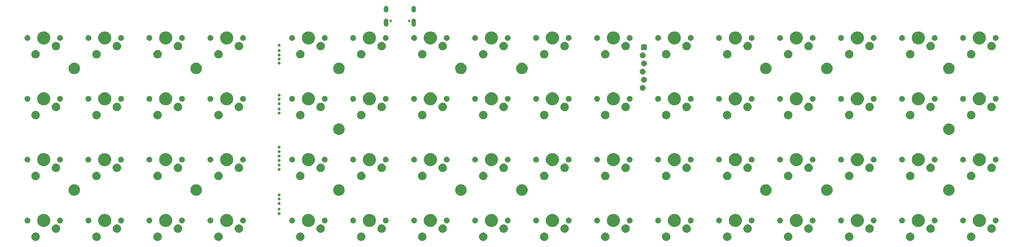
<source format=gbr>
G04 #@! TF.GenerationSoftware,KiCad,Pcbnew,(5.1.2-1)-1*
G04 #@! TF.CreationDate,2020-05-30T10:39:38-05:00*
G04 #@! TF.ProjectId,therick48.16SP,74686572-6963-46b3-9438-2e313653502e,rev?*
G04 #@! TF.SameCoordinates,Original*
G04 #@! TF.FileFunction,Soldermask,Top*
G04 #@! TF.FilePolarity,Negative*
%FSLAX46Y46*%
G04 Gerber Fmt 4.6, Leading zero omitted, Abs format (unit mm)*
G04 Created by KiCad (PCBNEW (5.1.2-1)-1) date 2020-05-30 10:39:38*
%MOMM*%
%LPD*%
G04 APERTURE LIST*
%ADD10C,0.100000*%
G04 APERTURE END LIST*
D10*
G36*
X351497713Y-113224384D02*
G01*
X351625321Y-113249767D01*
X351766147Y-113308099D01*
X351865726Y-113349346D01*
X351865727Y-113349347D01*
X352082088Y-113493914D01*
X352266087Y-113677913D01*
X352362684Y-113822481D01*
X352410655Y-113894275D01*
X352451902Y-113993854D01*
X352510234Y-114134680D01*
X352510234Y-114134682D01*
X352560942Y-114389605D01*
X352560999Y-114389895D01*
X352560999Y-114650109D01*
X352510234Y-114905324D01*
X352451902Y-115046150D01*
X352410655Y-115145729D01*
X352410654Y-115145730D01*
X352266087Y-115362091D01*
X352082088Y-115546090D01*
X351937520Y-115642687D01*
X351865726Y-115690658D01*
X351766147Y-115731905D01*
X351625321Y-115790237D01*
X351497714Y-115815619D01*
X351370108Y-115841002D01*
X351109890Y-115841002D01*
X350982284Y-115815619D01*
X350854677Y-115790237D01*
X350713851Y-115731905D01*
X350614272Y-115690658D01*
X350542478Y-115642687D01*
X350397910Y-115546090D01*
X350213911Y-115362091D01*
X350069344Y-115145730D01*
X350069343Y-115145729D01*
X350028096Y-115046150D01*
X349969764Y-114905324D01*
X349918999Y-114650109D01*
X349918999Y-114389895D01*
X349919057Y-114389605D01*
X349969764Y-114134682D01*
X349969764Y-114134680D01*
X350028096Y-113993854D01*
X350069343Y-113894275D01*
X350117314Y-113822481D01*
X350213911Y-113677913D01*
X350397910Y-113493914D01*
X350614271Y-113349347D01*
X350614272Y-113349346D01*
X350713851Y-113308099D01*
X350854677Y-113249767D01*
X350982285Y-113224384D01*
X351109890Y-113199002D01*
X351370108Y-113199002D01*
X351497713Y-113224384D01*
X351497713Y-113224384D01*
G37*
G36*
X218497713Y-113224384D02*
G01*
X218625321Y-113249767D01*
X218766147Y-113308099D01*
X218865726Y-113349346D01*
X218865727Y-113349347D01*
X219082088Y-113493914D01*
X219266087Y-113677913D01*
X219362684Y-113822481D01*
X219410655Y-113894275D01*
X219451902Y-113993854D01*
X219510234Y-114134680D01*
X219510234Y-114134682D01*
X219560942Y-114389605D01*
X219560999Y-114389895D01*
X219560999Y-114650109D01*
X219510234Y-114905324D01*
X219451902Y-115046150D01*
X219410655Y-115145729D01*
X219410654Y-115145730D01*
X219266087Y-115362091D01*
X219082088Y-115546090D01*
X218937520Y-115642687D01*
X218865726Y-115690658D01*
X218766147Y-115731905D01*
X218625321Y-115790237D01*
X218497714Y-115815619D01*
X218370108Y-115841002D01*
X218109890Y-115841002D01*
X217982284Y-115815619D01*
X217854677Y-115790237D01*
X217713851Y-115731905D01*
X217614272Y-115690658D01*
X217542478Y-115642687D01*
X217397910Y-115546090D01*
X217213911Y-115362091D01*
X217069344Y-115145730D01*
X217069343Y-115145729D01*
X217028096Y-115046150D01*
X216969764Y-114905324D01*
X216918999Y-114650109D01*
X216918999Y-114389895D01*
X216919057Y-114389605D01*
X216969764Y-114134682D01*
X216969764Y-114134680D01*
X217028096Y-113993854D01*
X217069343Y-113894275D01*
X217117314Y-113822481D01*
X217213911Y-113677913D01*
X217397910Y-113493914D01*
X217614271Y-113349347D01*
X217614272Y-113349346D01*
X217713851Y-113308099D01*
X217854677Y-113249767D01*
X217982285Y-113224384D01*
X218109890Y-113199002D01*
X218370108Y-113199002D01*
X218497713Y-113224384D01*
X218497713Y-113224384D01*
G37*
G36*
X180497713Y-113224384D02*
G01*
X180625321Y-113249767D01*
X180766147Y-113308099D01*
X180865726Y-113349346D01*
X180865727Y-113349347D01*
X181082088Y-113493914D01*
X181266087Y-113677913D01*
X181362684Y-113822481D01*
X181410655Y-113894275D01*
X181451902Y-113993854D01*
X181510234Y-114134680D01*
X181510234Y-114134682D01*
X181560942Y-114389605D01*
X181560999Y-114389895D01*
X181560999Y-114650109D01*
X181510234Y-114905324D01*
X181451902Y-115046150D01*
X181410655Y-115145729D01*
X181410654Y-115145730D01*
X181266087Y-115362091D01*
X181082088Y-115546090D01*
X180937520Y-115642687D01*
X180865726Y-115690658D01*
X180766147Y-115731905D01*
X180625321Y-115790237D01*
X180497714Y-115815619D01*
X180370108Y-115841002D01*
X180109890Y-115841002D01*
X179982284Y-115815619D01*
X179854677Y-115790237D01*
X179713851Y-115731905D01*
X179614272Y-115690658D01*
X179542478Y-115642687D01*
X179397910Y-115546090D01*
X179213911Y-115362091D01*
X179069344Y-115145730D01*
X179069343Y-115145729D01*
X179028096Y-115046150D01*
X178969764Y-114905324D01*
X178918999Y-114650109D01*
X178918999Y-114389895D01*
X178919057Y-114389605D01*
X178969764Y-114134682D01*
X178969764Y-114134680D01*
X179028096Y-113993854D01*
X179069343Y-113894275D01*
X179117314Y-113822481D01*
X179213911Y-113677913D01*
X179397910Y-113493914D01*
X179614271Y-113349347D01*
X179614272Y-113349346D01*
X179713851Y-113308099D01*
X179854677Y-113249767D01*
X179982285Y-113224384D01*
X180109890Y-113199002D01*
X180370108Y-113199002D01*
X180497713Y-113224384D01*
X180497713Y-113224384D01*
G37*
G36*
X161497713Y-113224384D02*
G01*
X161625321Y-113249767D01*
X161766147Y-113308099D01*
X161865726Y-113349346D01*
X161865727Y-113349347D01*
X162082088Y-113493914D01*
X162266087Y-113677913D01*
X162362684Y-113822481D01*
X162410655Y-113894275D01*
X162451902Y-113993854D01*
X162510234Y-114134680D01*
X162510234Y-114134682D01*
X162560942Y-114389605D01*
X162560999Y-114389895D01*
X162560999Y-114650109D01*
X162510234Y-114905324D01*
X162451902Y-115046150D01*
X162410655Y-115145729D01*
X162410654Y-115145730D01*
X162266087Y-115362091D01*
X162082088Y-115546090D01*
X161937520Y-115642687D01*
X161865726Y-115690658D01*
X161766147Y-115731905D01*
X161625321Y-115790237D01*
X161497714Y-115815619D01*
X161370108Y-115841002D01*
X161109890Y-115841002D01*
X160982284Y-115815619D01*
X160854677Y-115790237D01*
X160713851Y-115731905D01*
X160614272Y-115690658D01*
X160542478Y-115642687D01*
X160397910Y-115546090D01*
X160213911Y-115362091D01*
X160069344Y-115145730D01*
X160069343Y-115145729D01*
X160028096Y-115046150D01*
X159969764Y-114905324D01*
X159918999Y-114650109D01*
X159918999Y-114389895D01*
X159919057Y-114389605D01*
X159969764Y-114134682D01*
X159969764Y-114134680D01*
X160028096Y-113993854D01*
X160069343Y-113894275D01*
X160117314Y-113822481D01*
X160213911Y-113677913D01*
X160397910Y-113493914D01*
X160614271Y-113349347D01*
X160614272Y-113349346D01*
X160713851Y-113308099D01*
X160854677Y-113249767D01*
X160982285Y-113224384D01*
X161109890Y-113199002D01*
X161370108Y-113199002D01*
X161497713Y-113224384D01*
X161497713Y-113224384D01*
G37*
G36*
X142497333Y-113224384D02*
G01*
X142624941Y-113249767D01*
X142765767Y-113308099D01*
X142865346Y-113349346D01*
X142865347Y-113349347D01*
X143081708Y-113493914D01*
X143265707Y-113677913D01*
X143362304Y-113822481D01*
X143410275Y-113894275D01*
X143451522Y-113993854D01*
X143509854Y-114134680D01*
X143509854Y-114134682D01*
X143560562Y-114389605D01*
X143560619Y-114389895D01*
X143560619Y-114650109D01*
X143509854Y-114905324D01*
X143451522Y-115046150D01*
X143410275Y-115145729D01*
X143410274Y-115145730D01*
X143265707Y-115362091D01*
X143081708Y-115546090D01*
X142937140Y-115642687D01*
X142865346Y-115690658D01*
X142765767Y-115731905D01*
X142624941Y-115790237D01*
X142497334Y-115815619D01*
X142369728Y-115841002D01*
X142109510Y-115841002D01*
X141981904Y-115815619D01*
X141854297Y-115790237D01*
X141713471Y-115731905D01*
X141613892Y-115690658D01*
X141542098Y-115642687D01*
X141397530Y-115546090D01*
X141213531Y-115362091D01*
X141068964Y-115145730D01*
X141068963Y-115145729D01*
X141027716Y-115046150D01*
X140969384Y-114905324D01*
X140918619Y-114650109D01*
X140918619Y-114389895D01*
X140918677Y-114389605D01*
X140969384Y-114134682D01*
X140969384Y-114134680D01*
X141027716Y-113993854D01*
X141068963Y-113894275D01*
X141116934Y-113822481D01*
X141213531Y-113677913D01*
X141397530Y-113493914D01*
X141613891Y-113349347D01*
X141613892Y-113349346D01*
X141713471Y-113308099D01*
X141854297Y-113249767D01*
X141981905Y-113224384D01*
X142109510Y-113199002D01*
X142369728Y-113199002D01*
X142497333Y-113224384D01*
X142497333Y-113224384D01*
G37*
G36*
X237497084Y-113224095D02*
G01*
X237624691Y-113249477D01*
X237765517Y-113307809D01*
X237865096Y-113349056D01*
X237936890Y-113397027D01*
X238081458Y-113493624D01*
X238265457Y-113677623D01*
X238265651Y-113677914D01*
X238410025Y-113893985D01*
X238410145Y-113894275D01*
X238509604Y-114134390D01*
X238509662Y-114134682D01*
X238560369Y-114389603D01*
X238560369Y-114649821D01*
X238560311Y-114650111D01*
X238509604Y-114905034D01*
X238451272Y-115045860D01*
X238410025Y-115145439D01*
X238362054Y-115217233D01*
X238265457Y-115361801D01*
X238081458Y-115545800D01*
X237936890Y-115642397D01*
X237865096Y-115690368D01*
X237765517Y-115731615D01*
X237624691Y-115789947D01*
X237497084Y-115815329D01*
X237369478Y-115840712D01*
X237109260Y-115840712D01*
X236981654Y-115815329D01*
X236854047Y-115789947D01*
X236713221Y-115731615D01*
X236613642Y-115690368D01*
X236541848Y-115642397D01*
X236397280Y-115545800D01*
X236213281Y-115361801D01*
X236116684Y-115217233D01*
X236068713Y-115145439D01*
X236027466Y-115045860D01*
X235969134Y-114905034D01*
X235918427Y-114650111D01*
X235918369Y-114649821D01*
X235918369Y-114389603D01*
X235969076Y-114134682D01*
X235969134Y-114134390D01*
X236068593Y-113894275D01*
X236068713Y-113893985D01*
X236213087Y-113677914D01*
X236213281Y-113677623D01*
X236397280Y-113493624D01*
X236541848Y-113397027D01*
X236613642Y-113349056D01*
X236713221Y-113307809D01*
X236854047Y-113249477D01*
X236981654Y-113224095D01*
X237109260Y-113198712D01*
X237369478Y-113198712D01*
X237497084Y-113224095D01*
X237497084Y-113224095D01*
G37*
G36*
X199497184Y-113224095D02*
G01*
X199624791Y-113249477D01*
X199765617Y-113307809D01*
X199865196Y-113349056D01*
X199936990Y-113397027D01*
X200081558Y-113493624D01*
X200265557Y-113677623D01*
X200265751Y-113677914D01*
X200410125Y-113893985D01*
X200410245Y-113894275D01*
X200509704Y-114134390D01*
X200509762Y-114134682D01*
X200560469Y-114389603D01*
X200560469Y-114649821D01*
X200560411Y-114650111D01*
X200509704Y-114905034D01*
X200451372Y-115045860D01*
X200410125Y-115145439D01*
X200362154Y-115217233D01*
X200265557Y-115361801D01*
X200081558Y-115545800D01*
X199936990Y-115642397D01*
X199865196Y-115690368D01*
X199765617Y-115731615D01*
X199624791Y-115789947D01*
X199497184Y-115815329D01*
X199369578Y-115840712D01*
X199109360Y-115840712D01*
X198981754Y-115815329D01*
X198854147Y-115789947D01*
X198713321Y-115731615D01*
X198613742Y-115690368D01*
X198541948Y-115642397D01*
X198397380Y-115545800D01*
X198213381Y-115361801D01*
X198116784Y-115217233D01*
X198068813Y-115145439D01*
X198027566Y-115045860D01*
X197969234Y-114905034D01*
X197918527Y-114650111D01*
X197918469Y-114649821D01*
X197918469Y-114389603D01*
X197969176Y-114134682D01*
X197969234Y-114134390D01*
X198068693Y-113894275D01*
X198068813Y-113893985D01*
X198213187Y-113677914D01*
X198213381Y-113677623D01*
X198397380Y-113493624D01*
X198541948Y-113397027D01*
X198613742Y-113349056D01*
X198713321Y-113307809D01*
X198854147Y-113249477D01*
X198981754Y-113224095D01*
X199109360Y-113198712D01*
X199369578Y-113198712D01*
X199497184Y-113224095D01*
X199497184Y-113224095D01*
G37*
G36*
X117037401Y-113224095D02*
G01*
X117165008Y-113249477D01*
X117305834Y-113307809D01*
X117405413Y-113349056D01*
X117477207Y-113397027D01*
X117621775Y-113493624D01*
X117805774Y-113677623D01*
X117805968Y-113677914D01*
X117950342Y-113893985D01*
X117950462Y-113894275D01*
X118049921Y-114134390D01*
X118049979Y-114134682D01*
X118100686Y-114389603D01*
X118100686Y-114649821D01*
X118100628Y-114650111D01*
X118049921Y-114905034D01*
X117991589Y-115045860D01*
X117950342Y-115145439D01*
X117902371Y-115217233D01*
X117805774Y-115361801D01*
X117621775Y-115545800D01*
X117477207Y-115642397D01*
X117405413Y-115690368D01*
X117305834Y-115731615D01*
X117165008Y-115789947D01*
X117037401Y-115815329D01*
X116909795Y-115840712D01*
X116649577Y-115840712D01*
X116521971Y-115815329D01*
X116394364Y-115789947D01*
X116253538Y-115731615D01*
X116153959Y-115690368D01*
X116082165Y-115642397D01*
X115937597Y-115545800D01*
X115753598Y-115361801D01*
X115657001Y-115217233D01*
X115609030Y-115145439D01*
X115567783Y-115045860D01*
X115509451Y-114905034D01*
X115458744Y-114650111D01*
X115458686Y-114649821D01*
X115458686Y-114389603D01*
X115509393Y-114134682D01*
X115509451Y-114134390D01*
X115608910Y-113894275D01*
X115609030Y-113893985D01*
X115753404Y-113677914D01*
X115753598Y-113677623D01*
X115937597Y-113493624D01*
X116082165Y-113397027D01*
X116153959Y-113349056D01*
X116253538Y-113307809D01*
X116394364Y-113249477D01*
X116521971Y-113224095D01*
X116649577Y-113198712D01*
X116909795Y-113198712D01*
X117037401Y-113224095D01*
X117037401Y-113224095D01*
G37*
G36*
X98037451Y-113224095D02*
G01*
X98165058Y-113249477D01*
X98305884Y-113307809D01*
X98405463Y-113349056D01*
X98477257Y-113397027D01*
X98621825Y-113493624D01*
X98805824Y-113677623D01*
X98806018Y-113677914D01*
X98950392Y-113893985D01*
X98950512Y-113894275D01*
X99049971Y-114134390D01*
X99050029Y-114134682D01*
X99100736Y-114389603D01*
X99100736Y-114649821D01*
X99100678Y-114650111D01*
X99049971Y-114905034D01*
X98991639Y-115045860D01*
X98950392Y-115145439D01*
X98902421Y-115217233D01*
X98805824Y-115361801D01*
X98621825Y-115545800D01*
X98477257Y-115642397D01*
X98405463Y-115690368D01*
X98305884Y-115731615D01*
X98165058Y-115789947D01*
X98037451Y-115815329D01*
X97909845Y-115840712D01*
X97649627Y-115840712D01*
X97522021Y-115815329D01*
X97394414Y-115789947D01*
X97253588Y-115731615D01*
X97154009Y-115690368D01*
X97082215Y-115642397D01*
X96937647Y-115545800D01*
X96753648Y-115361801D01*
X96657051Y-115217233D01*
X96609080Y-115145439D01*
X96567833Y-115045860D01*
X96509501Y-114905034D01*
X96458794Y-114650111D01*
X96458736Y-114649821D01*
X96458736Y-114389603D01*
X96509443Y-114134682D01*
X96509501Y-114134390D01*
X96608960Y-113894275D01*
X96609080Y-113893985D01*
X96753454Y-113677914D01*
X96753648Y-113677623D01*
X96937647Y-113493624D01*
X97082215Y-113397027D01*
X97154009Y-113349056D01*
X97253588Y-113307809D01*
X97394414Y-113249477D01*
X97522021Y-113224095D01*
X97649627Y-113198712D01*
X97909845Y-113198712D01*
X98037451Y-113224095D01*
X98037451Y-113224095D01*
G37*
G36*
X79037501Y-113224095D02*
G01*
X79165108Y-113249477D01*
X79305934Y-113307809D01*
X79405513Y-113349056D01*
X79477307Y-113397027D01*
X79621875Y-113493624D01*
X79805874Y-113677623D01*
X79806068Y-113677914D01*
X79950442Y-113893985D01*
X79950562Y-113894275D01*
X80050021Y-114134390D01*
X80050079Y-114134682D01*
X80100786Y-114389603D01*
X80100786Y-114649821D01*
X80100728Y-114650111D01*
X80050021Y-114905034D01*
X79991689Y-115045860D01*
X79950442Y-115145439D01*
X79902471Y-115217233D01*
X79805874Y-115361801D01*
X79621875Y-115545800D01*
X79477307Y-115642397D01*
X79405513Y-115690368D01*
X79305934Y-115731615D01*
X79165108Y-115789947D01*
X79037501Y-115815329D01*
X78909895Y-115840712D01*
X78649677Y-115840712D01*
X78522071Y-115815329D01*
X78394464Y-115789947D01*
X78253638Y-115731615D01*
X78154059Y-115690368D01*
X78082265Y-115642397D01*
X77937697Y-115545800D01*
X77753698Y-115361801D01*
X77657101Y-115217233D01*
X77609130Y-115145439D01*
X77567883Y-115045860D01*
X77509551Y-114905034D01*
X77458844Y-114650111D01*
X77458786Y-114649821D01*
X77458786Y-114389603D01*
X77509493Y-114134682D01*
X77509551Y-114134390D01*
X77609010Y-113894275D01*
X77609130Y-113893985D01*
X77753504Y-113677914D01*
X77753698Y-113677623D01*
X77937697Y-113493624D01*
X78082265Y-113397027D01*
X78154059Y-113349056D01*
X78253638Y-113307809D01*
X78394464Y-113249477D01*
X78522071Y-113224095D01*
X78649677Y-113198712D01*
X78909895Y-113198712D01*
X79037501Y-113224095D01*
X79037501Y-113224095D01*
G37*
G36*
X60037551Y-113224095D02*
G01*
X60165158Y-113249477D01*
X60305984Y-113307809D01*
X60405563Y-113349056D01*
X60477357Y-113397027D01*
X60621925Y-113493624D01*
X60805924Y-113677623D01*
X60806118Y-113677914D01*
X60950492Y-113893985D01*
X60950612Y-113894275D01*
X61050071Y-114134390D01*
X61050129Y-114134682D01*
X61100836Y-114389603D01*
X61100836Y-114649821D01*
X61100778Y-114650111D01*
X61050071Y-114905034D01*
X60991739Y-115045860D01*
X60950492Y-115145439D01*
X60902521Y-115217233D01*
X60805924Y-115361801D01*
X60621925Y-115545800D01*
X60477357Y-115642397D01*
X60405563Y-115690368D01*
X60305984Y-115731615D01*
X60165158Y-115789947D01*
X60037551Y-115815329D01*
X59909945Y-115840712D01*
X59649727Y-115840712D01*
X59522121Y-115815329D01*
X59394514Y-115789947D01*
X59253688Y-115731615D01*
X59154109Y-115690368D01*
X59082315Y-115642397D01*
X58937747Y-115545800D01*
X58753748Y-115361801D01*
X58657151Y-115217233D01*
X58609180Y-115145439D01*
X58567933Y-115045860D01*
X58509601Y-114905034D01*
X58458894Y-114650111D01*
X58458836Y-114649821D01*
X58458836Y-114389603D01*
X58509543Y-114134682D01*
X58509601Y-114134390D01*
X58609060Y-113894275D01*
X58609180Y-113893985D01*
X58753554Y-113677914D01*
X58753748Y-113677623D01*
X58937747Y-113493624D01*
X59082315Y-113397027D01*
X59154109Y-113349056D01*
X59253688Y-113307809D01*
X59394514Y-113249477D01*
X59522121Y-113224095D01*
X59649727Y-113198712D01*
X59909945Y-113198712D01*
X60037551Y-113224095D01*
X60037551Y-113224095D01*
G37*
G36*
X256497034Y-113224095D02*
G01*
X256624641Y-113249477D01*
X256765467Y-113307809D01*
X256865046Y-113349056D01*
X256936840Y-113397027D01*
X257081408Y-113493624D01*
X257265407Y-113677623D01*
X257265601Y-113677914D01*
X257409975Y-113893985D01*
X257410095Y-113894275D01*
X257509554Y-114134390D01*
X257509612Y-114134682D01*
X257560319Y-114389603D01*
X257560319Y-114649821D01*
X257560261Y-114650111D01*
X257509554Y-114905034D01*
X257451222Y-115045860D01*
X257409975Y-115145439D01*
X257362004Y-115217233D01*
X257265407Y-115361801D01*
X257081408Y-115545800D01*
X256936840Y-115642397D01*
X256865046Y-115690368D01*
X256765467Y-115731615D01*
X256624641Y-115789947D01*
X256497034Y-115815329D01*
X256369428Y-115840712D01*
X256109210Y-115840712D01*
X255981604Y-115815329D01*
X255853997Y-115789947D01*
X255713171Y-115731615D01*
X255613592Y-115690368D01*
X255541798Y-115642397D01*
X255397230Y-115545800D01*
X255213231Y-115361801D01*
X255116634Y-115217233D01*
X255068663Y-115145439D01*
X255027416Y-115045860D01*
X254969084Y-114905034D01*
X254918377Y-114650111D01*
X254918319Y-114649821D01*
X254918319Y-114389603D01*
X254969026Y-114134682D01*
X254969084Y-114134390D01*
X255068543Y-113894275D01*
X255068663Y-113893985D01*
X255213037Y-113677914D01*
X255213231Y-113677623D01*
X255397230Y-113493624D01*
X255541798Y-113397027D01*
X255613592Y-113349056D01*
X255713171Y-113307809D01*
X255853997Y-113249477D01*
X255981604Y-113224095D01*
X256109210Y-113198712D01*
X256369428Y-113198712D01*
X256497034Y-113224095D01*
X256497034Y-113224095D01*
G37*
G36*
X275496984Y-113224095D02*
G01*
X275624591Y-113249477D01*
X275765417Y-113307809D01*
X275864996Y-113349056D01*
X275936790Y-113397027D01*
X276081358Y-113493624D01*
X276265357Y-113677623D01*
X276265551Y-113677914D01*
X276409925Y-113893985D01*
X276410045Y-113894275D01*
X276509504Y-114134390D01*
X276509562Y-114134682D01*
X276560269Y-114389603D01*
X276560269Y-114649821D01*
X276560211Y-114650111D01*
X276509504Y-114905034D01*
X276451172Y-115045860D01*
X276409925Y-115145439D01*
X276361954Y-115217233D01*
X276265357Y-115361801D01*
X276081358Y-115545800D01*
X275936790Y-115642397D01*
X275864996Y-115690368D01*
X275765417Y-115731615D01*
X275624591Y-115789947D01*
X275496984Y-115815329D01*
X275369378Y-115840712D01*
X275109160Y-115840712D01*
X274981554Y-115815329D01*
X274853947Y-115789947D01*
X274713121Y-115731615D01*
X274613542Y-115690368D01*
X274541748Y-115642397D01*
X274397180Y-115545800D01*
X274213181Y-115361801D01*
X274116584Y-115217233D01*
X274068613Y-115145439D01*
X274027366Y-115045860D01*
X273969034Y-114905034D01*
X273918327Y-114650111D01*
X273918269Y-114649821D01*
X273918269Y-114389603D01*
X273968976Y-114134682D01*
X273969034Y-114134390D01*
X274068493Y-113894275D01*
X274068613Y-113893985D01*
X274212987Y-113677914D01*
X274213181Y-113677623D01*
X274397180Y-113493624D01*
X274541748Y-113397027D01*
X274613542Y-113349056D01*
X274713121Y-113307809D01*
X274853947Y-113249477D01*
X274981554Y-113224095D01*
X275109160Y-113198712D01*
X275369378Y-113198712D01*
X275496984Y-113224095D01*
X275496984Y-113224095D01*
G37*
G36*
X294496934Y-113224095D02*
G01*
X294624541Y-113249477D01*
X294765367Y-113307809D01*
X294864946Y-113349056D01*
X294936740Y-113397027D01*
X295081308Y-113493624D01*
X295265307Y-113677623D01*
X295265501Y-113677914D01*
X295409875Y-113893985D01*
X295409995Y-113894275D01*
X295509454Y-114134390D01*
X295509512Y-114134682D01*
X295560219Y-114389603D01*
X295560219Y-114649821D01*
X295560161Y-114650111D01*
X295509454Y-114905034D01*
X295451122Y-115045860D01*
X295409875Y-115145439D01*
X295361904Y-115217233D01*
X295265307Y-115361801D01*
X295081308Y-115545800D01*
X294936740Y-115642397D01*
X294864946Y-115690368D01*
X294765367Y-115731615D01*
X294624541Y-115789947D01*
X294496934Y-115815329D01*
X294369328Y-115840712D01*
X294109110Y-115840712D01*
X293981504Y-115815329D01*
X293853897Y-115789947D01*
X293713071Y-115731615D01*
X293613492Y-115690368D01*
X293541698Y-115642397D01*
X293397130Y-115545800D01*
X293213131Y-115361801D01*
X293116534Y-115217233D01*
X293068563Y-115145439D01*
X293027316Y-115045860D01*
X292968984Y-114905034D01*
X292918277Y-114650111D01*
X292918219Y-114649821D01*
X292918219Y-114389603D01*
X292968926Y-114134682D01*
X292968984Y-114134390D01*
X293068443Y-113894275D01*
X293068563Y-113893985D01*
X293212937Y-113677914D01*
X293213131Y-113677623D01*
X293397130Y-113493624D01*
X293541698Y-113397027D01*
X293613492Y-113349056D01*
X293713071Y-113307809D01*
X293853897Y-113249477D01*
X293981504Y-113224095D01*
X294109110Y-113198712D01*
X294369328Y-113198712D01*
X294496934Y-113224095D01*
X294496934Y-113224095D01*
G37*
G36*
X313496884Y-113224095D02*
G01*
X313624491Y-113249477D01*
X313765317Y-113307809D01*
X313864896Y-113349056D01*
X313936690Y-113397027D01*
X314081258Y-113493624D01*
X314265257Y-113677623D01*
X314265451Y-113677914D01*
X314409825Y-113893985D01*
X314409945Y-113894275D01*
X314509404Y-114134390D01*
X314509462Y-114134682D01*
X314560169Y-114389603D01*
X314560169Y-114649821D01*
X314560111Y-114650111D01*
X314509404Y-114905034D01*
X314451072Y-115045860D01*
X314409825Y-115145439D01*
X314361854Y-115217233D01*
X314265257Y-115361801D01*
X314081258Y-115545800D01*
X313936690Y-115642397D01*
X313864896Y-115690368D01*
X313765317Y-115731615D01*
X313624491Y-115789947D01*
X313496884Y-115815329D01*
X313369278Y-115840712D01*
X313109060Y-115840712D01*
X312981454Y-115815329D01*
X312853847Y-115789947D01*
X312713021Y-115731615D01*
X312613442Y-115690368D01*
X312541648Y-115642397D01*
X312397080Y-115545800D01*
X312213081Y-115361801D01*
X312116484Y-115217233D01*
X312068513Y-115145439D01*
X312027266Y-115045860D01*
X311968934Y-114905034D01*
X311918227Y-114650111D01*
X311918169Y-114649821D01*
X311918169Y-114389603D01*
X311968876Y-114134682D01*
X311968934Y-114134390D01*
X312068393Y-113894275D01*
X312068513Y-113893985D01*
X312212887Y-113677914D01*
X312213081Y-113677623D01*
X312397080Y-113493624D01*
X312541648Y-113397027D01*
X312613442Y-113349056D01*
X312713021Y-113307809D01*
X312853847Y-113249477D01*
X312981454Y-113224095D01*
X313109060Y-113198712D01*
X313369278Y-113198712D01*
X313496884Y-113224095D01*
X313496884Y-113224095D01*
G37*
G36*
X332496834Y-113224095D02*
G01*
X332624441Y-113249477D01*
X332765267Y-113307809D01*
X332864846Y-113349056D01*
X332936640Y-113397027D01*
X333081208Y-113493624D01*
X333265207Y-113677623D01*
X333265401Y-113677914D01*
X333409775Y-113893985D01*
X333409895Y-113894275D01*
X333509354Y-114134390D01*
X333509412Y-114134682D01*
X333560119Y-114389603D01*
X333560119Y-114649821D01*
X333560061Y-114650111D01*
X333509354Y-114905034D01*
X333451022Y-115045860D01*
X333409775Y-115145439D01*
X333361804Y-115217233D01*
X333265207Y-115361801D01*
X333081208Y-115545800D01*
X332936640Y-115642397D01*
X332864846Y-115690368D01*
X332765267Y-115731615D01*
X332624441Y-115789947D01*
X332496834Y-115815329D01*
X332369228Y-115840712D01*
X332109010Y-115840712D01*
X331981404Y-115815329D01*
X331853797Y-115789947D01*
X331712971Y-115731615D01*
X331613392Y-115690368D01*
X331541598Y-115642397D01*
X331397030Y-115545800D01*
X331213031Y-115361801D01*
X331116434Y-115217233D01*
X331068463Y-115145439D01*
X331027216Y-115045860D01*
X330968884Y-114905034D01*
X330918177Y-114650111D01*
X330918119Y-114649821D01*
X330918119Y-114389603D01*
X330968826Y-114134682D01*
X330968884Y-114134390D01*
X331068343Y-113894275D01*
X331068463Y-113893985D01*
X331212837Y-113677914D01*
X331213031Y-113677623D01*
X331397030Y-113493624D01*
X331541598Y-113397027D01*
X331613392Y-113349056D01*
X331712971Y-113307809D01*
X331853797Y-113249477D01*
X331981404Y-113224095D01*
X332109010Y-113198712D01*
X332369228Y-113198712D01*
X332496834Y-113224095D01*
X332496834Y-113224095D01*
G37*
G36*
X357847714Y-110684385D02*
G01*
X357975321Y-110709767D01*
X358116147Y-110768099D01*
X358215726Y-110809346D01*
X358215727Y-110809347D01*
X358432088Y-110953914D01*
X358616087Y-111137913D01*
X358692236Y-111251879D01*
X358760655Y-111354275D01*
X358801902Y-111453854D01*
X358860234Y-111594680D01*
X358860234Y-111594682D01*
X358910942Y-111849605D01*
X358910999Y-111849895D01*
X358910999Y-112110109D01*
X358860234Y-112365324D01*
X358801902Y-112506150D01*
X358760655Y-112605729D01*
X358760654Y-112605730D01*
X358616087Y-112822091D01*
X358432088Y-113006090D01*
X358287520Y-113102687D01*
X358215726Y-113150658D01*
X358116147Y-113191905D01*
X357975321Y-113250237D01*
X357847713Y-113275620D01*
X357720108Y-113301002D01*
X357459890Y-113301002D01*
X357332285Y-113275620D01*
X357204677Y-113250237D01*
X357063851Y-113191905D01*
X356964272Y-113150658D01*
X356892478Y-113102687D01*
X356747910Y-113006090D01*
X356563911Y-112822091D01*
X356419344Y-112605730D01*
X356419343Y-112605729D01*
X356378096Y-112506150D01*
X356319764Y-112365324D01*
X356268999Y-112110109D01*
X356268999Y-111849895D01*
X356269057Y-111849605D01*
X356319764Y-111594682D01*
X356319764Y-111594680D01*
X356378096Y-111453854D01*
X356419343Y-111354275D01*
X356487762Y-111251879D01*
X356563911Y-111137913D01*
X356747910Y-110953914D01*
X356964271Y-110809347D01*
X356964272Y-110809346D01*
X357063851Y-110768099D01*
X357204677Y-110709767D01*
X357332284Y-110684385D01*
X357459890Y-110659002D01*
X357720108Y-110659002D01*
X357847714Y-110684385D01*
X357847714Y-110684385D01*
G37*
G36*
X224847714Y-110684385D02*
G01*
X224975321Y-110709767D01*
X225116147Y-110768099D01*
X225215726Y-110809346D01*
X225215727Y-110809347D01*
X225432088Y-110953914D01*
X225616087Y-111137913D01*
X225692236Y-111251879D01*
X225760655Y-111354275D01*
X225801902Y-111453854D01*
X225860234Y-111594680D01*
X225860234Y-111594682D01*
X225910942Y-111849605D01*
X225910999Y-111849895D01*
X225910999Y-112110109D01*
X225860234Y-112365324D01*
X225801902Y-112506150D01*
X225760655Y-112605729D01*
X225760654Y-112605730D01*
X225616087Y-112822091D01*
X225432088Y-113006090D01*
X225287520Y-113102687D01*
X225215726Y-113150658D01*
X225116147Y-113191905D01*
X224975321Y-113250237D01*
X224847713Y-113275620D01*
X224720108Y-113301002D01*
X224459890Y-113301002D01*
X224332285Y-113275620D01*
X224204677Y-113250237D01*
X224063851Y-113191905D01*
X223964272Y-113150658D01*
X223892478Y-113102687D01*
X223747910Y-113006090D01*
X223563911Y-112822091D01*
X223419344Y-112605730D01*
X223419343Y-112605729D01*
X223378096Y-112506150D01*
X223319764Y-112365324D01*
X223268999Y-112110109D01*
X223268999Y-111849895D01*
X223269057Y-111849605D01*
X223319764Y-111594682D01*
X223319764Y-111594680D01*
X223378096Y-111453854D01*
X223419343Y-111354275D01*
X223487762Y-111251879D01*
X223563911Y-111137913D01*
X223747910Y-110953914D01*
X223964271Y-110809347D01*
X223964272Y-110809346D01*
X224063851Y-110768099D01*
X224204677Y-110709767D01*
X224332284Y-110684385D01*
X224459890Y-110659002D01*
X224720108Y-110659002D01*
X224847714Y-110684385D01*
X224847714Y-110684385D01*
G37*
G36*
X148847334Y-110684385D02*
G01*
X148974941Y-110709767D01*
X149115767Y-110768099D01*
X149215346Y-110809346D01*
X149215347Y-110809347D01*
X149431708Y-110953914D01*
X149615707Y-111137913D01*
X149691856Y-111251879D01*
X149760275Y-111354275D01*
X149801522Y-111453854D01*
X149859854Y-111594680D01*
X149859854Y-111594682D01*
X149910562Y-111849605D01*
X149910619Y-111849895D01*
X149910619Y-112110109D01*
X149859854Y-112365324D01*
X149801522Y-112506150D01*
X149760275Y-112605729D01*
X149760274Y-112605730D01*
X149615707Y-112822091D01*
X149431708Y-113006090D01*
X149287140Y-113102687D01*
X149215346Y-113150658D01*
X149115767Y-113191905D01*
X148974941Y-113250237D01*
X148847333Y-113275620D01*
X148719728Y-113301002D01*
X148459510Y-113301002D01*
X148331905Y-113275620D01*
X148204297Y-113250237D01*
X148063471Y-113191905D01*
X147963892Y-113150658D01*
X147892098Y-113102687D01*
X147747530Y-113006090D01*
X147563531Y-112822091D01*
X147418964Y-112605730D01*
X147418963Y-112605729D01*
X147377716Y-112506150D01*
X147319384Y-112365324D01*
X147268619Y-112110109D01*
X147268619Y-111849895D01*
X147268677Y-111849605D01*
X147319384Y-111594682D01*
X147319384Y-111594680D01*
X147377716Y-111453854D01*
X147418963Y-111354275D01*
X147487382Y-111251879D01*
X147563531Y-111137913D01*
X147747530Y-110953914D01*
X147963891Y-110809347D01*
X147963892Y-110809346D01*
X148063471Y-110768099D01*
X148204297Y-110709767D01*
X148331904Y-110684385D01*
X148459510Y-110659002D01*
X148719728Y-110659002D01*
X148847334Y-110684385D01*
X148847334Y-110684385D01*
G37*
G36*
X167847714Y-110684385D02*
G01*
X167975321Y-110709767D01*
X168116147Y-110768099D01*
X168215726Y-110809346D01*
X168215727Y-110809347D01*
X168432088Y-110953914D01*
X168616087Y-111137913D01*
X168692236Y-111251879D01*
X168760655Y-111354275D01*
X168801902Y-111453854D01*
X168860234Y-111594680D01*
X168860234Y-111594682D01*
X168910942Y-111849605D01*
X168910999Y-111849895D01*
X168910999Y-112110109D01*
X168860234Y-112365324D01*
X168801902Y-112506150D01*
X168760655Y-112605729D01*
X168760654Y-112605730D01*
X168616087Y-112822091D01*
X168432088Y-113006090D01*
X168287520Y-113102687D01*
X168215726Y-113150658D01*
X168116147Y-113191905D01*
X167975321Y-113250237D01*
X167847713Y-113275620D01*
X167720108Y-113301002D01*
X167459890Y-113301002D01*
X167332285Y-113275620D01*
X167204677Y-113250237D01*
X167063851Y-113191905D01*
X166964272Y-113150658D01*
X166892478Y-113102687D01*
X166747910Y-113006090D01*
X166563911Y-112822091D01*
X166419344Y-112605730D01*
X166419343Y-112605729D01*
X166378096Y-112506150D01*
X166319764Y-112365324D01*
X166268999Y-112110109D01*
X166268999Y-111849895D01*
X166269057Y-111849605D01*
X166319764Y-111594682D01*
X166319764Y-111594680D01*
X166378096Y-111453854D01*
X166419343Y-111354275D01*
X166487762Y-111251879D01*
X166563911Y-111137913D01*
X166747910Y-110953914D01*
X166964271Y-110809347D01*
X166964272Y-110809346D01*
X167063851Y-110768099D01*
X167204677Y-110709767D01*
X167332284Y-110684385D01*
X167459890Y-110659002D01*
X167720108Y-110659002D01*
X167847714Y-110684385D01*
X167847714Y-110684385D01*
G37*
G36*
X186847714Y-110684385D02*
G01*
X186975321Y-110709767D01*
X187116147Y-110768099D01*
X187215726Y-110809346D01*
X187215727Y-110809347D01*
X187432088Y-110953914D01*
X187616087Y-111137913D01*
X187692236Y-111251879D01*
X187760655Y-111354275D01*
X187801902Y-111453854D01*
X187860234Y-111594680D01*
X187860234Y-111594682D01*
X187910942Y-111849605D01*
X187910999Y-111849895D01*
X187910999Y-112110109D01*
X187860234Y-112365324D01*
X187801902Y-112506150D01*
X187760655Y-112605729D01*
X187760654Y-112605730D01*
X187616087Y-112822091D01*
X187432088Y-113006090D01*
X187287520Y-113102687D01*
X187215726Y-113150658D01*
X187116147Y-113191905D01*
X186975321Y-113250237D01*
X186847713Y-113275620D01*
X186720108Y-113301002D01*
X186459890Y-113301002D01*
X186332285Y-113275620D01*
X186204677Y-113250237D01*
X186063851Y-113191905D01*
X185964272Y-113150658D01*
X185892478Y-113102687D01*
X185747910Y-113006090D01*
X185563911Y-112822091D01*
X185419344Y-112605730D01*
X185419343Y-112605729D01*
X185378096Y-112506150D01*
X185319764Y-112365324D01*
X185268999Y-112110109D01*
X185268999Y-111849895D01*
X185269057Y-111849605D01*
X185319764Y-111594682D01*
X185319764Y-111594680D01*
X185378096Y-111453854D01*
X185419343Y-111354275D01*
X185487762Y-111251879D01*
X185563911Y-111137913D01*
X185747910Y-110953914D01*
X185964271Y-110809347D01*
X185964272Y-110809346D01*
X186063851Y-110768099D01*
X186204677Y-110709767D01*
X186332284Y-110684385D01*
X186459890Y-110659002D01*
X186720108Y-110659002D01*
X186847714Y-110684385D01*
X186847714Y-110684385D01*
G37*
G36*
X205847184Y-110684095D02*
G01*
X205974791Y-110709477D01*
X206115617Y-110767809D01*
X206215196Y-110809056D01*
X206286990Y-110857027D01*
X206431558Y-110953624D01*
X206615557Y-111137623D01*
X206615751Y-111137914D01*
X206760125Y-111353985D01*
X206781801Y-111406317D01*
X206859704Y-111594390D01*
X206859762Y-111594682D01*
X206910469Y-111849603D01*
X206910469Y-112109821D01*
X206910411Y-112110111D01*
X206859704Y-112365034D01*
X206801372Y-112505860D01*
X206760125Y-112605439D01*
X206712154Y-112677233D01*
X206615557Y-112821801D01*
X206431558Y-113005800D01*
X206286990Y-113102397D01*
X206215196Y-113150368D01*
X206115617Y-113191615D01*
X205974791Y-113249947D01*
X205847184Y-113275329D01*
X205719578Y-113300712D01*
X205459360Y-113300712D01*
X205331754Y-113275329D01*
X205204147Y-113249947D01*
X205063321Y-113191615D01*
X204963742Y-113150368D01*
X204891948Y-113102397D01*
X204747380Y-113005800D01*
X204563381Y-112821801D01*
X204466784Y-112677233D01*
X204418813Y-112605439D01*
X204377566Y-112505860D01*
X204319234Y-112365034D01*
X204268527Y-112110111D01*
X204268469Y-112109821D01*
X204268469Y-111849603D01*
X204319176Y-111594682D01*
X204319234Y-111594390D01*
X204397137Y-111406317D01*
X204418813Y-111353985D01*
X204563187Y-111137914D01*
X204563381Y-111137623D01*
X204747380Y-110953624D01*
X204891948Y-110857027D01*
X204963742Y-110809056D01*
X205063321Y-110767809D01*
X205204147Y-110709477D01*
X205331754Y-110684095D01*
X205459360Y-110658712D01*
X205719578Y-110658712D01*
X205847184Y-110684095D01*
X205847184Y-110684095D01*
G37*
G36*
X123387401Y-110684095D02*
G01*
X123515008Y-110709477D01*
X123655834Y-110767809D01*
X123755413Y-110809056D01*
X123827207Y-110857027D01*
X123971775Y-110953624D01*
X124155774Y-111137623D01*
X124155968Y-111137914D01*
X124300342Y-111353985D01*
X124322018Y-111406317D01*
X124399921Y-111594390D01*
X124399979Y-111594682D01*
X124450686Y-111849603D01*
X124450686Y-112109821D01*
X124450628Y-112110111D01*
X124399921Y-112365034D01*
X124341589Y-112505860D01*
X124300342Y-112605439D01*
X124252371Y-112677233D01*
X124155774Y-112821801D01*
X123971775Y-113005800D01*
X123827207Y-113102397D01*
X123755413Y-113150368D01*
X123655834Y-113191615D01*
X123515008Y-113249947D01*
X123387401Y-113275329D01*
X123259795Y-113300712D01*
X122999577Y-113300712D01*
X122871971Y-113275329D01*
X122744364Y-113249947D01*
X122603538Y-113191615D01*
X122503959Y-113150368D01*
X122432165Y-113102397D01*
X122287597Y-113005800D01*
X122103598Y-112821801D01*
X122007001Y-112677233D01*
X121959030Y-112605439D01*
X121917783Y-112505860D01*
X121859451Y-112365034D01*
X121808744Y-112110111D01*
X121808686Y-112109821D01*
X121808686Y-111849603D01*
X121859393Y-111594682D01*
X121859451Y-111594390D01*
X121937354Y-111406317D01*
X121959030Y-111353985D01*
X122103404Y-111137914D01*
X122103598Y-111137623D01*
X122287597Y-110953624D01*
X122432165Y-110857027D01*
X122503959Y-110809056D01*
X122603538Y-110767809D01*
X122744364Y-110709477D01*
X122871971Y-110684095D01*
X122999577Y-110658712D01*
X123259795Y-110658712D01*
X123387401Y-110684095D01*
X123387401Y-110684095D01*
G37*
G36*
X338846834Y-110684095D02*
G01*
X338974441Y-110709477D01*
X339115267Y-110767809D01*
X339214846Y-110809056D01*
X339286640Y-110857027D01*
X339431208Y-110953624D01*
X339615207Y-111137623D01*
X339615401Y-111137914D01*
X339759775Y-111353985D01*
X339781451Y-111406317D01*
X339859354Y-111594390D01*
X339859412Y-111594682D01*
X339910119Y-111849603D01*
X339910119Y-112109821D01*
X339910061Y-112110111D01*
X339859354Y-112365034D01*
X339801022Y-112505860D01*
X339759775Y-112605439D01*
X339711804Y-112677233D01*
X339615207Y-112821801D01*
X339431208Y-113005800D01*
X339286640Y-113102397D01*
X339214846Y-113150368D01*
X339115267Y-113191615D01*
X338974441Y-113249947D01*
X338846834Y-113275329D01*
X338719228Y-113300712D01*
X338459010Y-113300712D01*
X338331404Y-113275329D01*
X338203797Y-113249947D01*
X338062971Y-113191615D01*
X337963392Y-113150368D01*
X337891598Y-113102397D01*
X337747030Y-113005800D01*
X337563031Y-112821801D01*
X337466434Y-112677233D01*
X337418463Y-112605439D01*
X337377216Y-112505860D01*
X337318884Y-112365034D01*
X337268177Y-112110111D01*
X337268119Y-112109821D01*
X337268119Y-111849603D01*
X337318826Y-111594682D01*
X337318884Y-111594390D01*
X337396787Y-111406317D01*
X337418463Y-111353985D01*
X337562837Y-111137914D01*
X337563031Y-111137623D01*
X337747030Y-110953624D01*
X337891598Y-110857027D01*
X337963392Y-110809056D01*
X338062971Y-110767809D01*
X338203797Y-110709477D01*
X338331404Y-110684095D01*
X338459010Y-110658712D01*
X338719228Y-110658712D01*
X338846834Y-110684095D01*
X338846834Y-110684095D01*
G37*
G36*
X243847084Y-110684095D02*
G01*
X243974691Y-110709477D01*
X244115517Y-110767809D01*
X244215096Y-110809056D01*
X244286890Y-110857027D01*
X244431458Y-110953624D01*
X244615457Y-111137623D01*
X244615651Y-111137914D01*
X244760025Y-111353985D01*
X244781701Y-111406317D01*
X244859604Y-111594390D01*
X244859662Y-111594682D01*
X244910369Y-111849603D01*
X244910369Y-112109821D01*
X244910311Y-112110111D01*
X244859604Y-112365034D01*
X244801272Y-112505860D01*
X244760025Y-112605439D01*
X244712054Y-112677233D01*
X244615457Y-112821801D01*
X244431458Y-113005800D01*
X244286890Y-113102397D01*
X244215096Y-113150368D01*
X244115517Y-113191615D01*
X243974691Y-113249947D01*
X243847084Y-113275329D01*
X243719478Y-113300712D01*
X243459260Y-113300712D01*
X243331654Y-113275329D01*
X243204047Y-113249947D01*
X243063221Y-113191615D01*
X242963642Y-113150368D01*
X242891848Y-113102397D01*
X242747280Y-113005800D01*
X242563281Y-112821801D01*
X242466684Y-112677233D01*
X242418713Y-112605439D01*
X242377466Y-112505860D01*
X242319134Y-112365034D01*
X242268427Y-112110111D01*
X242268369Y-112109821D01*
X242268369Y-111849603D01*
X242319076Y-111594682D01*
X242319134Y-111594390D01*
X242397037Y-111406317D01*
X242418713Y-111353985D01*
X242563087Y-111137914D01*
X242563281Y-111137623D01*
X242747280Y-110953624D01*
X242891848Y-110857027D01*
X242963642Y-110809056D01*
X243063221Y-110767809D01*
X243204047Y-110709477D01*
X243331654Y-110684095D01*
X243459260Y-110658712D01*
X243719478Y-110658712D01*
X243847084Y-110684095D01*
X243847084Y-110684095D01*
G37*
G36*
X319846884Y-110684095D02*
G01*
X319974491Y-110709477D01*
X320115317Y-110767809D01*
X320214896Y-110809056D01*
X320286690Y-110857027D01*
X320431258Y-110953624D01*
X320615257Y-111137623D01*
X320615451Y-111137914D01*
X320759825Y-111353985D01*
X320781501Y-111406317D01*
X320859404Y-111594390D01*
X320859462Y-111594682D01*
X320910169Y-111849603D01*
X320910169Y-112109821D01*
X320910111Y-112110111D01*
X320859404Y-112365034D01*
X320801072Y-112505860D01*
X320759825Y-112605439D01*
X320711854Y-112677233D01*
X320615257Y-112821801D01*
X320431258Y-113005800D01*
X320286690Y-113102397D01*
X320214896Y-113150368D01*
X320115317Y-113191615D01*
X319974491Y-113249947D01*
X319846884Y-113275329D01*
X319719278Y-113300712D01*
X319459060Y-113300712D01*
X319331454Y-113275329D01*
X319203847Y-113249947D01*
X319063021Y-113191615D01*
X318963442Y-113150368D01*
X318891648Y-113102397D01*
X318747080Y-113005800D01*
X318563081Y-112821801D01*
X318466484Y-112677233D01*
X318418513Y-112605439D01*
X318377266Y-112505860D01*
X318318934Y-112365034D01*
X318268227Y-112110111D01*
X318268169Y-112109821D01*
X318268169Y-111849603D01*
X318318876Y-111594682D01*
X318318934Y-111594390D01*
X318396837Y-111406317D01*
X318418513Y-111353985D01*
X318562887Y-111137914D01*
X318563081Y-111137623D01*
X318747080Y-110953624D01*
X318891648Y-110857027D01*
X318963442Y-110809056D01*
X319063021Y-110767809D01*
X319203847Y-110709477D01*
X319331454Y-110684095D01*
X319459060Y-110658712D01*
X319719278Y-110658712D01*
X319846884Y-110684095D01*
X319846884Y-110684095D01*
G37*
G36*
X281846984Y-110684095D02*
G01*
X281974591Y-110709477D01*
X282115417Y-110767809D01*
X282214996Y-110809056D01*
X282286790Y-110857027D01*
X282431358Y-110953624D01*
X282615357Y-111137623D01*
X282615551Y-111137914D01*
X282759925Y-111353985D01*
X282781601Y-111406317D01*
X282859504Y-111594390D01*
X282859562Y-111594682D01*
X282910269Y-111849603D01*
X282910269Y-112109821D01*
X282910211Y-112110111D01*
X282859504Y-112365034D01*
X282801172Y-112505860D01*
X282759925Y-112605439D01*
X282711954Y-112677233D01*
X282615357Y-112821801D01*
X282431358Y-113005800D01*
X282286790Y-113102397D01*
X282214996Y-113150368D01*
X282115417Y-113191615D01*
X281974591Y-113249947D01*
X281846984Y-113275329D01*
X281719378Y-113300712D01*
X281459160Y-113300712D01*
X281331554Y-113275329D01*
X281203947Y-113249947D01*
X281063121Y-113191615D01*
X280963542Y-113150368D01*
X280891748Y-113102397D01*
X280747180Y-113005800D01*
X280563181Y-112821801D01*
X280466584Y-112677233D01*
X280418613Y-112605439D01*
X280377366Y-112505860D01*
X280319034Y-112365034D01*
X280268327Y-112110111D01*
X280268269Y-112109821D01*
X280268269Y-111849603D01*
X280318976Y-111594682D01*
X280319034Y-111594390D01*
X280396937Y-111406317D01*
X280418613Y-111353985D01*
X280562987Y-111137914D01*
X280563181Y-111137623D01*
X280747180Y-110953624D01*
X280891748Y-110857027D01*
X280963542Y-110809056D01*
X281063121Y-110767809D01*
X281203947Y-110709477D01*
X281331554Y-110684095D01*
X281459160Y-110658712D01*
X281719378Y-110658712D01*
X281846984Y-110684095D01*
X281846984Y-110684095D01*
G37*
G36*
X300846934Y-110684095D02*
G01*
X300974541Y-110709477D01*
X301115367Y-110767809D01*
X301214946Y-110809056D01*
X301286740Y-110857027D01*
X301431308Y-110953624D01*
X301615307Y-111137623D01*
X301615501Y-111137914D01*
X301759875Y-111353985D01*
X301781551Y-111406317D01*
X301859454Y-111594390D01*
X301859512Y-111594682D01*
X301910219Y-111849603D01*
X301910219Y-112109821D01*
X301910161Y-112110111D01*
X301859454Y-112365034D01*
X301801122Y-112505860D01*
X301759875Y-112605439D01*
X301711904Y-112677233D01*
X301615307Y-112821801D01*
X301431308Y-113005800D01*
X301286740Y-113102397D01*
X301214946Y-113150368D01*
X301115367Y-113191615D01*
X300974541Y-113249947D01*
X300846934Y-113275329D01*
X300719328Y-113300712D01*
X300459110Y-113300712D01*
X300331504Y-113275329D01*
X300203897Y-113249947D01*
X300063071Y-113191615D01*
X299963492Y-113150368D01*
X299891698Y-113102397D01*
X299747130Y-113005800D01*
X299563131Y-112821801D01*
X299466534Y-112677233D01*
X299418563Y-112605439D01*
X299377316Y-112505860D01*
X299318984Y-112365034D01*
X299268277Y-112110111D01*
X299268219Y-112109821D01*
X299268219Y-111849603D01*
X299318926Y-111594682D01*
X299318984Y-111594390D01*
X299396887Y-111406317D01*
X299418563Y-111353985D01*
X299562937Y-111137914D01*
X299563131Y-111137623D01*
X299747130Y-110953624D01*
X299891698Y-110857027D01*
X299963492Y-110809056D01*
X300063071Y-110767809D01*
X300203897Y-110709477D01*
X300331504Y-110684095D01*
X300459110Y-110658712D01*
X300719328Y-110658712D01*
X300846934Y-110684095D01*
X300846934Y-110684095D01*
G37*
G36*
X262847034Y-110684095D02*
G01*
X262974641Y-110709477D01*
X263115467Y-110767809D01*
X263215046Y-110809056D01*
X263286840Y-110857027D01*
X263431408Y-110953624D01*
X263615407Y-111137623D01*
X263615601Y-111137914D01*
X263759975Y-111353985D01*
X263781651Y-111406317D01*
X263859554Y-111594390D01*
X263859612Y-111594682D01*
X263910319Y-111849603D01*
X263910319Y-112109821D01*
X263910261Y-112110111D01*
X263859554Y-112365034D01*
X263801222Y-112505860D01*
X263759975Y-112605439D01*
X263712004Y-112677233D01*
X263615407Y-112821801D01*
X263431408Y-113005800D01*
X263286840Y-113102397D01*
X263215046Y-113150368D01*
X263115467Y-113191615D01*
X262974641Y-113249947D01*
X262847034Y-113275329D01*
X262719428Y-113300712D01*
X262459210Y-113300712D01*
X262331604Y-113275329D01*
X262203997Y-113249947D01*
X262063171Y-113191615D01*
X261963592Y-113150368D01*
X261891798Y-113102397D01*
X261747230Y-113005800D01*
X261563231Y-112821801D01*
X261466634Y-112677233D01*
X261418663Y-112605439D01*
X261377416Y-112505860D01*
X261319084Y-112365034D01*
X261268377Y-112110111D01*
X261268319Y-112109821D01*
X261268319Y-111849603D01*
X261319026Y-111594682D01*
X261319084Y-111594390D01*
X261396987Y-111406317D01*
X261418663Y-111353985D01*
X261563037Y-111137914D01*
X261563231Y-111137623D01*
X261747230Y-110953624D01*
X261891798Y-110857027D01*
X261963592Y-110809056D01*
X262063171Y-110767809D01*
X262203997Y-110709477D01*
X262331604Y-110684095D01*
X262459210Y-110658712D01*
X262719428Y-110658712D01*
X262847034Y-110684095D01*
X262847034Y-110684095D01*
G37*
G36*
X66387551Y-110684095D02*
G01*
X66515158Y-110709477D01*
X66655984Y-110767809D01*
X66755563Y-110809056D01*
X66827357Y-110857027D01*
X66971925Y-110953624D01*
X67155924Y-111137623D01*
X67156118Y-111137914D01*
X67300492Y-111353985D01*
X67322168Y-111406317D01*
X67400071Y-111594390D01*
X67400129Y-111594682D01*
X67450836Y-111849603D01*
X67450836Y-112109821D01*
X67450778Y-112110111D01*
X67400071Y-112365034D01*
X67341739Y-112505860D01*
X67300492Y-112605439D01*
X67252521Y-112677233D01*
X67155924Y-112821801D01*
X66971925Y-113005800D01*
X66827357Y-113102397D01*
X66755563Y-113150368D01*
X66655984Y-113191615D01*
X66515158Y-113249947D01*
X66387551Y-113275329D01*
X66259945Y-113300712D01*
X65999727Y-113300712D01*
X65872121Y-113275329D01*
X65744514Y-113249947D01*
X65603688Y-113191615D01*
X65504109Y-113150368D01*
X65432315Y-113102397D01*
X65287747Y-113005800D01*
X65103748Y-112821801D01*
X65007151Y-112677233D01*
X64959180Y-112605439D01*
X64917933Y-112505860D01*
X64859601Y-112365034D01*
X64808894Y-112110111D01*
X64808836Y-112109821D01*
X64808836Y-111849603D01*
X64859543Y-111594682D01*
X64859601Y-111594390D01*
X64937504Y-111406317D01*
X64959180Y-111353985D01*
X65103554Y-111137914D01*
X65103748Y-111137623D01*
X65287747Y-110953624D01*
X65432315Y-110857027D01*
X65504109Y-110809056D01*
X65603688Y-110767809D01*
X65744514Y-110709477D01*
X65872121Y-110684095D01*
X65999727Y-110658712D01*
X66259945Y-110658712D01*
X66387551Y-110684095D01*
X66387551Y-110684095D01*
G37*
G36*
X85387501Y-110684095D02*
G01*
X85515108Y-110709477D01*
X85655934Y-110767809D01*
X85755513Y-110809056D01*
X85827307Y-110857027D01*
X85971875Y-110953624D01*
X86155874Y-111137623D01*
X86156068Y-111137914D01*
X86300442Y-111353985D01*
X86322118Y-111406317D01*
X86400021Y-111594390D01*
X86400079Y-111594682D01*
X86450786Y-111849603D01*
X86450786Y-112109821D01*
X86450728Y-112110111D01*
X86400021Y-112365034D01*
X86341689Y-112505860D01*
X86300442Y-112605439D01*
X86252471Y-112677233D01*
X86155874Y-112821801D01*
X85971875Y-113005800D01*
X85827307Y-113102397D01*
X85755513Y-113150368D01*
X85655934Y-113191615D01*
X85515108Y-113249947D01*
X85387501Y-113275329D01*
X85259895Y-113300712D01*
X84999677Y-113300712D01*
X84872071Y-113275329D01*
X84744464Y-113249947D01*
X84603638Y-113191615D01*
X84504059Y-113150368D01*
X84432265Y-113102397D01*
X84287697Y-113005800D01*
X84103698Y-112821801D01*
X84007101Y-112677233D01*
X83959130Y-112605439D01*
X83917883Y-112505860D01*
X83859551Y-112365034D01*
X83808844Y-112110111D01*
X83808786Y-112109821D01*
X83808786Y-111849603D01*
X83859493Y-111594682D01*
X83859551Y-111594390D01*
X83937454Y-111406317D01*
X83959130Y-111353985D01*
X84103504Y-111137914D01*
X84103698Y-111137623D01*
X84287697Y-110953624D01*
X84432265Y-110857027D01*
X84504059Y-110809056D01*
X84603638Y-110767809D01*
X84744464Y-110709477D01*
X84872071Y-110684095D01*
X84999677Y-110658712D01*
X85259895Y-110658712D01*
X85387501Y-110684095D01*
X85387501Y-110684095D01*
G37*
G36*
X104387451Y-110684095D02*
G01*
X104515058Y-110709477D01*
X104655884Y-110767809D01*
X104755463Y-110809056D01*
X104827257Y-110857027D01*
X104971825Y-110953624D01*
X105155824Y-111137623D01*
X105156018Y-111137914D01*
X105300392Y-111353985D01*
X105322068Y-111406317D01*
X105399971Y-111594390D01*
X105400029Y-111594682D01*
X105450736Y-111849603D01*
X105450736Y-112109821D01*
X105450678Y-112110111D01*
X105399971Y-112365034D01*
X105341639Y-112505860D01*
X105300392Y-112605439D01*
X105252421Y-112677233D01*
X105155824Y-112821801D01*
X104971825Y-113005800D01*
X104827257Y-113102397D01*
X104755463Y-113150368D01*
X104655884Y-113191615D01*
X104515058Y-113249947D01*
X104387451Y-113275329D01*
X104259845Y-113300712D01*
X103999627Y-113300712D01*
X103872021Y-113275329D01*
X103744414Y-113249947D01*
X103603588Y-113191615D01*
X103504009Y-113150368D01*
X103432215Y-113102397D01*
X103287647Y-113005800D01*
X103103648Y-112821801D01*
X103007051Y-112677233D01*
X102959080Y-112605439D01*
X102917833Y-112505860D01*
X102859501Y-112365034D01*
X102808794Y-112110111D01*
X102808736Y-112109821D01*
X102808736Y-111849603D01*
X102859443Y-111594682D01*
X102859501Y-111594390D01*
X102937404Y-111406317D01*
X102959080Y-111353985D01*
X103103454Y-111137914D01*
X103103648Y-111137623D01*
X103287647Y-110953624D01*
X103432215Y-110857027D01*
X103504009Y-110809056D01*
X103603588Y-110767809D01*
X103744414Y-110709477D01*
X103872021Y-110684095D01*
X103999627Y-110658712D01*
X104259845Y-110658712D01*
X104387451Y-110684095D01*
X104387451Y-110684095D01*
G37*
G36*
X221376473Y-107473686D02*
G01*
X221594473Y-107563985D01*
X221748622Y-107627835D01*
X222083547Y-107851625D01*
X222368376Y-108136454D01*
X222592166Y-108471379D01*
X222656016Y-108625528D01*
X222746315Y-108843528D01*
X222824899Y-109238596D01*
X222824899Y-109641408D01*
X222746315Y-110036476D01*
X222662441Y-110238965D01*
X222592166Y-110408625D01*
X222368376Y-110743550D01*
X222083547Y-111028379D01*
X221748622Y-111252169D01*
X221594473Y-111316019D01*
X221376473Y-111406318D01*
X220981405Y-111484902D01*
X220578593Y-111484902D01*
X220183525Y-111406318D01*
X219965525Y-111316019D01*
X219811376Y-111252169D01*
X219476451Y-111028379D01*
X219191622Y-110743550D01*
X218967832Y-110408625D01*
X218897557Y-110238965D01*
X218813683Y-110036476D01*
X218735099Y-109641408D01*
X218735099Y-109238596D01*
X218813683Y-108843528D01*
X218903982Y-108625528D01*
X218967832Y-108471379D01*
X219191622Y-108136454D01*
X219476451Y-107851625D01*
X219811376Y-107627835D01*
X219965525Y-107563985D01*
X220183525Y-107473686D01*
X220578593Y-107395102D01*
X220981405Y-107395102D01*
X221376473Y-107473686D01*
X221376473Y-107473686D01*
G37*
G36*
X145376093Y-107473686D02*
G01*
X145594093Y-107563985D01*
X145748242Y-107627835D01*
X146083167Y-107851625D01*
X146367996Y-108136454D01*
X146591786Y-108471379D01*
X146655636Y-108625528D01*
X146745935Y-108843528D01*
X146824519Y-109238596D01*
X146824519Y-109641408D01*
X146745935Y-110036476D01*
X146662061Y-110238965D01*
X146591786Y-110408625D01*
X146367996Y-110743550D01*
X146083167Y-111028379D01*
X145748242Y-111252169D01*
X145594093Y-111316019D01*
X145376093Y-111406318D01*
X144981025Y-111484902D01*
X144578213Y-111484902D01*
X144183145Y-111406318D01*
X143965145Y-111316019D01*
X143810996Y-111252169D01*
X143476071Y-111028379D01*
X143191242Y-110743550D01*
X142967452Y-110408625D01*
X142897177Y-110238965D01*
X142813303Y-110036476D01*
X142734719Y-109641408D01*
X142734719Y-109238596D01*
X142813303Y-108843528D01*
X142903602Y-108625528D01*
X142967452Y-108471379D01*
X143191242Y-108136454D01*
X143476071Y-107851625D01*
X143810996Y-107627835D01*
X143965145Y-107563985D01*
X144183145Y-107473686D01*
X144578213Y-107395102D01*
X144981025Y-107395102D01*
X145376093Y-107473686D01*
X145376093Y-107473686D01*
G37*
G36*
X183376473Y-107473686D02*
G01*
X183594473Y-107563985D01*
X183748622Y-107627835D01*
X184083547Y-107851625D01*
X184368376Y-108136454D01*
X184592166Y-108471379D01*
X184656016Y-108625528D01*
X184746315Y-108843528D01*
X184824899Y-109238596D01*
X184824899Y-109641408D01*
X184746315Y-110036476D01*
X184662441Y-110238965D01*
X184592166Y-110408625D01*
X184368376Y-110743550D01*
X184083547Y-111028379D01*
X183748622Y-111252169D01*
X183594473Y-111316019D01*
X183376473Y-111406318D01*
X182981405Y-111484902D01*
X182578593Y-111484902D01*
X182183525Y-111406318D01*
X181965525Y-111316019D01*
X181811376Y-111252169D01*
X181476451Y-111028379D01*
X181191622Y-110743550D01*
X180967832Y-110408625D01*
X180897557Y-110238965D01*
X180813683Y-110036476D01*
X180735099Y-109641408D01*
X180735099Y-109238596D01*
X180813683Y-108843528D01*
X180903982Y-108625528D01*
X180967832Y-108471379D01*
X181191622Y-108136454D01*
X181476451Y-107851625D01*
X181811376Y-107627835D01*
X181965525Y-107563985D01*
X182183525Y-107473686D01*
X182578593Y-107395102D01*
X182981405Y-107395102D01*
X183376473Y-107473686D01*
X183376473Y-107473686D01*
G37*
G36*
X164376473Y-107473686D02*
G01*
X164594473Y-107563985D01*
X164748622Y-107627835D01*
X165083547Y-107851625D01*
X165368376Y-108136454D01*
X165592166Y-108471379D01*
X165656016Y-108625528D01*
X165746315Y-108843528D01*
X165824899Y-109238596D01*
X165824899Y-109641408D01*
X165746315Y-110036476D01*
X165662441Y-110238965D01*
X165592166Y-110408625D01*
X165368376Y-110743550D01*
X165083547Y-111028379D01*
X164748622Y-111252169D01*
X164594473Y-111316019D01*
X164376473Y-111406318D01*
X163981405Y-111484902D01*
X163578593Y-111484902D01*
X163183525Y-111406318D01*
X162965525Y-111316019D01*
X162811376Y-111252169D01*
X162476451Y-111028379D01*
X162191622Y-110743550D01*
X161967832Y-110408625D01*
X161897557Y-110238965D01*
X161813683Y-110036476D01*
X161735099Y-109641408D01*
X161735099Y-109238596D01*
X161813683Y-108843528D01*
X161903982Y-108625528D01*
X161967832Y-108471379D01*
X162191622Y-108136454D01*
X162476451Y-107851625D01*
X162811376Y-107627835D01*
X162965525Y-107563985D01*
X163183525Y-107473686D01*
X163578593Y-107395102D01*
X163981405Y-107395102D01*
X164376473Y-107473686D01*
X164376473Y-107473686D01*
G37*
G36*
X354376473Y-107473686D02*
G01*
X354594473Y-107563985D01*
X354748622Y-107627835D01*
X355083547Y-107851625D01*
X355368376Y-108136454D01*
X355592166Y-108471379D01*
X355656016Y-108625528D01*
X355746315Y-108843528D01*
X355824899Y-109238596D01*
X355824899Y-109641408D01*
X355746315Y-110036476D01*
X355662441Y-110238965D01*
X355592166Y-110408625D01*
X355368376Y-110743550D01*
X355083547Y-111028379D01*
X354748622Y-111252169D01*
X354594473Y-111316019D01*
X354376473Y-111406318D01*
X353981405Y-111484902D01*
X353578593Y-111484902D01*
X353183525Y-111406318D01*
X352965525Y-111316019D01*
X352811376Y-111252169D01*
X352476451Y-111028379D01*
X352191622Y-110743550D01*
X351967832Y-110408625D01*
X351897557Y-110238965D01*
X351813683Y-110036476D01*
X351735099Y-109641408D01*
X351735099Y-109238596D01*
X351813683Y-108843528D01*
X351903982Y-108625528D01*
X351967832Y-108471379D01*
X352191622Y-108136454D01*
X352476451Y-107851625D01*
X352811376Y-107627835D01*
X352965525Y-107563985D01*
X353183525Y-107473686D01*
X353578593Y-107395102D01*
X353981405Y-107395102D01*
X354376473Y-107473686D01*
X354376473Y-107473686D01*
G37*
G36*
X202375943Y-107473396D02*
G01*
X202593943Y-107563695D01*
X202748092Y-107627545D01*
X203083017Y-107851335D01*
X203367846Y-108136164D01*
X203591636Y-108471089D01*
X203633750Y-108572761D01*
X203745785Y-108843238D01*
X203824369Y-109238306D01*
X203824369Y-109641118D01*
X203745785Y-110036186D01*
X203702554Y-110140554D01*
X203591636Y-110408335D01*
X203367846Y-110743260D01*
X203083017Y-111028089D01*
X202748092Y-111251879D01*
X202593943Y-111315729D01*
X202375943Y-111406028D01*
X201980875Y-111484612D01*
X201578063Y-111484612D01*
X201182995Y-111406028D01*
X200964995Y-111315729D01*
X200810846Y-111251879D01*
X200475921Y-111028089D01*
X200191092Y-110743260D01*
X199967302Y-110408335D01*
X199856384Y-110140554D01*
X199813153Y-110036186D01*
X199734569Y-109641118D01*
X199734569Y-109238306D01*
X199813153Y-108843238D01*
X199925188Y-108572761D01*
X199967302Y-108471089D01*
X200191092Y-108136164D01*
X200475921Y-107851335D01*
X200810846Y-107627545D01*
X200964995Y-107563695D01*
X201182995Y-107473396D01*
X201578063Y-107394812D01*
X201980875Y-107394812D01*
X202375943Y-107473396D01*
X202375943Y-107473396D01*
G37*
G36*
X278375743Y-107473396D02*
G01*
X278593743Y-107563695D01*
X278747892Y-107627545D01*
X279082817Y-107851335D01*
X279367646Y-108136164D01*
X279591436Y-108471089D01*
X279633550Y-108572761D01*
X279745585Y-108843238D01*
X279824169Y-109238306D01*
X279824169Y-109641118D01*
X279745585Y-110036186D01*
X279702354Y-110140554D01*
X279591436Y-110408335D01*
X279367646Y-110743260D01*
X279082817Y-111028089D01*
X278747892Y-111251879D01*
X278593743Y-111315729D01*
X278375743Y-111406028D01*
X277980675Y-111484612D01*
X277577863Y-111484612D01*
X277182795Y-111406028D01*
X276964795Y-111315729D01*
X276810646Y-111251879D01*
X276475721Y-111028089D01*
X276190892Y-110743260D01*
X275967102Y-110408335D01*
X275856184Y-110140554D01*
X275812953Y-110036186D01*
X275734369Y-109641118D01*
X275734369Y-109238306D01*
X275812953Y-108843238D01*
X275924988Y-108572761D01*
X275967102Y-108471089D01*
X276190892Y-108136164D01*
X276475721Y-107851335D01*
X276810646Y-107627545D01*
X276964795Y-107563695D01*
X277182795Y-107473396D01*
X277577863Y-107394812D01*
X277980675Y-107394812D01*
X278375743Y-107473396D01*
X278375743Y-107473396D01*
G37*
G36*
X259375793Y-107473396D02*
G01*
X259593793Y-107563695D01*
X259747942Y-107627545D01*
X260082867Y-107851335D01*
X260367696Y-108136164D01*
X260591486Y-108471089D01*
X260633600Y-108572761D01*
X260745635Y-108843238D01*
X260824219Y-109238306D01*
X260824219Y-109641118D01*
X260745635Y-110036186D01*
X260702404Y-110140554D01*
X260591486Y-110408335D01*
X260367696Y-110743260D01*
X260082867Y-111028089D01*
X259747942Y-111251879D01*
X259593793Y-111315729D01*
X259375793Y-111406028D01*
X258980725Y-111484612D01*
X258577913Y-111484612D01*
X258182845Y-111406028D01*
X257964845Y-111315729D01*
X257810696Y-111251879D01*
X257475771Y-111028089D01*
X257190942Y-110743260D01*
X256967152Y-110408335D01*
X256856234Y-110140554D01*
X256813003Y-110036186D01*
X256734419Y-109641118D01*
X256734419Y-109238306D01*
X256813003Y-108843238D01*
X256925038Y-108572761D01*
X256967152Y-108471089D01*
X257190942Y-108136164D01*
X257475771Y-107851335D01*
X257810696Y-107627545D01*
X257964845Y-107563695D01*
X258182845Y-107473396D01*
X258577913Y-107394812D01*
X258980725Y-107394812D01*
X259375793Y-107473396D01*
X259375793Y-107473396D01*
G37*
G36*
X297375693Y-107473396D02*
G01*
X297593693Y-107563695D01*
X297747842Y-107627545D01*
X298082767Y-107851335D01*
X298367596Y-108136164D01*
X298591386Y-108471089D01*
X298633500Y-108572761D01*
X298745535Y-108843238D01*
X298824119Y-109238306D01*
X298824119Y-109641118D01*
X298745535Y-110036186D01*
X298702304Y-110140554D01*
X298591386Y-110408335D01*
X298367596Y-110743260D01*
X298082767Y-111028089D01*
X297747842Y-111251879D01*
X297593693Y-111315729D01*
X297375693Y-111406028D01*
X296980625Y-111484612D01*
X296577813Y-111484612D01*
X296182745Y-111406028D01*
X295964745Y-111315729D01*
X295810596Y-111251879D01*
X295475671Y-111028089D01*
X295190842Y-110743260D01*
X294967052Y-110408335D01*
X294856134Y-110140554D01*
X294812903Y-110036186D01*
X294734319Y-109641118D01*
X294734319Y-109238306D01*
X294812903Y-108843238D01*
X294924938Y-108572761D01*
X294967052Y-108471089D01*
X295190842Y-108136164D01*
X295475671Y-107851335D01*
X295810596Y-107627545D01*
X295964745Y-107563695D01*
X296182745Y-107473396D01*
X296577813Y-107394812D01*
X296980625Y-107394812D01*
X297375693Y-107473396D01*
X297375693Y-107473396D01*
G37*
G36*
X240375843Y-107473396D02*
G01*
X240593843Y-107563695D01*
X240747992Y-107627545D01*
X241082917Y-107851335D01*
X241367746Y-108136164D01*
X241591536Y-108471089D01*
X241633650Y-108572761D01*
X241745685Y-108843238D01*
X241824269Y-109238306D01*
X241824269Y-109641118D01*
X241745685Y-110036186D01*
X241702454Y-110140554D01*
X241591536Y-110408335D01*
X241367746Y-110743260D01*
X241082917Y-111028089D01*
X240747992Y-111251879D01*
X240593843Y-111315729D01*
X240375843Y-111406028D01*
X239980775Y-111484612D01*
X239577963Y-111484612D01*
X239182895Y-111406028D01*
X238964895Y-111315729D01*
X238810746Y-111251879D01*
X238475821Y-111028089D01*
X238190992Y-110743260D01*
X237967202Y-110408335D01*
X237856284Y-110140554D01*
X237813053Y-110036186D01*
X237734469Y-109641118D01*
X237734469Y-109238306D01*
X237813053Y-108843238D01*
X237925088Y-108572761D01*
X237967202Y-108471089D01*
X238190992Y-108136164D01*
X238475821Y-107851335D01*
X238810746Y-107627545D01*
X238964895Y-107563695D01*
X239182895Y-107473396D01*
X239577963Y-107394812D01*
X239980775Y-107394812D01*
X240375843Y-107473396D01*
X240375843Y-107473396D01*
G37*
G36*
X119916160Y-107473396D02*
G01*
X120134160Y-107563695D01*
X120288309Y-107627545D01*
X120623234Y-107851335D01*
X120908063Y-108136164D01*
X121131853Y-108471089D01*
X121173967Y-108572761D01*
X121286002Y-108843238D01*
X121364586Y-109238306D01*
X121364586Y-109641118D01*
X121286002Y-110036186D01*
X121242771Y-110140554D01*
X121131853Y-110408335D01*
X120908063Y-110743260D01*
X120623234Y-111028089D01*
X120288309Y-111251879D01*
X120134160Y-111315729D01*
X119916160Y-111406028D01*
X119521092Y-111484612D01*
X119118280Y-111484612D01*
X118723212Y-111406028D01*
X118505212Y-111315729D01*
X118351063Y-111251879D01*
X118016138Y-111028089D01*
X117731309Y-110743260D01*
X117507519Y-110408335D01*
X117396601Y-110140554D01*
X117353370Y-110036186D01*
X117274786Y-109641118D01*
X117274786Y-109238306D01*
X117353370Y-108843238D01*
X117465405Y-108572761D01*
X117507519Y-108471089D01*
X117731309Y-108136164D01*
X118016138Y-107851335D01*
X118351063Y-107627545D01*
X118505212Y-107563695D01*
X118723212Y-107473396D01*
X119118280Y-107394812D01*
X119521092Y-107394812D01*
X119916160Y-107473396D01*
X119916160Y-107473396D01*
G37*
G36*
X100916210Y-107473396D02*
G01*
X101134210Y-107563695D01*
X101288359Y-107627545D01*
X101623284Y-107851335D01*
X101908113Y-108136164D01*
X102131903Y-108471089D01*
X102174017Y-108572761D01*
X102286052Y-108843238D01*
X102364636Y-109238306D01*
X102364636Y-109641118D01*
X102286052Y-110036186D01*
X102242821Y-110140554D01*
X102131903Y-110408335D01*
X101908113Y-110743260D01*
X101623284Y-111028089D01*
X101288359Y-111251879D01*
X101134210Y-111315729D01*
X100916210Y-111406028D01*
X100521142Y-111484612D01*
X100118330Y-111484612D01*
X99723262Y-111406028D01*
X99505262Y-111315729D01*
X99351113Y-111251879D01*
X99016188Y-111028089D01*
X98731359Y-110743260D01*
X98507569Y-110408335D01*
X98396651Y-110140554D01*
X98353420Y-110036186D01*
X98274836Y-109641118D01*
X98274836Y-109238306D01*
X98353420Y-108843238D01*
X98465455Y-108572761D01*
X98507569Y-108471089D01*
X98731359Y-108136164D01*
X99016188Y-107851335D01*
X99351113Y-107627545D01*
X99505262Y-107563695D01*
X99723262Y-107473396D01*
X100118330Y-107394812D01*
X100521142Y-107394812D01*
X100916210Y-107473396D01*
X100916210Y-107473396D01*
G37*
G36*
X81916260Y-107473396D02*
G01*
X82134260Y-107563695D01*
X82288409Y-107627545D01*
X82623334Y-107851335D01*
X82908163Y-108136164D01*
X83131953Y-108471089D01*
X83174067Y-108572761D01*
X83286102Y-108843238D01*
X83364686Y-109238306D01*
X83364686Y-109641118D01*
X83286102Y-110036186D01*
X83242871Y-110140554D01*
X83131953Y-110408335D01*
X82908163Y-110743260D01*
X82623334Y-111028089D01*
X82288409Y-111251879D01*
X82134260Y-111315729D01*
X81916260Y-111406028D01*
X81521192Y-111484612D01*
X81118380Y-111484612D01*
X80723312Y-111406028D01*
X80505312Y-111315729D01*
X80351163Y-111251879D01*
X80016238Y-111028089D01*
X79731409Y-110743260D01*
X79507619Y-110408335D01*
X79396701Y-110140554D01*
X79353470Y-110036186D01*
X79274886Y-109641118D01*
X79274886Y-109238306D01*
X79353470Y-108843238D01*
X79465505Y-108572761D01*
X79507619Y-108471089D01*
X79731409Y-108136164D01*
X80016238Y-107851335D01*
X80351163Y-107627545D01*
X80505312Y-107563695D01*
X80723312Y-107473396D01*
X81118380Y-107394812D01*
X81521192Y-107394812D01*
X81916260Y-107473396D01*
X81916260Y-107473396D01*
G37*
G36*
X316375643Y-107473396D02*
G01*
X316593643Y-107563695D01*
X316747792Y-107627545D01*
X317082717Y-107851335D01*
X317367546Y-108136164D01*
X317591336Y-108471089D01*
X317633450Y-108572761D01*
X317745485Y-108843238D01*
X317824069Y-109238306D01*
X317824069Y-109641118D01*
X317745485Y-110036186D01*
X317702254Y-110140554D01*
X317591336Y-110408335D01*
X317367546Y-110743260D01*
X317082717Y-111028089D01*
X316747792Y-111251879D01*
X316593643Y-111315729D01*
X316375643Y-111406028D01*
X315980575Y-111484612D01*
X315577763Y-111484612D01*
X315182695Y-111406028D01*
X314964695Y-111315729D01*
X314810546Y-111251879D01*
X314475621Y-111028089D01*
X314190792Y-110743260D01*
X313967002Y-110408335D01*
X313856084Y-110140554D01*
X313812853Y-110036186D01*
X313734269Y-109641118D01*
X313734269Y-109238306D01*
X313812853Y-108843238D01*
X313924888Y-108572761D01*
X313967002Y-108471089D01*
X314190792Y-108136164D01*
X314475621Y-107851335D01*
X314810546Y-107627545D01*
X314964695Y-107563695D01*
X315182695Y-107473396D01*
X315577763Y-107394812D01*
X315980575Y-107394812D01*
X316375643Y-107473396D01*
X316375643Y-107473396D01*
G37*
G36*
X62916310Y-107473396D02*
G01*
X63134310Y-107563695D01*
X63288459Y-107627545D01*
X63623384Y-107851335D01*
X63908213Y-108136164D01*
X64132003Y-108471089D01*
X64174117Y-108572761D01*
X64286152Y-108843238D01*
X64364736Y-109238306D01*
X64364736Y-109641118D01*
X64286152Y-110036186D01*
X64242921Y-110140554D01*
X64132003Y-110408335D01*
X63908213Y-110743260D01*
X63623384Y-111028089D01*
X63288459Y-111251879D01*
X63134310Y-111315729D01*
X62916310Y-111406028D01*
X62521242Y-111484612D01*
X62118430Y-111484612D01*
X61723362Y-111406028D01*
X61505362Y-111315729D01*
X61351213Y-111251879D01*
X61016288Y-111028089D01*
X60731459Y-110743260D01*
X60507669Y-110408335D01*
X60396751Y-110140554D01*
X60353520Y-110036186D01*
X60274936Y-109641118D01*
X60274936Y-109238306D01*
X60353520Y-108843238D01*
X60465555Y-108572761D01*
X60507669Y-108471089D01*
X60731459Y-108136164D01*
X61016288Y-107851335D01*
X61351213Y-107627545D01*
X61505362Y-107563695D01*
X61723362Y-107473396D01*
X62118430Y-107394812D01*
X62521242Y-107394812D01*
X62916310Y-107473396D01*
X62916310Y-107473396D01*
G37*
G36*
X335375593Y-107473396D02*
G01*
X335593593Y-107563695D01*
X335747742Y-107627545D01*
X336082667Y-107851335D01*
X336367496Y-108136164D01*
X336591286Y-108471089D01*
X336633400Y-108572761D01*
X336745435Y-108843238D01*
X336824019Y-109238306D01*
X336824019Y-109641118D01*
X336745435Y-110036186D01*
X336702204Y-110140554D01*
X336591286Y-110408335D01*
X336367496Y-110743260D01*
X336082667Y-111028089D01*
X335747742Y-111251879D01*
X335593593Y-111315729D01*
X335375593Y-111406028D01*
X334980525Y-111484612D01*
X334577713Y-111484612D01*
X334182645Y-111406028D01*
X333964645Y-111315729D01*
X333810496Y-111251879D01*
X333475571Y-111028089D01*
X333190742Y-110743260D01*
X332966952Y-110408335D01*
X332856034Y-110140554D01*
X332812803Y-110036186D01*
X332734219Y-109641118D01*
X332734219Y-109238306D01*
X332812803Y-108843238D01*
X332924838Y-108572761D01*
X332966952Y-108471089D01*
X333190742Y-108136164D01*
X333475571Y-107851335D01*
X333810496Y-107627545D01*
X333964645Y-107563695D01*
X334182645Y-107473396D01*
X334577713Y-107394812D01*
X334980525Y-107394812D01*
X335375593Y-107473396D01*
X335375593Y-107473396D01*
G37*
G36*
X177875951Y-108555432D02*
G01*
X177963074Y-108572761D01*
X178072497Y-108618086D01*
X178127210Y-108640749D01*
X178273932Y-108738785D01*
X178274927Y-108739450D01*
X178400551Y-108865074D01*
X178400553Y-108865077D01*
X178499252Y-109012791D01*
X178499252Y-109012792D01*
X178567240Y-109176927D01*
X178567240Y-109176929D01*
X178601842Y-109350883D01*
X178601899Y-109351173D01*
X178601899Y-109528831D01*
X178567240Y-109703077D01*
X178521915Y-109812500D01*
X178499252Y-109867213D01*
X178401216Y-110013935D01*
X178400551Y-110014930D01*
X178274927Y-110140554D01*
X178274924Y-110140556D01*
X178127210Y-110239255D01*
X178072497Y-110261918D01*
X177963074Y-110307243D01*
X177875951Y-110324572D01*
X177788830Y-110341902D01*
X177611168Y-110341902D01*
X177524047Y-110324572D01*
X177436924Y-110307243D01*
X177327501Y-110261918D01*
X177272788Y-110239255D01*
X177125074Y-110140556D01*
X177125071Y-110140554D01*
X176999447Y-110014930D01*
X176998782Y-110013935D01*
X176900746Y-109867213D01*
X176878083Y-109812500D01*
X176832758Y-109703077D01*
X176798099Y-109528831D01*
X176798099Y-109351173D01*
X176798157Y-109350883D01*
X176832758Y-109176929D01*
X176832758Y-109176927D01*
X176900746Y-109012792D01*
X176900746Y-109012791D01*
X176999445Y-108865077D01*
X176999447Y-108865074D01*
X177125071Y-108739450D01*
X177126066Y-108738785D01*
X177272788Y-108640749D01*
X177327501Y-108618086D01*
X177436924Y-108572761D01*
X177524047Y-108555432D01*
X177611168Y-108538102D01*
X177788830Y-108538102D01*
X177875951Y-108555432D01*
X177875951Y-108555432D01*
G37*
G36*
X150035571Y-108555432D02*
G01*
X150122694Y-108572761D01*
X150232117Y-108618086D01*
X150286830Y-108640749D01*
X150433552Y-108738785D01*
X150434547Y-108739450D01*
X150560171Y-108865074D01*
X150560173Y-108865077D01*
X150658872Y-109012791D01*
X150658872Y-109012792D01*
X150726860Y-109176927D01*
X150726860Y-109176929D01*
X150761462Y-109350883D01*
X150761519Y-109351173D01*
X150761519Y-109528831D01*
X150726860Y-109703077D01*
X150681535Y-109812500D01*
X150658872Y-109867213D01*
X150560836Y-110013935D01*
X150560171Y-110014930D01*
X150434547Y-110140554D01*
X150434544Y-110140556D01*
X150286830Y-110239255D01*
X150232117Y-110261918D01*
X150122694Y-110307243D01*
X150035571Y-110324572D01*
X149948450Y-110341902D01*
X149770788Y-110341902D01*
X149683667Y-110324572D01*
X149596544Y-110307243D01*
X149487121Y-110261918D01*
X149432408Y-110239255D01*
X149284694Y-110140556D01*
X149284691Y-110140554D01*
X149159067Y-110014930D01*
X149158402Y-110013935D01*
X149060366Y-109867213D01*
X149037703Y-109812500D01*
X148992378Y-109703077D01*
X148957719Y-109528831D01*
X148957719Y-109351173D01*
X148957777Y-109350883D01*
X148992378Y-109176929D01*
X148992378Y-109176927D01*
X149060366Y-109012792D01*
X149060366Y-109012791D01*
X149159065Y-108865077D01*
X149159067Y-108865074D01*
X149284691Y-108739450D01*
X149285686Y-108738785D01*
X149432408Y-108640749D01*
X149487121Y-108618086D01*
X149596544Y-108572761D01*
X149683667Y-108555432D01*
X149770788Y-108538102D01*
X149948450Y-108538102D01*
X150035571Y-108555432D01*
X150035571Y-108555432D01*
G37*
G36*
X139875571Y-108555432D02*
G01*
X139962694Y-108572761D01*
X140072117Y-108618086D01*
X140126830Y-108640749D01*
X140273552Y-108738785D01*
X140274547Y-108739450D01*
X140400171Y-108865074D01*
X140400173Y-108865077D01*
X140498872Y-109012791D01*
X140498872Y-109012792D01*
X140566860Y-109176927D01*
X140566860Y-109176929D01*
X140601462Y-109350883D01*
X140601519Y-109351173D01*
X140601519Y-109528831D01*
X140566860Y-109703077D01*
X140521535Y-109812500D01*
X140498872Y-109867213D01*
X140400836Y-110013935D01*
X140400171Y-110014930D01*
X140274547Y-110140554D01*
X140274544Y-110140556D01*
X140126830Y-110239255D01*
X140072117Y-110261918D01*
X139962694Y-110307243D01*
X139875571Y-110324572D01*
X139788450Y-110341902D01*
X139610788Y-110341902D01*
X139523667Y-110324572D01*
X139436544Y-110307243D01*
X139327121Y-110261918D01*
X139272408Y-110239255D01*
X139124694Y-110140556D01*
X139124691Y-110140554D01*
X138999067Y-110014930D01*
X138998402Y-110013935D01*
X138900366Y-109867213D01*
X138877703Y-109812500D01*
X138832378Y-109703077D01*
X138797719Y-109528831D01*
X138797719Y-109351173D01*
X138797777Y-109350883D01*
X138832378Y-109176929D01*
X138832378Y-109176927D01*
X138900366Y-109012792D01*
X138900366Y-109012791D01*
X138999065Y-108865077D01*
X138999067Y-108865074D01*
X139124691Y-108739450D01*
X139125686Y-108738785D01*
X139272408Y-108640749D01*
X139327121Y-108618086D01*
X139436544Y-108572761D01*
X139523667Y-108555432D01*
X139610788Y-108538102D01*
X139788450Y-108538102D01*
X139875571Y-108555432D01*
X139875571Y-108555432D01*
G37*
G36*
X169035951Y-108555432D02*
G01*
X169123074Y-108572761D01*
X169232497Y-108618086D01*
X169287210Y-108640749D01*
X169433932Y-108738785D01*
X169434927Y-108739450D01*
X169560551Y-108865074D01*
X169560553Y-108865077D01*
X169659252Y-109012791D01*
X169659252Y-109012792D01*
X169727240Y-109176927D01*
X169727240Y-109176929D01*
X169761842Y-109350883D01*
X169761899Y-109351173D01*
X169761899Y-109528831D01*
X169727240Y-109703077D01*
X169681915Y-109812500D01*
X169659252Y-109867213D01*
X169561216Y-110013935D01*
X169560551Y-110014930D01*
X169434927Y-110140554D01*
X169434924Y-110140556D01*
X169287210Y-110239255D01*
X169232497Y-110261918D01*
X169123074Y-110307243D01*
X169035951Y-110324572D01*
X168948830Y-110341902D01*
X168771168Y-110341902D01*
X168684047Y-110324572D01*
X168596924Y-110307243D01*
X168487501Y-110261918D01*
X168432788Y-110239255D01*
X168285074Y-110140556D01*
X168285071Y-110140554D01*
X168159447Y-110014930D01*
X168158782Y-110013935D01*
X168060746Y-109867213D01*
X168038083Y-109812500D01*
X167992758Y-109703077D01*
X167958099Y-109528831D01*
X167958099Y-109351173D01*
X167958157Y-109350883D01*
X167992758Y-109176929D01*
X167992758Y-109176927D01*
X168060746Y-109012792D01*
X168060746Y-109012791D01*
X168159445Y-108865077D01*
X168159447Y-108865074D01*
X168285071Y-108739450D01*
X168286066Y-108738785D01*
X168432788Y-108640749D01*
X168487501Y-108618086D01*
X168596924Y-108572761D01*
X168684047Y-108555432D01*
X168771168Y-108538102D01*
X168948830Y-108538102D01*
X169035951Y-108555432D01*
X169035951Y-108555432D01*
G37*
G36*
X158875951Y-108555432D02*
G01*
X158963074Y-108572761D01*
X159072497Y-108618086D01*
X159127210Y-108640749D01*
X159273932Y-108738785D01*
X159274927Y-108739450D01*
X159400551Y-108865074D01*
X159400553Y-108865077D01*
X159499252Y-109012791D01*
X159499252Y-109012792D01*
X159567240Y-109176927D01*
X159567240Y-109176929D01*
X159601842Y-109350883D01*
X159601899Y-109351173D01*
X159601899Y-109528831D01*
X159567240Y-109703077D01*
X159521915Y-109812500D01*
X159499252Y-109867213D01*
X159401216Y-110013935D01*
X159400551Y-110014930D01*
X159274927Y-110140554D01*
X159274924Y-110140556D01*
X159127210Y-110239255D01*
X159072497Y-110261918D01*
X158963074Y-110307243D01*
X158875951Y-110324572D01*
X158788830Y-110341902D01*
X158611168Y-110341902D01*
X158524047Y-110324572D01*
X158436924Y-110307243D01*
X158327501Y-110261918D01*
X158272788Y-110239255D01*
X158125074Y-110140556D01*
X158125071Y-110140554D01*
X157999447Y-110014930D01*
X157998782Y-110013935D01*
X157900746Y-109867213D01*
X157878083Y-109812500D01*
X157832758Y-109703077D01*
X157798099Y-109528831D01*
X157798099Y-109351173D01*
X157798157Y-109350883D01*
X157832758Y-109176929D01*
X157832758Y-109176927D01*
X157900746Y-109012792D01*
X157900746Y-109012791D01*
X157999445Y-108865077D01*
X157999447Y-108865074D01*
X158125071Y-108739450D01*
X158126066Y-108738785D01*
X158272788Y-108640749D01*
X158327501Y-108618086D01*
X158436924Y-108572761D01*
X158524047Y-108555432D01*
X158611168Y-108538102D01*
X158788830Y-108538102D01*
X158875951Y-108555432D01*
X158875951Y-108555432D01*
G37*
G36*
X188035951Y-108555432D02*
G01*
X188123074Y-108572761D01*
X188232497Y-108618086D01*
X188287210Y-108640749D01*
X188433932Y-108738785D01*
X188434927Y-108739450D01*
X188560551Y-108865074D01*
X188560553Y-108865077D01*
X188659252Y-109012791D01*
X188659252Y-109012792D01*
X188727240Y-109176927D01*
X188727240Y-109176929D01*
X188761842Y-109350883D01*
X188761899Y-109351173D01*
X188761899Y-109528831D01*
X188727240Y-109703077D01*
X188681915Y-109812500D01*
X188659252Y-109867213D01*
X188561216Y-110013935D01*
X188560551Y-110014930D01*
X188434927Y-110140554D01*
X188434924Y-110140556D01*
X188287210Y-110239255D01*
X188232497Y-110261918D01*
X188123074Y-110307243D01*
X188035951Y-110324572D01*
X187948830Y-110341902D01*
X187771168Y-110341902D01*
X187684047Y-110324572D01*
X187596924Y-110307243D01*
X187487501Y-110261918D01*
X187432788Y-110239255D01*
X187285074Y-110140556D01*
X187285071Y-110140554D01*
X187159447Y-110014930D01*
X187158782Y-110013935D01*
X187060746Y-109867213D01*
X187038083Y-109812500D01*
X186992758Y-109703077D01*
X186958099Y-109528831D01*
X186958099Y-109351173D01*
X186958157Y-109350883D01*
X186992758Y-109176929D01*
X186992758Y-109176927D01*
X187060746Y-109012792D01*
X187060746Y-109012791D01*
X187159445Y-108865077D01*
X187159447Y-108865074D01*
X187285071Y-108739450D01*
X187286066Y-108738785D01*
X187432788Y-108640749D01*
X187487501Y-108618086D01*
X187596924Y-108572761D01*
X187684047Y-108555432D01*
X187771168Y-108538102D01*
X187948830Y-108538102D01*
X188035951Y-108555432D01*
X188035951Y-108555432D01*
G37*
G36*
X226035951Y-108555432D02*
G01*
X226123074Y-108572761D01*
X226232497Y-108618086D01*
X226287210Y-108640749D01*
X226433932Y-108738785D01*
X226434927Y-108739450D01*
X226560551Y-108865074D01*
X226560553Y-108865077D01*
X226659252Y-109012791D01*
X226659252Y-109012792D01*
X226727240Y-109176927D01*
X226727240Y-109176929D01*
X226761842Y-109350883D01*
X226761899Y-109351173D01*
X226761899Y-109528831D01*
X226727240Y-109703077D01*
X226681915Y-109812500D01*
X226659252Y-109867213D01*
X226561216Y-110013935D01*
X226560551Y-110014930D01*
X226434927Y-110140554D01*
X226434924Y-110140556D01*
X226287210Y-110239255D01*
X226232497Y-110261918D01*
X226123074Y-110307243D01*
X226035951Y-110324572D01*
X225948830Y-110341902D01*
X225771168Y-110341902D01*
X225684047Y-110324572D01*
X225596924Y-110307243D01*
X225487501Y-110261918D01*
X225432788Y-110239255D01*
X225285074Y-110140556D01*
X225285071Y-110140554D01*
X225159447Y-110014930D01*
X225158782Y-110013935D01*
X225060746Y-109867213D01*
X225038083Y-109812500D01*
X224992758Y-109703077D01*
X224958099Y-109528831D01*
X224958099Y-109351173D01*
X224958157Y-109350883D01*
X224992758Y-109176929D01*
X224992758Y-109176927D01*
X225060746Y-109012792D01*
X225060746Y-109012791D01*
X225159445Y-108865077D01*
X225159447Y-108865074D01*
X225285071Y-108739450D01*
X225286066Y-108738785D01*
X225432788Y-108640749D01*
X225487501Y-108618086D01*
X225596924Y-108572761D01*
X225684047Y-108555432D01*
X225771168Y-108538102D01*
X225948830Y-108538102D01*
X226035951Y-108555432D01*
X226035951Y-108555432D01*
G37*
G36*
X215875951Y-108555432D02*
G01*
X215963074Y-108572761D01*
X216072497Y-108618086D01*
X216127210Y-108640749D01*
X216273932Y-108738785D01*
X216274927Y-108739450D01*
X216400551Y-108865074D01*
X216400553Y-108865077D01*
X216499252Y-109012791D01*
X216499252Y-109012792D01*
X216567240Y-109176927D01*
X216567240Y-109176929D01*
X216601842Y-109350883D01*
X216601899Y-109351173D01*
X216601899Y-109528831D01*
X216567240Y-109703077D01*
X216521915Y-109812500D01*
X216499252Y-109867213D01*
X216401216Y-110013935D01*
X216400551Y-110014930D01*
X216274927Y-110140554D01*
X216274924Y-110140556D01*
X216127210Y-110239255D01*
X216072497Y-110261918D01*
X215963074Y-110307243D01*
X215875951Y-110324572D01*
X215788830Y-110341902D01*
X215611168Y-110341902D01*
X215524047Y-110324572D01*
X215436924Y-110307243D01*
X215327501Y-110261918D01*
X215272788Y-110239255D01*
X215125074Y-110140556D01*
X215125071Y-110140554D01*
X214999447Y-110014930D01*
X214998782Y-110013935D01*
X214900746Y-109867213D01*
X214878083Y-109812500D01*
X214832758Y-109703077D01*
X214798099Y-109528831D01*
X214798099Y-109351173D01*
X214798157Y-109350883D01*
X214832758Y-109176929D01*
X214832758Y-109176927D01*
X214900746Y-109012792D01*
X214900746Y-109012791D01*
X214999445Y-108865077D01*
X214999447Y-108865074D01*
X215125071Y-108739450D01*
X215126066Y-108738785D01*
X215272788Y-108640749D01*
X215327501Y-108618086D01*
X215436924Y-108572761D01*
X215524047Y-108555432D01*
X215611168Y-108538102D01*
X215788830Y-108538102D01*
X215875951Y-108555432D01*
X215875951Y-108555432D01*
G37*
G36*
X348875951Y-108555432D02*
G01*
X348963074Y-108572761D01*
X349072497Y-108618086D01*
X349127210Y-108640749D01*
X349273932Y-108738785D01*
X349274927Y-108739450D01*
X349400551Y-108865074D01*
X349400553Y-108865077D01*
X349499252Y-109012791D01*
X349499252Y-109012792D01*
X349567240Y-109176927D01*
X349567240Y-109176929D01*
X349601842Y-109350883D01*
X349601899Y-109351173D01*
X349601899Y-109528831D01*
X349567240Y-109703077D01*
X349521915Y-109812500D01*
X349499252Y-109867213D01*
X349401216Y-110013935D01*
X349400551Y-110014930D01*
X349274927Y-110140554D01*
X349274924Y-110140556D01*
X349127210Y-110239255D01*
X349072497Y-110261918D01*
X348963074Y-110307243D01*
X348875951Y-110324572D01*
X348788830Y-110341902D01*
X348611168Y-110341902D01*
X348524047Y-110324572D01*
X348436924Y-110307243D01*
X348327501Y-110261918D01*
X348272788Y-110239255D01*
X348125074Y-110140556D01*
X348125071Y-110140554D01*
X347999447Y-110014930D01*
X347998782Y-110013935D01*
X347900746Y-109867213D01*
X347878083Y-109812500D01*
X347832758Y-109703077D01*
X347798099Y-109528831D01*
X347798099Y-109351173D01*
X347798157Y-109350883D01*
X347832758Y-109176929D01*
X347832758Y-109176927D01*
X347900746Y-109012792D01*
X347900746Y-109012791D01*
X347999445Y-108865077D01*
X347999447Y-108865074D01*
X348125071Y-108739450D01*
X348126066Y-108738785D01*
X348272788Y-108640749D01*
X348327501Y-108618086D01*
X348436924Y-108572761D01*
X348524047Y-108555432D01*
X348611168Y-108538102D01*
X348788830Y-108538102D01*
X348875951Y-108555432D01*
X348875951Y-108555432D01*
G37*
G36*
X359035951Y-108555432D02*
G01*
X359123074Y-108572761D01*
X359232497Y-108618086D01*
X359287210Y-108640749D01*
X359433932Y-108738785D01*
X359434927Y-108739450D01*
X359560551Y-108865074D01*
X359560553Y-108865077D01*
X359659252Y-109012791D01*
X359659252Y-109012792D01*
X359727240Y-109176927D01*
X359727240Y-109176929D01*
X359761842Y-109350883D01*
X359761899Y-109351173D01*
X359761899Y-109528831D01*
X359727240Y-109703077D01*
X359681915Y-109812500D01*
X359659252Y-109867213D01*
X359561216Y-110013935D01*
X359560551Y-110014930D01*
X359434927Y-110140554D01*
X359434924Y-110140556D01*
X359287210Y-110239255D01*
X359232497Y-110261918D01*
X359123074Y-110307243D01*
X359035951Y-110324572D01*
X358948830Y-110341902D01*
X358771168Y-110341902D01*
X358684047Y-110324572D01*
X358596924Y-110307243D01*
X358487501Y-110261918D01*
X358432788Y-110239255D01*
X358285074Y-110140556D01*
X358285071Y-110140554D01*
X358159447Y-110014930D01*
X358158782Y-110013935D01*
X358060746Y-109867213D01*
X358038083Y-109812500D01*
X357992758Y-109703077D01*
X357958099Y-109528831D01*
X357958099Y-109351173D01*
X357958157Y-109350883D01*
X357992758Y-109176929D01*
X357992758Y-109176927D01*
X358060746Y-109012792D01*
X358060746Y-109012791D01*
X358159445Y-108865077D01*
X358159447Y-108865074D01*
X358285071Y-108739450D01*
X358286066Y-108738785D01*
X358432788Y-108640749D01*
X358487501Y-108618086D01*
X358596924Y-108572761D01*
X358684047Y-108555432D01*
X358771168Y-108538102D01*
X358948830Y-108538102D01*
X359035951Y-108555432D01*
X359035951Y-108555432D01*
G37*
G36*
X253875271Y-108555141D02*
G01*
X253962394Y-108572471D01*
X254071817Y-108617796D01*
X254126530Y-108640459D01*
X254273252Y-108738495D01*
X254274247Y-108739160D01*
X254399871Y-108864784D01*
X254399873Y-108864787D01*
X254498572Y-109012501D01*
X254521235Y-109067214D01*
X254566560Y-109176637D01*
X254566618Y-109176929D01*
X254601219Y-109350881D01*
X254601219Y-109528543D01*
X254601161Y-109528833D01*
X254566560Y-109702787D01*
X254521235Y-109812210D01*
X254498572Y-109866923D01*
X254498378Y-109867213D01*
X254399871Y-110014640D01*
X254274247Y-110140264D01*
X254274244Y-110140266D01*
X254126530Y-110238965D01*
X254071817Y-110261628D01*
X253962394Y-110306953D01*
X253875271Y-110324282D01*
X253788150Y-110341612D01*
X253610488Y-110341612D01*
X253523367Y-110324282D01*
X253436244Y-110306953D01*
X253326821Y-110261628D01*
X253272108Y-110238965D01*
X253124394Y-110140266D01*
X253124391Y-110140264D01*
X252998767Y-110014640D01*
X252900260Y-109867213D01*
X252900066Y-109866923D01*
X252877403Y-109812210D01*
X252832078Y-109702787D01*
X252797477Y-109528833D01*
X252797419Y-109528543D01*
X252797419Y-109350881D01*
X252832020Y-109176929D01*
X252832078Y-109176637D01*
X252877403Y-109067214D01*
X252900066Y-109012501D01*
X252998765Y-108864787D01*
X252998767Y-108864784D01*
X253124391Y-108739160D01*
X253125386Y-108738495D01*
X253272108Y-108640459D01*
X253326821Y-108617796D01*
X253436244Y-108572471D01*
X253523367Y-108555141D01*
X253610488Y-108537812D01*
X253788150Y-108537812D01*
X253875271Y-108555141D01*
X253875271Y-108555141D01*
G37*
G36*
X245035321Y-108555141D02*
G01*
X245122444Y-108572471D01*
X245231867Y-108617796D01*
X245286580Y-108640459D01*
X245433302Y-108738495D01*
X245434297Y-108739160D01*
X245559921Y-108864784D01*
X245559923Y-108864787D01*
X245658622Y-109012501D01*
X245681285Y-109067214D01*
X245726610Y-109176637D01*
X245726668Y-109176929D01*
X245761269Y-109350881D01*
X245761269Y-109528543D01*
X245761211Y-109528833D01*
X245726610Y-109702787D01*
X245681285Y-109812210D01*
X245658622Y-109866923D01*
X245658428Y-109867213D01*
X245559921Y-110014640D01*
X245434297Y-110140264D01*
X245434294Y-110140266D01*
X245286580Y-110238965D01*
X245231867Y-110261628D01*
X245122444Y-110306953D01*
X245035321Y-110324282D01*
X244948200Y-110341612D01*
X244770538Y-110341612D01*
X244683417Y-110324282D01*
X244596294Y-110306953D01*
X244486871Y-110261628D01*
X244432158Y-110238965D01*
X244284444Y-110140266D01*
X244284441Y-110140264D01*
X244158817Y-110014640D01*
X244060310Y-109867213D01*
X244060116Y-109866923D01*
X244037453Y-109812210D01*
X243992128Y-109702787D01*
X243957527Y-109528833D01*
X243957469Y-109528543D01*
X243957469Y-109350881D01*
X243992070Y-109176929D01*
X243992128Y-109176637D01*
X244037453Y-109067214D01*
X244060116Y-109012501D01*
X244158815Y-108864787D01*
X244158817Y-108864784D01*
X244284441Y-108739160D01*
X244285436Y-108738495D01*
X244432158Y-108640459D01*
X244486871Y-108617796D01*
X244596294Y-108572471D01*
X244683417Y-108555141D01*
X244770538Y-108537812D01*
X244948200Y-108537812D01*
X245035321Y-108555141D01*
X245035321Y-108555141D01*
G37*
G36*
X57415788Y-108555141D02*
G01*
X57502911Y-108572471D01*
X57612334Y-108617796D01*
X57667047Y-108640459D01*
X57813769Y-108738495D01*
X57814764Y-108739160D01*
X57940388Y-108864784D01*
X57940390Y-108864787D01*
X58039089Y-109012501D01*
X58061752Y-109067214D01*
X58107077Y-109176637D01*
X58107135Y-109176929D01*
X58141736Y-109350881D01*
X58141736Y-109528543D01*
X58141678Y-109528833D01*
X58107077Y-109702787D01*
X58061752Y-109812210D01*
X58039089Y-109866923D01*
X58038895Y-109867213D01*
X57940388Y-110014640D01*
X57814764Y-110140264D01*
X57814761Y-110140266D01*
X57667047Y-110238965D01*
X57612334Y-110261628D01*
X57502911Y-110306953D01*
X57415788Y-110324282D01*
X57328667Y-110341612D01*
X57151005Y-110341612D01*
X57063884Y-110324282D01*
X56976761Y-110306953D01*
X56867338Y-110261628D01*
X56812625Y-110238965D01*
X56664911Y-110140266D01*
X56664908Y-110140264D01*
X56539284Y-110014640D01*
X56440777Y-109867213D01*
X56440583Y-109866923D01*
X56417920Y-109812210D01*
X56372595Y-109702787D01*
X56337994Y-109528833D01*
X56337936Y-109528543D01*
X56337936Y-109350881D01*
X56372537Y-109176929D01*
X56372595Y-109176637D01*
X56417920Y-109067214D01*
X56440583Y-109012501D01*
X56539282Y-108864787D01*
X56539284Y-108864784D01*
X56664908Y-108739160D01*
X56665903Y-108738495D01*
X56812625Y-108640459D01*
X56867338Y-108617796D01*
X56976761Y-108572471D01*
X57063884Y-108555141D01*
X57151005Y-108537812D01*
X57328667Y-108537812D01*
X57415788Y-108555141D01*
X57415788Y-108555141D01*
G37*
G36*
X67575788Y-108555141D02*
G01*
X67662911Y-108572471D01*
X67772334Y-108617796D01*
X67827047Y-108640459D01*
X67973769Y-108738495D01*
X67974764Y-108739160D01*
X68100388Y-108864784D01*
X68100390Y-108864787D01*
X68199089Y-109012501D01*
X68221752Y-109067214D01*
X68267077Y-109176637D01*
X68267135Y-109176929D01*
X68301736Y-109350881D01*
X68301736Y-109528543D01*
X68301678Y-109528833D01*
X68267077Y-109702787D01*
X68221752Y-109812210D01*
X68199089Y-109866923D01*
X68198895Y-109867213D01*
X68100388Y-110014640D01*
X67974764Y-110140264D01*
X67974761Y-110140266D01*
X67827047Y-110238965D01*
X67772334Y-110261628D01*
X67662911Y-110306953D01*
X67575788Y-110324282D01*
X67488667Y-110341612D01*
X67311005Y-110341612D01*
X67223884Y-110324282D01*
X67136761Y-110306953D01*
X67027338Y-110261628D01*
X66972625Y-110238965D01*
X66824911Y-110140266D01*
X66824908Y-110140264D01*
X66699284Y-110014640D01*
X66600777Y-109867213D01*
X66600583Y-109866923D01*
X66577920Y-109812210D01*
X66532595Y-109702787D01*
X66497994Y-109528833D01*
X66497936Y-109528543D01*
X66497936Y-109350881D01*
X66532537Y-109176929D01*
X66532595Y-109176637D01*
X66577920Y-109067214D01*
X66600583Y-109012501D01*
X66699282Y-108864787D01*
X66699284Y-108864784D01*
X66824908Y-108739160D01*
X66825903Y-108738495D01*
X66972625Y-108640459D01*
X67027338Y-108617796D01*
X67136761Y-108572471D01*
X67223884Y-108555141D01*
X67311005Y-108537812D01*
X67488667Y-108537812D01*
X67575788Y-108555141D01*
X67575788Y-108555141D01*
G37*
G36*
X310875121Y-108555141D02*
G01*
X310962244Y-108572471D01*
X311071667Y-108617796D01*
X311126380Y-108640459D01*
X311273102Y-108738495D01*
X311274097Y-108739160D01*
X311399721Y-108864784D01*
X311399723Y-108864787D01*
X311498422Y-109012501D01*
X311521085Y-109067214D01*
X311566410Y-109176637D01*
X311566468Y-109176929D01*
X311601069Y-109350881D01*
X311601069Y-109528543D01*
X311601011Y-109528833D01*
X311566410Y-109702787D01*
X311521085Y-109812210D01*
X311498422Y-109866923D01*
X311498228Y-109867213D01*
X311399721Y-110014640D01*
X311274097Y-110140264D01*
X311274094Y-110140266D01*
X311126380Y-110238965D01*
X311071667Y-110261628D01*
X310962244Y-110306953D01*
X310875121Y-110324282D01*
X310788000Y-110341612D01*
X310610338Y-110341612D01*
X310523217Y-110324282D01*
X310436094Y-110306953D01*
X310326671Y-110261628D01*
X310271958Y-110238965D01*
X310124244Y-110140266D01*
X310124241Y-110140264D01*
X309998617Y-110014640D01*
X309900110Y-109867213D01*
X309899916Y-109866923D01*
X309877253Y-109812210D01*
X309831928Y-109702787D01*
X309797327Y-109528833D01*
X309797269Y-109528543D01*
X309797269Y-109350881D01*
X309831870Y-109176929D01*
X309831928Y-109176637D01*
X309877253Y-109067214D01*
X309899916Y-109012501D01*
X309998615Y-108864787D01*
X309998617Y-108864784D01*
X310124241Y-108739160D01*
X310125236Y-108738495D01*
X310271958Y-108640459D01*
X310326671Y-108617796D01*
X310436094Y-108572471D01*
X310523217Y-108555141D01*
X310610338Y-108537812D01*
X310788000Y-108537812D01*
X310875121Y-108555141D01*
X310875121Y-108555141D01*
G37*
G36*
X86575738Y-108555141D02*
G01*
X86662861Y-108572471D01*
X86772284Y-108617796D01*
X86826997Y-108640459D01*
X86973719Y-108738495D01*
X86974714Y-108739160D01*
X87100338Y-108864784D01*
X87100340Y-108864787D01*
X87199039Y-109012501D01*
X87221702Y-109067214D01*
X87267027Y-109176637D01*
X87267085Y-109176929D01*
X87301686Y-109350881D01*
X87301686Y-109528543D01*
X87301628Y-109528833D01*
X87267027Y-109702787D01*
X87221702Y-109812210D01*
X87199039Y-109866923D01*
X87198845Y-109867213D01*
X87100338Y-110014640D01*
X86974714Y-110140264D01*
X86974711Y-110140266D01*
X86826997Y-110238965D01*
X86772284Y-110261628D01*
X86662861Y-110306953D01*
X86575738Y-110324282D01*
X86488617Y-110341612D01*
X86310955Y-110341612D01*
X86223834Y-110324282D01*
X86136711Y-110306953D01*
X86027288Y-110261628D01*
X85972575Y-110238965D01*
X85824861Y-110140266D01*
X85824858Y-110140264D01*
X85699234Y-110014640D01*
X85600727Y-109867213D01*
X85600533Y-109866923D01*
X85577870Y-109812210D01*
X85532545Y-109702787D01*
X85497944Y-109528833D01*
X85497886Y-109528543D01*
X85497886Y-109350881D01*
X85532487Y-109176929D01*
X85532545Y-109176637D01*
X85577870Y-109067214D01*
X85600533Y-109012501D01*
X85699232Y-108864787D01*
X85699234Y-108864784D01*
X85824858Y-108739160D01*
X85825853Y-108738495D01*
X85972575Y-108640459D01*
X86027288Y-108617796D01*
X86136711Y-108572471D01*
X86223834Y-108555141D01*
X86310955Y-108537812D01*
X86488617Y-108537812D01*
X86575738Y-108555141D01*
X86575738Y-108555141D01*
G37*
G36*
X329875071Y-108555141D02*
G01*
X329962194Y-108572471D01*
X330071617Y-108617796D01*
X330126330Y-108640459D01*
X330273052Y-108738495D01*
X330274047Y-108739160D01*
X330399671Y-108864784D01*
X330399673Y-108864787D01*
X330498372Y-109012501D01*
X330521035Y-109067214D01*
X330566360Y-109176637D01*
X330566418Y-109176929D01*
X330601019Y-109350881D01*
X330601019Y-109528543D01*
X330600961Y-109528833D01*
X330566360Y-109702787D01*
X330521035Y-109812210D01*
X330498372Y-109866923D01*
X330498178Y-109867213D01*
X330399671Y-110014640D01*
X330274047Y-110140264D01*
X330274044Y-110140266D01*
X330126330Y-110238965D01*
X330071617Y-110261628D01*
X329962194Y-110306953D01*
X329875071Y-110324282D01*
X329787950Y-110341612D01*
X329610288Y-110341612D01*
X329523167Y-110324282D01*
X329436044Y-110306953D01*
X329326621Y-110261628D01*
X329271908Y-110238965D01*
X329124194Y-110140266D01*
X329124191Y-110140264D01*
X328998567Y-110014640D01*
X328900060Y-109867213D01*
X328899866Y-109866923D01*
X328877203Y-109812210D01*
X328831878Y-109702787D01*
X328797277Y-109528833D01*
X328797219Y-109528543D01*
X328797219Y-109350881D01*
X328831820Y-109176929D01*
X328831878Y-109176637D01*
X328877203Y-109067214D01*
X328899866Y-109012501D01*
X328998565Y-108864787D01*
X328998567Y-108864784D01*
X329124191Y-108739160D01*
X329125186Y-108738495D01*
X329271908Y-108640459D01*
X329326621Y-108617796D01*
X329436044Y-108572471D01*
X329523167Y-108555141D01*
X329610288Y-108537812D01*
X329787950Y-108537812D01*
X329875071Y-108555141D01*
X329875071Y-108555141D01*
G37*
G36*
X340035071Y-108555141D02*
G01*
X340122194Y-108572471D01*
X340231617Y-108617796D01*
X340286330Y-108640459D01*
X340433052Y-108738495D01*
X340434047Y-108739160D01*
X340559671Y-108864784D01*
X340559673Y-108864787D01*
X340658372Y-109012501D01*
X340681035Y-109067214D01*
X340726360Y-109176637D01*
X340726418Y-109176929D01*
X340761019Y-109350881D01*
X340761019Y-109528543D01*
X340760961Y-109528833D01*
X340726360Y-109702787D01*
X340681035Y-109812210D01*
X340658372Y-109866923D01*
X340658178Y-109867213D01*
X340559671Y-110014640D01*
X340434047Y-110140264D01*
X340434044Y-110140266D01*
X340286330Y-110238965D01*
X340231617Y-110261628D01*
X340122194Y-110306953D01*
X340035071Y-110324282D01*
X339947950Y-110341612D01*
X339770288Y-110341612D01*
X339683167Y-110324282D01*
X339596044Y-110306953D01*
X339486621Y-110261628D01*
X339431908Y-110238965D01*
X339284194Y-110140266D01*
X339284191Y-110140264D01*
X339158567Y-110014640D01*
X339060060Y-109867213D01*
X339059866Y-109866923D01*
X339037203Y-109812210D01*
X338991878Y-109702787D01*
X338957277Y-109528833D01*
X338957219Y-109528543D01*
X338957219Y-109350881D01*
X338991820Y-109176929D01*
X338991878Y-109176637D01*
X339037203Y-109067214D01*
X339059866Y-109012501D01*
X339158565Y-108864787D01*
X339158567Y-108864784D01*
X339284191Y-108739160D01*
X339285186Y-108738495D01*
X339431908Y-108640459D01*
X339486621Y-108617796D01*
X339596044Y-108572471D01*
X339683167Y-108555141D01*
X339770288Y-108537812D01*
X339947950Y-108537812D01*
X340035071Y-108555141D01*
X340035071Y-108555141D01*
G37*
G36*
X302035171Y-108555141D02*
G01*
X302122294Y-108572471D01*
X302231717Y-108617796D01*
X302286430Y-108640459D01*
X302433152Y-108738495D01*
X302434147Y-108739160D01*
X302559771Y-108864784D01*
X302559773Y-108864787D01*
X302658472Y-109012501D01*
X302681135Y-109067214D01*
X302726460Y-109176637D01*
X302726518Y-109176929D01*
X302761119Y-109350881D01*
X302761119Y-109528543D01*
X302761061Y-109528833D01*
X302726460Y-109702787D01*
X302681135Y-109812210D01*
X302658472Y-109866923D01*
X302658278Y-109867213D01*
X302559771Y-110014640D01*
X302434147Y-110140264D01*
X302434144Y-110140266D01*
X302286430Y-110238965D01*
X302231717Y-110261628D01*
X302122294Y-110306953D01*
X302035171Y-110324282D01*
X301948050Y-110341612D01*
X301770388Y-110341612D01*
X301683267Y-110324282D01*
X301596144Y-110306953D01*
X301486721Y-110261628D01*
X301432008Y-110238965D01*
X301284294Y-110140266D01*
X301284291Y-110140264D01*
X301158667Y-110014640D01*
X301060160Y-109867213D01*
X301059966Y-109866923D01*
X301037303Y-109812210D01*
X300991978Y-109702787D01*
X300957377Y-109528833D01*
X300957319Y-109528543D01*
X300957319Y-109350881D01*
X300991920Y-109176929D01*
X300991978Y-109176637D01*
X301037303Y-109067214D01*
X301059966Y-109012501D01*
X301158665Y-108864787D01*
X301158667Y-108864784D01*
X301284291Y-108739160D01*
X301285286Y-108738495D01*
X301432008Y-108640459D01*
X301486721Y-108617796D01*
X301596144Y-108572471D01*
X301683267Y-108555141D01*
X301770388Y-108537812D01*
X301948050Y-108537812D01*
X302035171Y-108555141D01*
X302035171Y-108555141D01*
G37*
G36*
X76415738Y-108555141D02*
G01*
X76502861Y-108572471D01*
X76612284Y-108617796D01*
X76666997Y-108640459D01*
X76813719Y-108738495D01*
X76814714Y-108739160D01*
X76940338Y-108864784D01*
X76940340Y-108864787D01*
X77039039Y-109012501D01*
X77061702Y-109067214D01*
X77107027Y-109176637D01*
X77107085Y-109176929D01*
X77141686Y-109350881D01*
X77141686Y-109528543D01*
X77141628Y-109528833D01*
X77107027Y-109702787D01*
X77061702Y-109812210D01*
X77039039Y-109866923D01*
X77038845Y-109867213D01*
X76940338Y-110014640D01*
X76814714Y-110140264D01*
X76814711Y-110140266D01*
X76666997Y-110238965D01*
X76612284Y-110261628D01*
X76502861Y-110306953D01*
X76415738Y-110324282D01*
X76328617Y-110341612D01*
X76150955Y-110341612D01*
X76063834Y-110324282D01*
X75976711Y-110306953D01*
X75867288Y-110261628D01*
X75812575Y-110238965D01*
X75664861Y-110140266D01*
X75664858Y-110140264D01*
X75539234Y-110014640D01*
X75440727Y-109867213D01*
X75440533Y-109866923D01*
X75417870Y-109812210D01*
X75372545Y-109702787D01*
X75337944Y-109528833D01*
X75337886Y-109528543D01*
X75337886Y-109350881D01*
X75372487Y-109176929D01*
X75372545Y-109176637D01*
X75417870Y-109067214D01*
X75440533Y-109012501D01*
X75539232Y-108864787D01*
X75539234Y-108864784D01*
X75664858Y-108739160D01*
X75665853Y-108738495D01*
X75812575Y-108640459D01*
X75867288Y-108617796D01*
X75976711Y-108572471D01*
X76063834Y-108555141D01*
X76150955Y-108537812D01*
X76328617Y-108537812D01*
X76415738Y-108555141D01*
X76415738Y-108555141D01*
G37*
G36*
X264035271Y-108555141D02*
G01*
X264122394Y-108572471D01*
X264231817Y-108617796D01*
X264286530Y-108640459D01*
X264433252Y-108738495D01*
X264434247Y-108739160D01*
X264559871Y-108864784D01*
X264559873Y-108864787D01*
X264658572Y-109012501D01*
X264681235Y-109067214D01*
X264726560Y-109176637D01*
X264726618Y-109176929D01*
X264761219Y-109350881D01*
X264761219Y-109528543D01*
X264761161Y-109528833D01*
X264726560Y-109702787D01*
X264681235Y-109812210D01*
X264658572Y-109866923D01*
X264658378Y-109867213D01*
X264559871Y-110014640D01*
X264434247Y-110140264D01*
X264434244Y-110140266D01*
X264286530Y-110238965D01*
X264231817Y-110261628D01*
X264122394Y-110306953D01*
X264035271Y-110324282D01*
X263948150Y-110341612D01*
X263770488Y-110341612D01*
X263683367Y-110324282D01*
X263596244Y-110306953D01*
X263486821Y-110261628D01*
X263432108Y-110238965D01*
X263284394Y-110140266D01*
X263284391Y-110140264D01*
X263158767Y-110014640D01*
X263060260Y-109867213D01*
X263060066Y-109866923D01*
X263037403Y-109812210D01*
X262992078Y-109702787D01*
X262957477Y-109528833D01*
X262957419Y-109528543D01*
X262957419Y-109350881D01*
X262992020Y-109176929D01*
X262992078Y-109176637D01*
X263037403Y-109067214D01*
X263060066Y-109012501D01*
X263158765Y-108864787D01*
X263158767Y-108864784D01*
X263284391Y-108739160D01*
X263285386Y-108738495D01*
X263432108Y-108640459D01*
X263486821Y-108617796D01*
X263596244Y-108572471D01*
X263683367Y-108555141D01*
X263770488Y-108537812D01*
X263948150Y-108537812D01*
X264035271Y-108555141D01*
X264035271Y-108555141D01*
G37*
G36*
X321035121Y-108555141D02*
G01*
X321122244Y-108572471D01*
X321231667Y-108617796D01*
X321286380Y-108640459D01*
X321433102Y-108738495D01*
X321434097Y-108739160D01*
X321559721Y-108864784D01*
X321559723Y-108864787D01*
X321658422Y-109012501D01*
X321681085Y-109067214D01*
X321726410Y-109176637D01*
X321726468Y-109176929D01*
X321761069Y-109350881D01*
X321761069Y-109528543D01*
X321761011Y-109528833D01*
X321726410Y-109702787D01*
X321681085Y-109812210D01*
X321658422Y-109866923D01*
X321658228Y-109867213D01*
X321559721Y-110014640D01*
X321434097Y-110140264D01*
X321434094Y-110140266D01*
X321286380Y-110238965D01*
X321231667Y-110261628D01*
X321122244Y-110306953D01*
X321035121Y-110324282D01*
X320948000Y-110341612D01*
X320770338Y-110341612D01*
X320683217Y-110324282D01*
X320596094Y-110306953D01*
X320486671Y-110261628D01*
X320431958Y-110238965D01*
X320284244Y-110140266D01*
X320284241Y-110140264D01*
X320158617Y-110014640D01*
X320060110Y-109867213D01*
X320059916Y-109866923D01*
X320037253Y-109812210D01*
X319991928Y-109702787D01*
X319957327Y-109528833D01*
X319957269Y-109528543D01*
X319957269Y-109350881D01*
X319991870Y-109176929D01*
X319991928Y-109176637D01*
X320037253Y-109067214D01*
X320059916Y-109012501D01*
X320158615Y-108864787D01*
X320158617Y-108864784D01*
X320284241Y-108739160D01*
X320285236Y-108738495D01*
X320431958Y-108640459D01*
X320486671Y-108617796D01*
X320596094Y-108572471D01*
X320683217Y-108555141D01*
X320770338Y-108537812D01*
X320948000Y-108537812D01*
X321035121Y-108555141D01*
X321035121Y-108555141D01*
G37*
G36*
X105575688Y-108555141D02*
G01*
X105662811Y-108572471D01*
X105772234Y-108617796D01*
X105826947Y-108640459D01*
X105973669Y-108738495D01*
X105974664Y-108739160D01*
X106100288Y-108864784D01*
X106100290Y-108864787D01*
X106198989Y-109012501D01*
X106221652Y-109067214D01*
X106266977Y-109176637D01*
X106267035Y-109176929D01*
X106301636Y-109350881D01*
X106301636Y-109528543D01*
X106301578Y-109528833D01*
X106266977Y-109702787D01*
X106221652Y-109812210D01*
X106198989Y-109866923D01*
X106198795Y-109867213D01*
X106100288Y-110014640D01*
X105974664Y-110140264D01*
X105974661Y-110140266D01*
X105826947Y-110238965D01*
X105772234Y-110261628D01*
X105662811Y-110306953D01*
X105575688Y-110324282D01*
X105488567Y-110341612D01*
X105310905Y-110341612D01*
X105223784Y-110324282D01*
X105136661Y-110306953D01*
X105027238Y-110261628D01*
X104972525Y-110238965D01*
X104824811Y-110140266D01*
X104824808Y-110140264D01*
X104699184Y-110014640D01*
X104600677Y-109867213D01*
X104600483Y-109866923D01*
X104577820Y-109812210D01*
X104532495Y-109702787D01*
X104497894Y-109528833D01*
X104497836Y-109528543D01*
X104497836Y-109350881D01*
X104532437Y-109176929D01*
X104532495Y-109176637D01*
X104577820Y-109067214D01*
X104600483Y-109012501D01*
X104699182Y-108864787D01*
X104699184Y-108864784D01*
X104824808Y-108739160D01*
X104825803Y-108738495D01*
X104972525Y-108640459D01*
X105027238Y-108617796D01*
X105136661Y-108572471D01*
X105223784Y-108555141D01*
X105310905Y-108537812D01*
X105488567Y-108537812D01*
X105575688Y-108555141D01*
X105575688Y-108555141D01*
G37*
G36*
X95415688Y-108555141D02*
G01*
X95502811Y-108572471D01*
X95612234Y-108617796D01*
X95666947Y-108640459D01*
X95813669Y-108738495D01*
X95814664Y-108739160D01*
X95940288Y-108864784D01*
X95940290Y-108864787D01*
X96038989Y-109012501D01*
X96061652Y-109067214D01*
X96106977Y-109176637D01*
X96107035Y-109176929D01*
X96141636Y-109350881D01*
X96141636Y-109528543D01*
X96141578Y-109528833D01*
X96106977Y-109702787D01*
X96061652Y-109812210D01*
X96038989Y-109866923D01*
X96038795Y-109867213D01*
X95940288Y-110014640D01*
X95814664Y-110140264D01*
X95814661Y-110140266D01*
X95666947Y-110238965D01*
X95612234Y-110261628D01*
X95502811Y-110306953D01*
X95415688Y-110324282D01*
X95328567Y-110341612D01*
X95150905Y-110341612D01*
X95063784Y-110324282D01*
X94976661Y-110306953D01*
X94867238Y-110261628D01*
X94812525Y-110238965D01*
X94664811Y-110140266D01*
X94664808Y-110140264D01*
X94539184Y-110014640D01*
X94440677Y-109867213D01*
X94440483Y-109866923D01*
X94417820Y-109812210D01*
X94372495Y-109702787D01*
X94337894Y-109528833D01*
X94337836Y-109528543D01*
X94337836Y-109350881D01*
X94372437Y-109176929D01*
X94372495Y-109176637D01*
X94417820Y-109067214D01*
X94440483Y-109012501D01*
X94539182Y-108864787D01*
X94539184Y-108864784D01*
X94664808Y-108739160D01*
X94665803Y-108738495D01*
X94812525Y-108640459D01*
X94867238Y-108617796D01*
X94976661Y-108572471D01*
X95063784Y-108555141D01*
X95150905Y-108537812D01*
X95328567Y-108537812D01*
X95415688Y-108555141D01*
X95415688Y-108555141D01*
G37*
G36*
X291875171Y-108555141D02*
G01*
X291962294Y-108572471D01*
X292071717Y-108617796D01*
X292126430Y-108640459D01*
X292273152Y-108738495D01*
X292274147Y-108739160D01*
X292399771Y-108864784D01*
X292399773Y-108864787D01*
X292498472Y-109012501D01*
X292521135Y-109067214D01*
X292566460Y-109176637D01*
X292566518Y-109176929D01*
X292601119Y-109350881D01*
X292601119Y-109528543D01*
X292601061Y-109528833D01*
X292566460Y-109702787D01*
X292521135Y-109812210D01*
X292498472Y-109866923D01*
X292498278Y-109867213D01*
X292399771Y-110014640D01*
X292274147Y-110140264D01*
X292274144Y-110140266D01*
X292126430Y-110238965D01*
X292071717Y-110261628D01*
X291962294Y-110306953D01*
X291875171Y-110324282D01*
X291788050Y-110341612D01*
X291610388Y-110341612D01*
X291523267Y-110324282D01*
X291436144Y-110306953D01*
X291326721Y-110261628D01*
X291272008Y-110238965D01*
X291124294Y-110140266D01*
X291124291Y-110140264D01*
X290998667Y-110014640D01*
X290900160Y-109867213D01*
X290899966Y-109866923D01*
X290877303Y-109812210D01*
X290831978Y-109702787D01*
X290797377Y-109528833D01*
X290797319Y-109528543D01*
X290797319Y-109350881D01*
X290831920Y-109176929D01*
X290831978Y-109176637D01*
X290877303Y-109067214D01*
X290899966Y-109012501D01*
X290998665Y-108864787D01*
X290998667Y-108864784D01*
X291124291Y-108739160D01*
X291125286Y-108738495D01*
X291272008Y-108640459D01*
X291326721Y-108617796D01*
X291436144Y-108572471D01*
X291523267Y-108555141D01*
X291610388Y-108537812D01*
X291788050Y-108537812D01*
X291875171Y-108555141D01*
X291875171Y-108555141D01*
G37*
G36*
X272875221Y-108555141D02*
G01*
X272962344Y-108572471D01*
X273071767Y-108617796D01*
X273126480Y-108640459D01*
X273273202Y-108738495D01*
X273274197Y-108739160D01*
X273399821Y-108864784D01*
X273399823Y-108864787D01*
X273498522Y-109012501D01*
X273521185Y-109067214D01*
X273566510Y-109176637D01*
X273566568Y-109176929D01*
X273601169Y-109350881D01*
X273601169Y-109528543D01*
X273601111Y-109528833D01*
X273566510Y-109702787D01*
X273521185Y-109812210D01*
X273498522Y-109866923D01*
X273498328Y-109867213D01*
X273399821Y-110014640D01*
X273274197Y-110140264D01*
X273274194Y-110140266D01*
X273126480Y-110238965D01*
X273071767Y-110261628D01*
X272962344Y-110306953D01*
X272875221Y-110324282D01*
X272788100Y-110341612D01*
X272610438Y-110341612D01*
X272523317Y-110324282D01*
X272436194Y-110306953D01*
X272326771Y-110261628D01*
X272272058Y-110238965D01*
X272124344Y-110140266D01*
X272124341Y-110140264D01*
X271998717Y-110014640D01*
X271900210Y-109867213D01*
X271900016Y-109866923D01*
X271877353Y-109812210D01*
X271832028Y-109702787D01*
X271797427Y-109528833D01*
X271797369Y-109528543D01*
X271797369Y-109350881D01*
X271831970Y-109176929D01*
X271832028Y-109176637D01*
X271877353Y-109067214D01*
X271900016Y-109012501D01*
X271998715Y-108864787D01*
X271998717Y-108864784D01*
X272124341Y-108739160D01*
X272125336Y-108738495D01*
X272272058Y-108640459D01*
X272326771Y-108617796D01*
X272436194Y-108572471D01*
X272523317Y-108555141D01*
X272610438Y-108537812D01*
X272788100Y-108537812D01*
X272875221Y-108555141D01*
X272875221Y-108555141D01*
G37*
G36*
X234875321Y-108555141D02*
G01*
X234962444Y-108572471D01*
X235071867Y-108617796D01*
X235126580Y-108640459D01*
X235273302Y-108738495D01*
X235274297Y-108739160D01*
X235399921Y-108864784D01*
X235399923Y-108864787D01*
X235498622Y-109012501D01*
X235521285Y-109067214D01*
X235566610Y-109176637D01*
X235566668Y-109176929D01*
X235601269Y-109350881D01*
X235601269Y-109528543D01*
X235601211Y-109528833D01*
X235566610Y-109702787D01*
X235521285Y-109812210D01*
X235498622Y-109866923D01*
X235498428Y-109867213D01*
X235399921Y-110014640D01*
X235274297Y-110140264D01*
X235274294Y-110140266D01*
X235126580Y-110238965D01*
X235071867Y-110261628D01*
X234962444Y-110306953D01*
X234875321Y-110324282D01*
X234788200Y-110341612D01*
X234610538Y-110341612D01*
X234523417Y-110324282D01*
X234436294Y-110306953D01*
X234326871Y-110261628D01*
X234272158Y-110238965D01*
X234124444Y-110140266D01*
X234124441Y-110140264D01*
X233998817Y-110014640D01*
X233900310Y-109867213D01*
X233900116Y-109866923D01*
X233877453Y-109812210D01*
X233832128Y-109702787D01*
X233797527Y-109528833D01*
X233797469Y-109528543D01*
X233797469Y-109350881D01*
X233832070Y-109176929D01*
X233832128Y-109176637D01*
X233877453Y-109067214D01*
X233900116Y-109012501D01*
X233998815Y-108864787D01*
X233998817Y-108864784D01*
X234124441Y-108739160D01*
X234125436Y-108738495D01*
X234272158Y-108640459D01*
X234326871Y-108617796D01*
X234436294Y-108572471D01*
X234523417Y-108555141D01*
X234610538Y-108537812D01*
X234788200Y-108537812D01*
X234875321Y-108555141D01*
X234875321Y-108555141D01*
G37*
G36*
X283035221Y-108555141D02*
G01*
X283122344Y-108572471D01*
X283231767Y-108617796D01*
X283286480Y-108640459D01*
X283433202Y-108738495D01*
X283434197Y-108739160D01*
X283559821Y-108864784D01*
X283559823Y-108864787D01*
X283658522Y-109012501D01*
X283681185Y-109067214D01*
X283726510Y-109176637D01*
X283726568Y-109176929D01*
X283761169Y-109350881D01*
X283761169Y-109528543D01*
X283761111Y-109528833D01*
X283726510Y-109702787D01*
X283681185Y-109812210D01*
X283658522Y-109866923D01*
X283658328Y-109867213D01*
X283559821Y-110014640D01*
X283434197Y-110140264D01*
X283434194Y-110140266D01*
X283286480Y-110238965D01*
X283231767Y-110261628D01*
X283122344Y-110306953D01*
X283035221Y-110324282D01*
X282948100Y-110341612D01*
X282770438Y-110341612D01*
X282683317Y-110324282D01*
X282596194Y-110306953D01*
X282486771Y-110261628D01*
X282432058Y-110238965D01*
X282284344Y-110140266D01*
X282284341Y-110140264D01*
X282158717Y-110014640D01*
X282060210Y-109867213D01*
X282060016Y-109866923D01*
X282037353Y-109812210D01*
X281992028Y-109702787D01*
X281957427Y-109528833D01*
X281957369Y-109528543D01*
X281957369Y-109350881D01*
X281991970Y-109176929D01*
X281992028Y-109176637D01*
X282037353Y-109067214D01*
X282060016Y-109012501D01*
X282158715Y-108864787D01*
X282158717Y-108864784D01*
X282284341Y-108739160D01*
X282285336Y-108738495D01*
X282432058Y-108640459D01*
X282486771Y-108617796D01*
X282596194Y-108572471D01*
X282683317Y-108555141D01*
X282770438Y-108537812D01*
X282948100Y-108537812D01*
X283035221Y-108555141D01*
X283035221Y-108555141D01*
G37*
G36*
X207035421Y-108555141D02*
G01*
X207122544Y-108572471D01*
X207231967Y-108617796D01*
X207286680Y-108640459D01*
X207433402Y-108738495D01*
X207434397Y-108739160D01*
X207560021Y-108864784D01*
X207560023Y-108864787D01*
X207658722Y-109012501D01*
X207681385Y-109067214D01*
X207726710Y-109176637D01*
X207726768Y-109176929D01*
X207761369Y-109350881D01*
X207761369Y-109528543D01*
X207761311Y-109528833D01*
X207726710Y-109702787D01*
X207681385Y-109812210D01*
X207658722Y-109866923D01*
X207658528Y-109867213D01*
X207560021Y-110014640D01*
X207434397Y-110140264D01*
X207434394Y-110140266D01*
X207286680Y-110238965D01*
X207231967Y-110261628D01*
X207122544Y-110306953D01*
X207035421Y-110324282D01*
X206948300Y-110341612D01*
X206770638Y-110341612D01*
X206683517Y-110324282D01*
X206596394Y-110306953D01*
X206486971Y-110261628D01*
X206432258Y-110238965D01*
X206284544Y-110140266D01*
X206284541Y-110140264D01*
X206158917Y-110014640D01*
X206060410Y-109867213D01*
X206060216Y-109866923D01*
X206037553Y-109812210D01*
X205992228Y-109702787D01*
X205957627Y-109528833D01*
X205957569Y-109528543D01*
X205957569Y-109350881D01*
X205992170Y-109176929D01*
X205992228Y-109176637D01*
X206037553Y-109067214D01*
X206060216Y-109012501D01*
X206158915Y-108864787D01*
X206158917Y-108864784D01*
X206284541Y-108739160D01*
X206285536Y-108738495D01*
X206432258Y-108640459D01*
X206486971Y-108617796D01*
X206596394Y-108572471D01*
X206683517Y-108555141D01*
X206770638Y-108537812D01*
X206948300Y-108537812D01*
X207035421Y-108555141D01*
X207035421Y-108555141D01*
G37*
G36*
X124575638Y-108555141D02*
G01*
X124662761Y-108572471D01*
X124772184Y-108617796D01*
X124826897Y-108640459D01*
X124973619Y-108738495D01*
X124974614Y-108739160D01*
X125100238Y-108864784D01*
X125100240Y-108864787D01*
X125198939Y-109012501D01*
X125221602Y-109067214D01*
X125266927Y-109176637D01*
X125266985Y-109176929D01*
X125301586Y-109350881D01*
X125301586Y-109528543D01*
X125301528Y-109528833D01*
X125266927Y-109702787D01*
X125221602Y-109812210D01*
X125198939Y-109866923D01*
X125198745Y-109867213D01*
X125100238Y-110014640D01*
X124974614Y-110140264D01*
X124974611Y-110140266D01*
X124826897Y-110238965D01*
X124772184Y-110261628D01*
X124662761Y-110306953D01*
X124575638Y-110324282D01*
X124488517Y-110341612D01*
X124310855Y-110341612D01*
X124223734Y-110324282D01*
X124136611Y-110306953D01*
X124027188Y-110261628D01*
X123972475Y-110238965D01*
X123824761Y-110140266D01*
X123824758Y-110140264D01*
X123699134Y-110014640D01*
X123600627Y-109867213D01*
X123600433Y-109866923D01*
X123577770Y-109812210D01*
X123532445Y-109702787D01*
X123497844Y-109528833D01*
X123497786Y-109528543D01*
X123497786Y-109350881D01*
X123532387Y-109176929D01*
X123532445Y-109176637D01*
X123577770Y-109067214D01*
X123600433Y-109012501D01*
X123699132Y-108864787D01*
X123699134Y-108864784D01*
X123824758Y-108739160D01*
X123825753Y-108738495D01*
X123972475Y-108640459D01*
X124027188Y-108617796D01*
X124136611Y-108572471D01*
X124223734Y-108555141D01*
X124310855Y-108537812D01*
X124488517Y-108537812D01*
X124575638Y-108555141D01*
X124575638Y-108555141D01*
G37*
G36*
X114415638Y-108555141D02*
G01*
X114502761Y-108572471D01*
X114612184Y-108617796D01*
X114666897Y-108640459D01*
X114813619Y-108738495D01*
X114814614Y-108739160D01*
X114940238Y-108864784D01*
X114940240Y-108864787D01*
X115038939Y-109012501D01*
X115061602Y-109067214D01*
X115106927Y-109176637D01*
X115106985Y-109176929D01*
X115141586Y-109350881D01*
X115141586Y-109528543D01*
X115141528Y-109528833D01*
X115106927Y-109702787D01*
X115061602Y-109812210D01*
X115038939Y-109866923D01*
X115038745Y-109867213D01*
X114940238Y-110014640D01*
X114814614Y-110140264D01*
X114814611Y-110140266D01*
X114666897Y-110238965D01*
X114612184Y-110261628D01*
X114502761Y-110306953D01*
X114415638Y-110324282D01*
X114328517Y-110341612D01*
X114150855Y-110341612D01*
X114063734Y-110324282D01*
X113976611Y-110306953D01*
X113867188Y-110261628D01*
X113812475Y-110238965D01*
X113664761Y-110140266D01*
X113664758Y-110140264D01*
X113539134Y-110014640D01*
X113440627Y-109867213D01*
X113440433Y-109866923D01*
X113417770Y-109812210D01*
X113372445Y-109702787D01*
X113337844Y-109528833D01*
X113337786Y-109528543D01*
X113337786Y-109350881D01*
X113372387Y-109176929D01*
X113372445Y-109176637D01*
X113417770Y-109067214D01*
X113440433Y-109012501D01*
X113539132Y-108864787D01*
X113539134Y-108864784D01*
X113664758Y-108739160D01*
X113665753Y-108738495D01*
X113812475Y-108640459D01*
X113867188Y-108617796D01*
X113976611Y-108572471D01*
X114063734Y-108555141D01*
X114150855Y-108537812D01*
X114328517Y-108537812D01*
X114415638Y-108555141D01*
X114415638Y-108555141D01*
G37*
G36*
X196875421Y-108555141D02*
G01*
X196962544Y-108572471D01*
X197071967Y-108617796D01*
X197126680Y-108640459D01*
X197273402Y-108738495D01*
X197274397Y-108739160D01*
X197400021Y-108864784D01*
X197400023Y-108864787D01*
X197498722Y-109012501D01*
X197521385Y-109067214D01*
X197566710Y-109176637D01*
X197566768Y-109176929D01*
X197601369Y-109350881D01*
X197601369Y-109528543D01*
X197601311Y-109528833D01*
X197566710Y-109702787D01*
X197521385Y-109812210D01*
X197498722Y-109866923D01*
X197498528Y-109867213D01*
X197400021Y-110014640D01*
X197274397Y-110140264D01*
X197274394Y-110140266D01*
X197126680Y-110238965D01*
X197071967Y-110261628D01*
X196962544Y-110306953D01*
X196875421Y-110324282D01*
X196788300Y-110341612D01*
X196610638Y-110341612D01*
X196523517Y-110324282D01*
X196436394Y-110306953D01*
X196326971Y-110261628D01*
X196272258Y-110238965D01*
X196124544Y-110140266D01*
X196124541Y-110140264D01*
X195998917Y-110014640D01*
X195900410Y-109867213D01*
X195900216Y-109866923D01*
X195877553Y-109812210D01*
X195832228Y-109702787D01*
X195797627Y-109528833D01*
X195797569Y-109528543D01*
X195797569Y-109350881D01*
X195832170Y-109176929D01*
X195832228Y-109176637D01*
X195877553Y-109067214D01*
X195900216Y-109012501D01*
X195998915Y-108864787D01*
X195998917Y-108864784D01*
X196124541Y-108739160D01*
X196125536Y-108738495D01*
X196272258Y-108640459D01*
X196326971Y-108617796D01*
X196436394Y-108572471D01*
X196523517Y-108555141D01*
X196610638Y-108537812D01*
X196788300Y-108537812D01*
X196875421Y-108555141D01*
X196875421Y-108555141D01*
G37*
G36*
X135791195Y-106861057D02*
G01*
X135873270Y-106895054D01*
X135873272Y-106895055D01*
X135910456Y-106919901D01*
X135947138Y-106944411D01*
X136009958Y-107007231D01*
X136059315Y-107081099D01*
X136093312Y-107163174D01*
X136110643Y-107250305D01*
X136110643Y-107339147D01*
X136093312Y-107426278D01*
X136073674Y-107473687D01*
X136059314Y-107508355D01*
X136009957Y-107582222D01*
X135947139Y-107645040D01*
X135873272Y-107694397D01*
X135873271Y-107694398D01*
X135873270Y-107694398D01*
X135791195Y-107728395D01*
X135704064Y-107745726D01*
X135615222Y-107745726D01*
X135528091Y-107728395D01*
X135446016Y-107694398D01*
X135446015Y-107694398D01*
X135446014Y-107694397D01*
X135372147Y-107645040D01*
X135309329Y-107582222D01*
X135259972Y-107508355D01*
X135245612Y-107473687D01*
X135225974Y-107426278D01*
X135208643Y-107339147D01*
X135208643Y-107250305D01*
X135225974Y-107163174D01*
X135259971Y-107081099D01*
X135309328Y-107007231D01*
X135372148Y-106944411D01*
X135408830Y-106919901D01*
X135446014Y-106895055D01*
X135446016Y-106895054D01*
X135528091Y-106861057D01*
X135615222Y-106843726D01*
X135704064Y-106843726D01*
X135791195Y-106861057D01*
X135791195Y-106861057D01*
G37*
G36*
X135791195Y-105444057D02*
G01*
X135873270Y-105478054D01*
X135873272Y-105478055D01*
X135910456Y-105502901D01*
X135947138Y-105527411D01*
X136009958Y-105590231D01*
X136059315Y-105664099D01*
X136093312Y-105746174D01*
X136110643Y-105833305D01*
X136110643Y-105922147D01*
X136093312Y-106009278D01*
X136059315Y-106091353D01*
X136059314Y-106091355D01*
X136009957Y-106165222D01*
X135947139Y-106228040D01*
X135873272Y-106277397D01*
X135873271Y-106277398D01*
X135873270Y-106277398D01*
X135791195Y-106311395D01*
X135704064Y-106328726D01*
X135615222Y-106328726D01*
X135528091Y-106311395D01*
X135446016Y-106277398D01*
X135446015Y-106277398D01*
X135446014Y-106277397D01*
X135372147Y-106228040D01*
X135309329Y-106165222D01*
X135259972Y-106091355D01*
X135259971Y-106091353D01*
X135225974Y-106009278D01*
X135208643Y-105922147D01*
X135208643Y-105833305D01*
X135225974Y-105746174D01*
X135259971Y-105664099D01*
X135309328Y-105590231D01*
X135372148Y-105527411D01*
X135408830Y-105502901D01*
X135446014Y-105478055D01*
X135446016Y-105478054D01*
X135528091Y-105444057D01*
X135615222Y-105426726D01*
X135704064Y-105426726D01*
X135791195Y-105444057D01*
X135791195Y-105444057D01*
G37*
G36*
X135791195Y-103686057D02*
G01*
X135873270Y-103720054D01*
X135873272Y-103720055D01*
X135910456Y-103744901D01*
X135947138Y-103769411D01*
X136009958Y-103832231D01*
X136059315Y-103906099D01*
X136093312Y-103988174D01*
X136110643Y-104075305D01*
X136110643Y-104164147D01*
X136093312Y-104251278D01*
X136059315Y-104333353D01*
X136059314Y-104333355D01*
X136009957Y-104407222D01*
X135947139Y-104470040D01*
X135873272Y-104519397D01*
X135873271Y-104519398D01*
X135873270Y-104519398D01*
X135791195Y-104553395D01*
X135704064Y-104570726D01*
X135615222Y-104570726D01*
X135528091Y-104553395D01*
X135446016Y-104519398D01*
X135446015Y-104519398D01*
X135446014Y-104519397D01*
X135372147Y-104470040D01*
X135309329Y-104407222D01*
X135259972Y-104333355D01*
X135259971Y-104333353D01*
X135225974Y-104251278D01*
X135208643Y-104164147D01*
X135208643Y-104075305D01*
X135225974Y-103988174D01*
X135259971Y-103906099D01*
X135309328Y-103832231D01*
X135372148Y-103769411D01*
X135408830Y-103744901D01*
X135446014Y-103720055D01*
X135446016Y-103720054D01*
X135528091Y-103686057D01*
X135615222Y-103668726D01*
X135704064Y-103668726D01*
X135791195Y-103686057D01*
X135791195Y-103686057D01*
G37*
G36*
X135791195Y-102289057D02*
G01*
X135873270Y-102323054D01*
X135873272Y-102323055D01*
X135910456Y-102347901D01*
X135947138Y-102372411D01*
X136009958Y-102435231D01*
X136059315Y-102509099D01*
X136093312Y-102591174D01*
X136110643Y-102678305D01*
X136110643Y-102767147D01*
X136093312Y-102854278D01*
X136059315Y-102936353D01*
X136059314Y-102936355D01*
X136009957Y-103010222D01*
X135947139Y-103073040D01*
X135873272Y-103122397D01*
X135873271Y-103122398D01*
X135873270Y-103122398D01*
X135791195Y-103156395D01*
X135704064Y-103173726D01*
X135615222Y-103173726D01*
X135528091Y-103156395D01*
X135446016Y-103122398D01*
X135446015Y-103122398D01*
X135446014Y-103122397D01*
X135372147Y-103073040D01*
X135309329Y-103010222D01*
X135259972Y-102936355D01*
X135259971Y-102936353D01*
X135225974Y-102854278D01*
X135208643Y-102767147D01*
X135208643Y-102678305D01*
X135225974Y-102591174D01*
X135259971Y-102509099D01*
X135309328Y-102435231D01*
X135372148Y-102372411D01*
X135408830Y-102347901D01*
X135446014Y-102323055D01*
X135446016Y-102323054D01*
X135528091Y-102289057D01*
X135615222Y-102271726D01*
X135704064Y-102271726D01*
X135791195Y-102289057D01*
X135791195Y-102289057D01*
G37*
G36*
X135791195Y-101019057D02*
G01*
X135873270Y-101053054D01*
X135873272Y-101053055D01*
X135910456Y-101077901D01*
X135947138Y-101102411D01*
X136009958Y-101165231D01*
X136059315Y-101239099D01*
X136093312Y-101321174D01*
X136110643Y-101408305D01*
X136110643Y-101497147D01*
X136093312Y-101584278D01*
X136059315Y-101666353D01*
X136059314Y-101666355D01*
X136009957Y-101740222D01*
X135947139Y-101803040D01*
X135873272Y-101852397D01*
X135873271Y-101852398D01*
X135873270Y-101852398D01*
X135791195Y-101886395D01*
X135704064Y-101903726D01*
X135615222Y-101903726D01*
X135528091Y-101886395D01*
X135446016Y-101852398D01*
X135446015Y-101852398D01*
X135446014Y-101852397D01*
X135372147Y-101803040D01*
X135309329Y-101740222D01*
X135259972Y-101666355D01*
X135259971Y-101666353D01*
X135225974Y-101584278D01*
X135208643Y-101497147D01*
X135208643Y-101408305D01*
X135225974Y-101321174D01*
X135259971Y-101239099D01*
X135309328Y-101165231D01*
X135372148Y-101102411D01*
X135408830Y-101077901D01*
X135446014Y-101053055D01*
X135446016Y-101053054D01*
X135528091Y-101019057D01*
X135615222Y-101001726D01*
X135704064Y-101001726D01*
X135791195Y-101019057D01*
X135791195Y-101019057D01*
G37*
G36*
X110345322Y-98208211D02*
G01*
X110673083Y-98343974D01*
X110968061Y-98541072D01*
X111218919Y-98791930D01*
X111416017Y-99086908D01*
X111551780Y-99414669D01*
X111620991Y-99762616D01*
X111620991Y-100117384D01*
X111551780Y-100465331D01*
X111416017Y-100793092D01*
X111218919Y-101088070D01*
X110968061Y-101338928D01*
X110673083Y-101536026D01*
X110345322Y-101671789D01*
X109997375Y-101741000D01*
X109642607Y-101741000D01*
X109294660Y-101671789D01*
X108966899Y-101536026D01*
X108671921Y-101338928D01*
X108421063Y-101088070D01*
X108223965Y-100793092D01*
X108088202Y-100465331D01*
X108018991Y-100117384D01*
X108018991Y-99762616D01*
X108088202Y-99414669D01*
X108223965Y-99086908D01*
X108421063Y-98791930D01*
X108671921Y-98541072D01*
X108966899Y-98343974D01*
X109294660Y-98208211D01*
X109642607Y-98139000D01*
X109997375Y-98139000D01*
X110345322Y-98208211D01*
X110345322Y-98208211D01*
G37*
G36*
X72345322Y-98208211D02*
G01*
X72673083Y-98343974D01*
X72968061Y-98541072D01*
X73218919Y-98791930D01*
X73416017Y-99086908D01*
X73551780Y-99414669D01*
X73620991Y-99762616D01*
X73620991Y-100117384D01*
X73551780Y-100465331D01*
X73416017Y-100793092D01*
X73218919Y-101088070D01*
X72968061Y-101338928D01*
X72673083Y-101536026D01*
X72345322Y-101671789D01*
X71997375Y-101741000D01*
X71642607Y-101741000D01*
X71294660Y-101671789D01*
X70966899Y-101536026D01*
X70671921Y-101338928D01*
X70421063Y-101088070D01*
X70223965Y-100793092D01*
X70088202Y-100465331D01*
X70018991Y-100117384D01*
X70018991Y-99762616D01*
X70088202Y-99414669D01*
X70223965Y-99086908D01*
X70421063Y-98791930D01*
X70671921Y-98541072D01*
X70966899Y-98343974D01*
X71294660Y-98208211D01*
X71642607Y-98139000D01*
X71997375Y-98139000D01*
X72345322Y-98208211D01*
X72345322Y-98208211D01*
G37*
G36*
X154805331Y-98208211D02*
G01*
X155133092Y-98343974D01*
X155428070Y-98541072D01*
X155678928Y-98791930D01*
X155876026Y-99086908D01*
X156011789Y-99414669D01*
X156081000Y-99762616D01*
X156081000Y-100117384D01*
X156011789Y-100465331D01*
X155876026Y-100793092D01*
X155678928Y-101088070D01*
X155428070Y-101338928D01*
X155133092Y-101536026D01*
X154805331Y-101671789D01*
X154457384Y-101741000D01*
X154102616Y-101741000D01*
X153754669Y-101671789D01*
X153426908Y-101536026D01*
X153131930Y-101338928D01*
X152881072Y-101088070D01*
X152683974Y-100793092D01*
X152548211Y-100465331D01*
X152479000Y-100117384D01*
X152479000Y-99762616D01*
X152548211Y-99414669D01*
X152683974Y-99086908D01*
X152881072Y-98791930D01*
X153131930Y-98541072D01*
X153426908Y-98343974D01*
X153754669Y-98208211D01*
X154102616Y-98139000D01*
X154457384Y-98139000D01*
X154805331Y-98208211D01*
X154805331Y-98208211D01*
G37*
G36*
X287805331Y-98208211D02*
G01*
X288133092Y-98343974D01*
X288428070Y-98541072D01*
X288678928Y-98791930D01*
X288876026Y-99086908D01*
X289011789Y-99414669D01*
X289081000Y-99762616D01*
X289081000Y-100117384D01*
X289011789Y-100465331D01*
X288876026Y-100793092D01*
X288678928Y-101088070D01*
X288428070Y-101338928D01*
X288133092Y-101536026D01*
X287805331Y-101671789D01*
X287457384Y-101741000D01*
X287102616Y-101741000D01*
X286754669Y-101671789D01*
X286426908Y-101536026D01*
X286131930Y-101338928D01*
X285881072Y-101088070D01*
X285683974Y-100793092D01*
X285548211Y-100465331D01*
X285479000Y-100117384D01*
X285479000Y-99762616D01*
X285548211Y-99414669D01*
X285683974Y-99086908D01*
X285881072Y-98791930D01*
X286131930Y-98541072D01*
X286426908Y-98343974D01*
X286754669Y-98208211D01*
X287102616Y-98139000D01*
X287457384Y-98139000D01*
X287805331Y-98208211D01*
X287805331Y-98208211D01*
G37*
G36*
X211805331Y-98208211D02*
G01*
X212133092Y-98343974D01*
X212428070Y-98541072D01*
X212678928Y-98791930D01*
X212876026Y-99086908D01*
X213011789Y-99414669D01*
X213081000Y-99762616D01*
X213081000Y-100117384D01*
X213011789Y-100465331D01*
X212876026Y-100793092D01*
X212678928Y-101088070D01*
X212428070Y-101338928D01*
X212133092Y-101536026D01*
X211805331Y-101671789D01*
X211457384Y-101741000D01*
X211102616Y-101741000D01*
X210754669Y-101671789D01*
X210426908Y-101536026D01*
X210131930Y-101338928D01*
X209881072Y-101088070D01*
X209683974Y-100793092D01*
X209548211Y-100465331D01*
X209479000Y-100117384D01*
X209479000Y-99762616D01*
X209548211Y-99414669D01*
X209683974Y-99086908D01*
X209881072Y-98791930D01*
X210131930Y-98541072D01*
X210426908Y-98343974D01*
X210754669Y-98208211D01*
X211102616Y-98139000D01*
X211457384Y-98139000D01*
X211805331Y-98208211D01*
X211805331Y-98208211D01*
G37*
G36*
X344805331Y-98208211D02*
G01*
X345133092Y-98343974D01*
X345428070Y-98541072D01*
X345678928Y-98791930D01*
X345876026Y-99086908D01*
X346011789Y-99414669D01*
X346081000Y-99762616D01*
X346081000Y-100117384D01*
X346011789Y-100465331D01*
X345876026Y-100793092D01*
X345678928Y-101088070D01*
X345428070Y-101338928D01*
X345133092Y-101536026D01*
X344805331Y-101671789D01*
X344457384Y-101741000D01*
X344102616Y-101741000D01*
X343754669Y-101671789D01*
X343426908Y-101536026D01*
X343131930Y-101338928D01*
X342881072Y-101088070D01*
X342683974Y-100793092D01*
X342548211Y-100465331D01*
X342479000Y-100117384D01*
X342479000Y-99762616D01*
X342548211Y-99414669D01*
X342683974Y-99086908D01*
X342881072Y-98791930D01*
X343131930Y-98541072D01*
X343426908Y-98343974D01*
X343754669Y-98208211D01*
X344102616Y-98139000D01*
X344457384Y-98139000D01*
X344805331Y-98208211D01*
X344805331Y-98208211D01*
G37*
G36*
X306805331Y-98208211D02*
G01*
X307133092Y-98343974D01*
X307428070Y-98541072D01*
X307678928Y-98791930D01*
X307876026Y-99086908D01*
X308011789Y-99414669D01*
X308081000Y-99762616D01*
X308081000Y-100117384D01*
X308011789Y-100465331D01*
X307876026Y-100793092D01*
X307678928Y-101088070D01*
X307428070Y-101338928D01*
X307133092Y-101536026D01*
X306805331Y-101671789D01*
X306457384Y-101741000D01*
X306102616Y-101741000D01*
X305754669Y-101671789D01*
X305426908Y-101536026D01*
X305131930Y-101338928D01*
X304881072Y-101088070D01*
X304683974Y-100793092D01*
X304548211Y-100465331D01*
X304479000Y-100117384D01*
X304479000Y-99762616D01*
X304548211Y-99414669D01*
X304683974Y-99086908D01*
X304881072Y-98791930D01*
X305131930Y-98541072D01*
X305426908Y-98343974D01*
X305754669Y-98208211D01*
X306102616Y-98139000D01*
X306457384Y-98139000D01*
X306805331Y-98208211D01*
X306805331Y-98208211D01*
G37*
G36*
X192805331Y-98208211D02*
G01*
X193133092Y-98343974D01*
X193428070Y-98541072D01*
X193678928Y-98791930D01*
X193876026Y-99086908D01*
X194011789Y-99414669D01*
X194081000Y-99762616D01*
X194081000Y-100117384D01*
X194011789Y-100465331D01*
X193876026Y-100793092D01*
X193678928Y-101088070D01*
X193428070Y-101338928D01*
X193133092Y-101536026D01*
X192805331Y-101671789D01*
X192457384Y-101741000D01*
X192102616Y-101741000D01*
X191754669Y-101671789D01*
X191426908Y-101536026D01*
X191131930Y-101338928D01*
X190881072Y-101088070D01*
X190683974Y-100793092D01*
X190548211Y-100465331D01*
X190479000Y-100117384D01*
X190479000Y-99762616D01*
X190548211Y-99414669D01*
X190683974Y-99086908D01*
X190881072Y-98791930D01*
X191131930Y-98541072D01*
X191426908Y-98343974D01*
X191754669Y-98208211D01*
X192102616Y-98139000D01*
X192457384Y-98139000D01*
X192805331Y-98208211D01*
X192805331Y-98208211D01*
G37*
G36*
X79012100Y-94236844D02*
G01*
X79139708Y-94262227D01*
X79280534Y-94320559D01*
X79380113Y-94361806D01*
X79380114Y-94361807D01*
X79596475Y-94506374D01*
X79780474Y-94690373D01*
X79877071Y-94834941D01*
X79925042Y-94906735D01*
X79966289Y-95006314D01*
X80024621Y-95147140D01*
X80024621Y-95147142D01*
X80072908Y-95389893D01*
X80075386Y-95402355D01*
X80075386Y-95662569D01*
X80024621Y-95917784D01*
X79966289Y-96058610D01*
X79925042Y-96158189D01*
X79925041Y-96158190D01*
X79780474Y-96374551D01*
X79596475Y-96558550D01*
X79451907Y-96655147D01*
X79380113Y-96703118D01*
X79280534Y-96744365D01*
X79139708Y-96802697D01*
X79012100Y-96828080D01*
X78884495Y-96853462D01*
X78624277Y-96853462D01*
X78496671Y-96828079D01*
X78369064Y-96802697D01*
X78228238Y-96744365D01*
X78128659Y-96703118D01*
X78056865Y-96655147D01*
X77912297Y-96558550D01*
X77728298Y-96374551D01*
X77583731Y-96158190D01*
X77583730Y-96158189D01*
X77542483Y-96058610D01*
X77484151Y-95917784D01*
X77433386Y-95662569D01*
X77433386Y-95402355D01*
X77435865Y-95389893D01*
X77484151Y-95147142D01*
X77484151Y-95147140D01*
X77542483Y-95006314D01*
X77583730Y-94906735D01*
X77631701Y-94834941D01*
X77728298Y-94690373D01*
X77912297Y-94506374D01*
X78128658Y-94361807D01*
X78128659Y-94361806D01*
X78228238Y-94320559D01*
X78369064Y-94262227D01*
X78496672Y-94236844D01*
X78624277Y-94211462D01*
X78884495Y-94211462D01*
X79012100Y-94236844D01*
X79012100Y-94236844D01*
G37*
G36*
X275496983Y-94224384D02*
G01*
X275624591Y-94249767D01*
X275765417Y-94308099D01*
X275864996Y-94349346D01*
X275883645Y-94361807D01*
X276081358Y-94493914D01*
X276265357Y-94677913D01*
X276273682Y-94690373D01*
X276409925Y-94894275D01*
X276415086Y-94906735D01*
X276509504Y-95134680D01*
X276534887Y-95262288D01*
X276560269Y-95389893D01*
X276560269Y-95650111D01*
X276534886Y-95777717D01*
X276509504Y-95905324D01*
X276451172Y-96046150D01*
X276409925Y-96145729D01*
X276409924Y-96145730D01*
X276265357Y-96362091D01*
X276081358Y-96546090D01*
X275936790Y-96642687D01*
X275864996Y-96690658D01*
X275765417Y-96731905D01*
X275624591Y-96790237D01*
X275496983Y-96815620D01*
X275369378Y-96841002D01*
X275109160Y-96841002D01*
X274981555Y-96815620D01*
X274853947Y-96790237D01*
X274713121Y-96731905D01*
X274613542Y-96690658D01*
X274541748Y-96642687D01*
X274397180Y-96546090D01*
X274213181Y-96362091D01*
X274068614Y-96145730D01*
X274068613Y-96145729D01*
X274027366Y-96046150D01*
X273969034Y-95905324D01*
X273943651Y-95777716D01*
X273918269Y-95650111D01*
X273918269Y-95389893D01*
X273943651Y-95262288D01*
X273969034Y-95134680D01*
X274063452Y-94906735D01*
X274068613Y-94894275D01*
X274204856Y-94690373D01*
X274213181Y-94677913D01*
X274397180Y-94493914D01*
X274594893Y-94361807D01*
X274613542Y-94349346D01*
X274713121Y-94308099D01*
X274853947Y-94249767D01*
X274981555Y-94224384D01*
X275109160Y-94199002D01*
X275369378Y-94199002D01*
X275496983Y-94224384D01*
X275496983Y-94224384D01*
G37*
G36*
X180497713Y-94224384D02*
G01*
X180625321Y-94249767D01*
X180766147Y-94308099D01*
X180865726Y-94349346D01*
X180884375Y-94361807D01*
X181082088Y-94493914D01*
X181266087Y-94677913D01*
X181274412Y-94690373D01*
X181410655Y-94894275D01*
X181415816Y-94906735D01*
X181510234Y-95134680D01*
X181535617Y-95262288D01*
X181560999Y-95389893D01*
X181560999Y-95650111D01*
X181535617Y-95777716D01*
X181510234Y-95905324D01*
X181451902Y-96046150D01*
X181410655Y-96145729D01*
X181410654Y-96145730D01*
X181266087Y-96362091D01*
X181082088Y-96546090D01*
X180937520Y-96642687D01*
X180865726Y-96690658D01*
X180766147Y-96731905D01*
X180625321Y-96790237D01*
X180497713Y-96815620D01*
X180370108Y-96841002D01*
X180109890Y-96841002D01*
X179982285Y-96815620D01*
X179854677Y-96790237D01*
X179713851Y-96731905D01*
X179614272Y-96690658D01*
X179542478Y-96642687D01*
X179397910Y-96546090D01*
X179213911Y-96362091D01*
X179069344Y-96145730D01*
X179069343Y-96145729D01*
X179028096Y-96046150D01*
X178969764Y-95905324D01*
X178944381Y-95777716D01*
X178918999Y-95650111D01*
X178918999Y-95389893D01*
X178944381Y-95262288D01*
X178969764Y-95134680D01*
X179064182Y-94906735D01*
X179069343Y-94894275D01*
X179205586Y-94690373D01*
X179213911Y-94677913D01*
X179397910Y-94493914D01*
X179595623Y-94361807D01*
X179614272Y-94349346D01*
X179713851Y-94308099D01*
X179854677Y-94249767D01*
X179982285Y-94224384D01*
X180109890Y-94199002D01*
X180370108Y-94199002D01*
X180497713Y-94224384D01*
X180497713Y-94224384D01*
G37*
G36*
X142497713Y-94224384D02*
G01*
X142625321Y-94249767D01*
X142766147Y-94308099D01*
X142865726Y-94349346D01*
X142884375Y-94361807D01*
X143082088Y-94493914D01*
X143266087Y-94677913D01*
X143274412Y-94690373D01*
X143410655Y-94894275D01*
X143415816Y-94906735D01*
X143510234Y-95134680D01*
X143535617Y-95262288D01*
X143560999Y-95389893D01*
X143560999Y-95650111D01*
X143535617Y-95777716D01*
X143510234Y-95905324D01*
X143451902Y-96046150D01*
X143410655Y-96145729D01*
X143410654Y-96145730D01*
X143266087Y-96362091D01*
X143082088Y-96546090D01*
X142937520Y-96642687D01*
X142865726Y-96690658D01*
X142766147Y-96731905D01*
X142625321Y-96790237D01*
X142497713Y-96815620D01*
X142370108Y-96841002D01*
X142109890Y-96841002D01*
X141982285Y-96815620D01*
X141854677Y-96790237D01*
X141713851Y-96731905D01*
X141614272Y-96690658D01*
X141542478Y-96642687D01*
X141397910Y-96546090D01*
X141213911Y-96362091D01*
X141069344Y-96145730D01*
X141069343Y-96145729D01*
X141028096Y-96046150D01*
X140969764Y-95905324D01*
X140944381Y-95777716D01*
X140918999Y-95650111D01*
X140918999Y-95389893D01*
X140944381Y-95262288D01*
X140969764Y-95134680D01*
X141064182Y-94906735D01*
X141069343Y-94894275D01*
X141205586Y-94690373D01*
X141213911Y-94677913D01*
X141397910Y-94493914D01*
X141595623Y-94361807D01*
X141614272Y-94349346D01*
X141713851Y-94308099D01*
X141854677Y-94249767D01*
X141982285Y-94224384D01*
X142109890Y-94199002D01*
X142370108Y-94199002D01*
X142497713Y-94224384D01*
X142497713Y-94224384D01*
G37*
G36*
X161497713Y-94224384D02*
G01*
X161625321Y-94249767D01*
X161766147Y-94308099D01*
X161865726Y-94349346D01*
X161884375Y-94361807D01*
X162082088Y-94493914D01*
X162266087Y-94677913D01*
X162274412Y-94690373D01*
X162410655Y-94894275D01*
X162415816Y-94906735D01*
X162510234Y-95134680D01*
X162535617Y-95262288D01*
X162560999Y-95389893D01*
X162560999Y-95650111D01*
X162535617Y-95777716D01*
X162510234Y-95905324D01*
X162451902Y-96046150D01*
X162410655Y-96145729D01*
X162410654Y-96145730D01*
X162266087Y-96362091D01*
X162082088Y-96546090D01*
X161937520Y-96642687D01*
X161865726Y-96690658D01*
X161766147Y-96731905D01*
X161625321Y-96790237D01*
X161497713Y-96815620D01*
X161370108Y-96841002D01*
X161109890Y-96841002D01*
X160982285Y-96815620D01*
X160854677Y-96790237D01*
X160713851Y-96731905D01*
X160614272Y-96690658D01*
X160542478Y-96642687D01*
X160397910Y-96546090D01*
X160213911Y-96362091D01*
X160069344Y-96145730D01*
X160069343Y-96145729D01*
X160028096Y-96046150D01*
X159969764Y-95905324D01*
X159944381Y-95777716D01*
X159918999Y-95650111D01*
X159918999Y-95389893D01*
X159944381Y-95262288D01*
X159969764Y-95134680D01*
X160064182Y-94906735D01*
X160069343Y-94894275D01*
X160205586Y-94690373D01*
X160213911Y-94677913D01*
X160397910Y-94493914D01*
X160595623Y-94361807D01*
X160614272Y-94349346D01*
X160713851Y-94308099D01*
X160854677Y-94249767D01*
X160982285Y-94224384D01*
X161109890Y-94199002D01*
X161370108Y-94199002D01*
X161497713Y-94224384D01*
X161497713Y-94224384D01*
G37*
G36*
X218497133Y-94224144D02*
G01*
X218624741Y-94249527D01*
X218749012Y-94301002D01*
X218865146Y-94349106D01*
X218884153Y-94361806D01*
X219081508Y-94493674D01*
X219265507Y-94677673D01*
X219273993Y-94690374D01*
X219410075Y-94894035D01*
X219410174Y-94894275D01*
X219509654Y-95134440D01*
X219535036Y-95262047D01*
X219560419Y-95389653D01*
X219560419Y-95649871D01*
X219535036Y-95777477D01*
X219509654Y-95905084D01*
X219504394Y-95917782D01*
X219410075Y-96145489D01*
X219409914Y-96145730D01*
X219265507Y-96361851D01*
X219081508Y-96545850D01*
X218936940Y-96642447D01*
X218865146Y-96690418D01*
X218765567Y-96731665D01*
X218624741Y-96789997D01*
X218497134Y-96815379D01*
X218369528Y-96840762D01*
X218109310Y-96840762D01*
X217981704Y-96815379D01*
X217854097Y-96789997D01*
X217713271Y-96731665D01*
X217613692Y-96690418D01*
X217541898Y-96642447D01*
X217397330Y-96545850D01*
X217213331Y-96361851D01*
X217068924Y-96145730D01*
X217068763Y-96145489D01*
X216974444Y-95917782D01*
X216969184Y-95905084D01*
X216943802Y-95777477D01*
X216918419Y-95649871D01*
X216918419Y-95389653D01*
X216943802Y-95262047D01*
X216969184Y-95134440D01*
X217068664Y-94894275D01*
X217068763Y-94894035D01*
X217204845Y-94690374D01*
X217213331Y-94677673D01*
X217397330Y-94493674D01*
X217594685Y-94361806D01*
X217613692Y-94349106D01*
X217729826Y-94301002D01*
X217854097Y-94249527D01*
X217981705Y-94224144D01*
X218109310Y-94198762D01*
X218369528Y-94198762D01*
X218497133Y-94224144D01*
X218497133Y-94224144D01*
G37*
G36*
X256497033Y-94224144D02*
G01*
X256624641Y-94249527D01*
X256748912Y-94301002D01*
X256865046Y-94349106D01*
X256884053Y-94361806D01*
X257081408Y-94493674D01*
X257265407Y-94677673D01*
X257273893Y-94690374D01*
X257409975Y-94894035D01*
X257410074Y-94894275D01*
X257509554Y-95134440D01*
X257534936Y-95262047D01*
X257560319Y-95389653D01*
X257560319Y-95649871D01*
X257534937Y-95777476D01*
X257509554Y-95905084D01*
X257504294Y-95917782D01*
X257409975Y-96145489D01*
X257409814Y-96145730D01*
X257265407Y-96361851D01*
X257081408Y-96545850D01*
X256936840Y-96642447D01*
X256865046Y-96690418D01*
X256765467Y-96731665D01*
X256624641Y-96789997D01*
X256497034Y-96815379D01*
X256369428Y-96840762D01*
X256109210Y-96840762D01*
X255981604Y-96815379D01*
X255853997Y-96789997D01*
X255713171Y-96731665D01*
X255613592Y-96690418D01*
X255541798Y-96642447D01*
X255397230Y-96545850D01*
X255213231Y-96361851D01*
X255068824Y-96145730D01*
X255068663Y-96145489D01*
X254974344Y-95917782D01*
X254969084Y-95905084D01*
X254943702Y-95777477D01*
X254918319Y-95649871D01*
X254918319Y-95389653D01*
X254943701Y-95262048D01*
X254969084Y-95134440D01*
X255068564Y-94894275D01*
X255068663Y-94894035D01*
X255204745Y-94690374D01*
X255213231Y-94677673D01*
X255397230Y-94493674D01*
X255594585Y-94361806D01*
X255613592Y-94349106D01*
X255729726Y-94301002D01*
X255853997Y-94249527D01*
X255981605Y-94224144D01*
X256109210Y-94198762D01*
X256369428Y-94198762D01*
X256497033Y-94224144D01*
X256497033Y-94224144D01*
G37*
G36*
X60037550Y-94224144D02*
G01*
X60165158Y-94249527D01*
X60289429Y-94301002D01*
X60405563Y-94349106D01*
X60424570Y-94361806D01*
X60621925Y-94493674D01*
X60805924Y-94677673D01*
X60814410Y-94690374D01*
X60950492Y-94894035D01*
X60950591Y-94894275D01*
X61050071Y-95134440D01*
X61075454Y-95262048D01*
X61100836Y-95389653D01*
X61100836Y-95649871D01*
X61075453Y-95777477D01*
X61050071Y-95905084D01*
X61044811Y-95917782D01*
X60950492Y-96145489D01*
X60950331Y-96145730D01*
X60805924Y-96361851D01*
X60621925Y-96545850D01*
X60477357Y-96642447D01*
X60405563Y-96690418D01*
X60305984Y-96731665D01*
X60165158Y-96789997D01*
X60037551Y-96815379D01*
X59909945Y-96840762D01*
X59649727Y-96840762D01*
X59522121Y-96815379D01*
X59394514Y-96789997D01*
X59253688Y-96731665D01*
X59154109Y-96690418D01*
X59082315Y-96642447D01*
X58937747Y-96545850D01*
X58753748Y-96361851D01*
X58609341Y-96145730D01*
X58609180Y-96145489D01*
X58514861Y-95917782D01*
X58509601Y-95905084D01*
X58484219Y-95777477D01*
X58458836Y-95649871D01*
X58458836Y-95389653D01*
X58484218Y-95262048D01*
X58509601Y-95134440D01*
X58609081Y-94894275D01*
X58609180Y-94894035D01*
X58745262Y-94690374D01*
X58753748Y-94677673D01*
X58937747Y-94493674D01*
X59135102Y-94361806D01*
X59154109Y-94349106D01*
X59270243Y-94301002D01*
X59394514Y-94249527D01*
X59522122Y-94224144D01*
X59649727Y-94198762D01*
X59909945Y-94198762D01*
X60037550Y-94224144D01*
X60037550Y-94224144D01*
G37*
G36*
X199497183Y-94224144D02*
G01*
X199624791Y-94249527D01*
X199749062Y-94301002D01*
X199865196Y-94349106D01*
X199884203Y-94361806D01*
X200081558Y-94493674D01*
X200265557Y-94677673D01*
X200274043Y-94690374D01*
X200410125Y-94894035D01*
X200410224Y-94894275D01*
X200509704Y-95134440D01*
X200535086Y-95262047D01*
X200560469Y-95389653D01*
X200560469Y-95649871D01*
X200535086Y-95777477D01*
X200509704Y-95905084D01*
X200504444Y-95917782D01*
X200410125Y-96145489D01*
X200409964Y-96145730D01*
X200265557Y-96361851D01*
X200081558Y-96545850D01*
X199936990Y-96642447D01*
X199865196Y-96690418D01*
X199765617Y-96731665D01*
X199624791Y-96789997D01*
X199497184Y-96815379D01*
X199369578Y-96840762D01*
X199109360Y-96840762D01*
X198981754Y-96815379D01*
X198854147Y-96789997D01*
X198713321Y-96731665D01*
X198613742Y-96690418D01*
X198541948Y-96642447D01*
X198397380Y-96545850D01*
X198213381Y-96361851D01*
X198068974Y-96145730D01*
X198068813Y-96145489D01*
X197974494Y-95917782D01*
X197969234Y-95905084D01*
X197943852Y-95777477D01*
X197918469Y-95649871D01*
X197918469Y-95389653D01*
X197943852Y-95262047D01*
X197969234Y-95134440D01*
X198068714Y-94894275D01*
X198068813Y-94894035D01*
X198204895Y-94690374D01*
X198213381Y-94677673D01*
X198397380Y-94493674D01*
X198594735Y-94361806D01*
X198613742Y-94349106D01*
X198729876Y-94301002D01*
X198854147Y-94249527D01*
X198981755Y-94224144D01*
X199109360Y-94198762D01*
X199369578Y-94198762D01*
X199497183Y-94224144D01*
X199497183Y-94224144D01*
G37*
G36*
X351496783Y-94224144D02*
G01*
X351624391Y-94249527D01*
X351748662Y-94301002D01*
X351864796Y-94349106D01*
X351883803Y-94361806D01*
X352081158Y-94493674D01*
X352265157Y-94677673D01*
X352273643Y-94690374D01*
X352409725Y-94894035D01*
X352409824Y-94894275D01*
X352509304Y-95134440D01*
X352534687Y-95262048D01*
X352560069Y-95389653D01*
X352560069Y-95649871D01*
X352534687Y-95777476D01*
X352509304Y-95905084D01*
X352504044Y-95917782D01*
X352409725Y-96145489D01*
X352409564Y-96145730D01*
X352265157Y-96361851D01*
X352081158Y-96545850D01*
X351936590Y-96642447D01*
X351864796Y-96690418D01*
X351765217Y-96731665D01*
X351624391Y-96789997D01*
X351496784Y-96815379D01*
X351369178Y-96840762D01*
X351108960Y-96840762D01*
X350981354Y-96815379D01*
X350853747Y-96789997D01*
X350712921Y-96731665D01*
X350613342Y-96690418D01*
X350541548Y-96642447D01*
X350396980Y-96545850D01*
X350212981Y-96361851D01*
X350068574Y-96145730D01*
X350068413Y-96145489D01*
X349974094Y-95917782D01*
X349968834Y-95905084D01*
X349943451Y-95777476D01*
X349918069Y-95649871D01*
X349918069Y-95389653D01*
X349943451Y-95262048D01*
X349968834Y-95134440D01*
X350068314Y-94894275D01*
X350068413Y-94894035D01*
X350204495Y-94690374D01*
X350212981Y-94677673D01*
X350396980Y-94493674D01*
X350594335Y-94361806D01*
X350613342Y-94349106D01*
X350729476Y-94301002D01*
X350853747Y-94249527D01*
X350981355Y-94224144D01*
X351108960Y-94198762D01*
X351369178Y-94198762D01*
X351496783Y-94224144D01*
X351496783Y-94224144D01*
G37*
G36*
X98037450Y-94224144D02*
G01*
X98165058Y-94249527D01*
X98289329Y-94301002D01*
X98405463Y-94349106D01*
X98424470Y-94361806D01*
X98621825Y-94493674D01*
X98805824Y-94677673D01*
X98814310Y-94690374D01*
X98950392Y-94894035D01*
X98950491Y-94894275D01*
X99049971Y-95134440D01*
X99075354Y-95262048D01*
X99100736Y-95389653D01*
X99100736Y-95649871D01*
X99075353Y-95777477D01*
X99049971Y-95905084D01*
X99044711Y-95917782D01*
X98950392Y-96145489D01*
X98950231Y-96145730D01*
X98805824Y-96361851D01*
X98621825Y-96545850D01*
X98477257Y-96642447D01*
X98405463Y-96690418D01*
X98305884Y-96731665D01*
X98165058Y-96789997D01*
X98037451Y-96815379D01*
X97909845Y-96840762D01*
X97649627Y-96840762D01*
X97522021Y-96815379D01*
X97394414Y-96789997D01*
X97253588Y-96731665D01*
X97154009Y-96690418D01*
X97082215Y-96642447D01*
X96937647Y-96545850D01*
X96753648Y-96361851D01*
X96609241Y-96145730D01*
X96609080Y-96145489D01*
X96514761Y-95917782D01*
X96509501Y-95905084D01*
X96484119Y-95777477D01*
X96458736Y-95649871D01*
X96458736Y-95389653D01*
X96484118Y-95262048D01*
X96509501Y-95134440D01*
X96608981Y-94894275D01*
X96609080Y-94894035D01*
X96745162Y-94690374D01*
X96753648Y-94677673D01*
X96937647Y-94493674D01*
X97135002Y-94361806D01*
X97154009Y-94349106D01*
X97270143Y-94301002D01*
X97394414Y-94249527D01*
X97522022Y-94224144D01*
X97649627Y-94198762D01*
X97909845Y-94198762D01*
X98037450Y-94224144D01*
X98037450Y-94224144D01*
G37*
G36*
X332496833Y-94224144D02*
G01*
X332624441Y-94249527D01*
X332748712Y-94301002D01*
X332864846Y-94349106D01*
X332883853Y-94361806D01*
X333081208Y-94493674D01*
X333265207Y-94677673D01*
X333273693Y-94690374D01*
X333409775Y-94894035D01*
X333409874Y-94894275D01*
X333509354Y-95134440D01*
X333534737Y-95262048D01*
X333560119Y-95389653D01*
X333560119Y-95649871D01*
X333534737Y-95777476D01*
X333509354Y-95905084D01*
X333504094Y-95917782D01*
X333409775Y-96145489D01*
X333409614Y-96145730D01*
X333265207Y-96361851D01*
X333081208Y-96545850D01*
X332936640Y-96642447D01*
X332864846Y-96690418D01*
X332765267Y-96731665D01*
X332624441Y-96789997D01*
X332496834Y-96815379D01*
X332369228Y-96840762D01*
X332109010Y-96840762D01*
X331981404Y-96815379D01*
X331853797Y-96789997D01*
X331712971Y-96731665D01*
X331613392Y-96690418D01*
X331541598Y-96642447D01*
X331397030Y-96545850D01*
X331213031Y-96361851D01*
X331068624Y-96145730D01*
X331068463Y-96145489D01*
X330974144Y-95917782D01*
X330968884Y-95905084D01*
X330943501Y-95777476D01*
X330918119Y-95649871D01*
X330918119Y-95389653D01*
X330943501Y-95262048D01*
X330968884Y-95134440D01*
X331068364Y-94894275D01*
X331068463Y-94894035D01*
X331204545Y-94690374D01*
X331213031Y-94677673D01*
X331397030Y-94493674D01*
X331594385Y-94361806D01*
X331613392Y-94349106D01*
X331729526Y-94301002D01*
X331853797Y-94249527D01*
X331981405Y-94224144D01*
X332109010Y-94198762D01*
X332369228Y-94198762D01*
X332496833Y-94224144D01*
X332496833Y-94224144D01*
G37*
G36*
X117037400Y-94224144D02*
G01*
X117165008Y-94249527D01*
X117289279Y-94301002D01*
X117405413Y-94349106D01*
X117424420Y-94361806D01*
X117621775Y-94493674D01*
X117805774Y-94677673D01*
X117814260Y-94690374D01*
X117950342Y-94894035D01*
X117950441Y-94894275D01*
X118049921Y-95134440D01*
X118075304Y-95262048D01*
X118100686Y-95389653D01*
X118100686Y-95649871D01*
X118075303Y-95777477D01*
X118049921Y-95905084D01*
X118044661Y-95917782D01*
X117950342Y-96145489D01*
X117950181Y-96145730D01*
X117805774Y-96361851D01*
X117621775Y-96545850D01*
X117477207Y-96642447D01*
X117405413Y-96690418D01*
X117305834Y-96731665D01*
X117165008Y-96789997D01*
X117037401Y-96815379D01*
X116909795Y-96840762D01*
X116649577Y-96840762D01*
X116521971Y-96815379D01*
X116394364Y-96789997D01*
X116253538Y-96731665D01*
X116153959Y-96690418D01*
X116082165Y-96642447D01*
X115937597Y-96545850D01*
X115753598Y-96361851D01*
X115609191Y-96145730D01*
X115609030Y-96145489D01*
X115514711Y-95917782D01*
X115509451Y-95905084D01*
X115484069Y-95777477D01*
X115458686Y-95649871D01*
X115458686Y-95389653D01*
X115484069Y-95262047D01*
X115509451Y-95134440D01*
X115608931Y-94894275D01*
X115609030Y-94894035D01*
X115745112Y-94690374D01*
X115753598Y-94677673D01*
X115937597Y-94493674D01*
X116134952Y-94361806D01*
X116153959Y-94349106D01*
X116270093Y-94301002D01*
X116394364Y-94249527D01*
X116521972Y-94224144D01*
X116649577Y-94198762D01*
X116909795Y-94198762D01*
X117037400Y-94224144D01*
X117037400Y-94224144D01*
G37*
G36*
X313496883Y-94224144D02*
G01*
X313624491Y-94249527D01*
X313748762Y-94301002D01*
X313864896Y-94349106D01*
X313883903Y-94361806D01*
X314081258Y-94493674D01*
X314265257Y-94677673D01*
X314273743Y-94690374D01*
X314409825Y-94894035D01*
X314409924Y-94894275D01*
X314509404Y-95134440D01*
X314534787Y-95262048D01*
X314560169Y-95389653D01*
X314560169Y-95649871D01*
X314534787Y-95777476D01*
X314509404Y-95905084D01*
X314504144Y-95917782D01*
X314409825Y-96145489D01*
X314409664Y-96145730D01*
X314265257Y-96361851D01*
X314081258Y-96545850D01*
X313936690Y-96642447D01*
X313864896Y-96690418D01*
X313765317Y-96731665D01*
X313624491Y-96789997D01*
X313496884Y-96815379D01*
X313369278Y-96840762D01*
X313109060Y-96840762D01*
X312981454Y-96815379D01*
X312853847Y-96789997D01*
X312713021Y-96731665D01*
X312613442Y-96690418D01*
X312541648Y-96642447D01*
X312397080Y-96545850D01*
X312213081Y-96361851D01*
X312068674Y-96145730D01*
X312068513Y-96145489D01*
X311974194Y-95917782D01*
X311968934Y-95905084D01*
X311943551Y-95777476D01*
X311918169Y-95649871D01*
X311918169Y-95389653D01*
X311943551Y-95262048D01*
X311968934Y-95134440D01*
X312068414Y-94894275D01*
X312068513Y-94894035D01*
X312204595Y-94690374D01*
X312213081Y-94677673D01*
X312397080Y-94493674D01*
X312594435Y-94361806D01*
X312613442Y-94349106D01*
X312729576Y-94301002D01*
X312853847Y-94249527D01*
X312981455Y-94224144D01*
X313109060Y-94198762D01*
X313369278Y-94198762D01*
X313496883Y-94224144D01*
X313496883Y-94224144D01*
G37*
G36*
X294496933Y-94224144D02*
G01*
X294624541Y-94249527D01*
X294748812Y-94301002D01*
X294864946Y-94349106D01*
X294883953Y-94361806D01*
X295081308Y-94493674D01*
X295265307Y-94677673D01*
X295273793Y-94690374D01*
X295409875Y-94894035D01*
X295409974Y-94894275D01*
X295509454Y-95134440D01*
X295534837Y-95262048D01*
X295560219Y-95389653D01*
X295560219Y-95649871D01*
X295534837Y-95777476D01*
X295509454Y-95905084D01*
X295504194Y-95917782D01*
X295409875Y-96145489D01*
X295409714Y-96145730D01*
X295265307Y-96361851D01*
X295081308Y-96545850D01*
X294936740Y-96642447D01*
X294864946Y-96690418D01*
X294765367Y-96731665D01*
X294624541Y-96789997D01*
X294496934Y-96815379D01*
X294369328Y-96840762D01*
X294109110Y-96840762D01*
X293981504Y-96815379D01*
X293853897Y-96789997D01*
X293713071Y-96731665D01*
X293613492Y-96690418D01*
X293541698Y-96642447D01*
X293397130Y-96545850D01*
X293213131Y-96361851D01*
X293068724Y-96145730D01*
X293068563Y-96145489D01*
X292974244Y-95917782D01*
X292968984Y-95905084D01*
X292943601Y-95777476D01*
X292918219Y-95649871D01*
X292918219Y-95389653D01*
X292943601Y-95262048D01*
X292968984Y-95134440D01*
X293068464Y-94894275D01*
X293068563Y-94894035D01*
X293204645Y-94690374D01*
X293213131Y-94677673D01*
X293397130Y-94493674D01*
X293594485Y-94361806D01*
X293613492Y-94349106D01*
X293729626Y-94301002D01*
X293853897Y-94249527D01*
X293981505Y-94224144D01*
X294109110Y-94198762D01*
X294369328Y-94198762D01*
X294496933Y-94224144D01*
X294496933Y-94224144D01*
G37*
G36*
X237497083Y-94224144D02*
G01*
X237624691Y-94249527D01*
X237748962Y-94301002D01*
X237865096Y-94349106D01*
X237884103Y-94361806D01*
X238081458Y-94493674D01*
X238265457Y-94677673D01*
X238273943Y-94690374D01*
X238410025Y-94894035D01*
X238410124Y-94894275D01*
X238509604Y-95134440D01*
X238534986Y-95262047D01*
X238560369Y-95389653D01*
X238560369Y-95649871D01*
X238534986Y-95777477D01*
X238509604Y-95905084D01*
X238504344Y-95917782D01*
X238410025Y-96145489D01*
X238409864Y-96145730D01*
X238265457Y-96361851D01*
X238081458Y-96545850D01*
X237936890Y-96642447D01*
X237865096Y-96690418D01*
X237765517Y-96731665D01*
X237624691Y-96789997D01*
X237497084Y-96815379D01*
X237369478Y-96840762D01*
X237109260Y-96840762D01*
X236981654Y-96815379D01*
X236854047Y-96789997D01*
X236713221Y-96731665D01*
X236613642Y-96690418D01*
X236541848Y-96642447D01*
X236397280Y-96545850D01*
X236213281Y-96361851D01*
X236068874Y-96145730D01*
X236068713Y-96145489D01*
X235974394Y-95917782D01*
X235969134Y-95905084D01*
X235943752Y-95777477D01*
X235918369Y-95649871D01*
X235918369Y-95389653D01*
X235943752Y-95262047D01*
X235969134Y-95134440D01*
X236068614Y-94894275D01*
X236068713Y-94894035D01*
X236204795Y-94690374D01*
X236213281Y-94677673D01*
X236397280Y-94493674D01*
X236594635Y-94361806D01*
X236613642Y-94349106D01*
X236729776Y-94301002D01*
X236854047Y-94249527D01*
X236981655Y-94224144D01*
X237109260Y-94198762D01*
X237369478Y-94198762D01*
X237497083Y-94224144D01*
X237497083Y-94224144D01*
G37*
G36*
X85348268Y-91694093D02*
G01*
X85489708Y-91722227D01*
X85630534Y-91780559D01*
X85730113Y-91821806D01*
X85730114Y-91821807D01*
X85946475Y-91966374D01*
X86130474Y-92150373D01*
X86206817Y-92264629D01*
X86275042Y-92366735D01*
X86307079Y-92444079D01*
X86374621Y-92607140D01*
X86374621Y-92607142D01*
X86425386Y-92862353D01*
X86425386Y-93122571D01*
X86421829Y-93140451D01*
X86374621Y-93377784D01*
X86346222Y-93446344D01*
X86275042Y-93618189D01*
X86227071Y-93689983D01*
X86130474Y-93834551D01*
X85946475Y-94018550D01*
X85801907Y-94115147D01*
X85730113Y-94163118D01*
X85630534Y-94204365D01*
X85489708Y-94262697D01*
X85362101Y-94288079D01*
X85234495Y-94313462D01*
X84974277Y-94313462D01*
X84846671Y-94288079D01*
X84719064Y-94262697D01*
X84578238Y-94204365D01*
X84478659Y-94163118D01*
X84406865Y-94115147D01*
X84262297Y-94018550D01*
X84078298Y-93834551D01*
X83981701Y-93689983D01*
X83933730Y-93618189D01*
X83862550Y-93446344D01*
X83834151Y-93377784D01*
X83786943Y-93140451D01*
X83783386Y-93122571D01*
X83783386Y-92862353D01*
X83834151Y-92607142D01*
X83834151Y-92607140D01*
X83901693Y-92444079D01*
X83933730Y-92366735D01*
X84001955Y-92264629D01*
X84078298Y-92150373D01*
X84262297Y-91966374D01*
X84478658Y-91821807D01*
X84478659Y-91821806D01*
X84578238Y-91780559D01*
X84719064Y-91722227D01*
X84860504Y-91694093D01*
X84974277Y-91671462D01*
X85234495Y-91671462D01*
X85348268Y-91694093D01*
X85348268Y-91694093D01*
G37*
G36*
X148847714Y-91684385D02*
G01*
X148975321Y-91709767D01*
X149116147Y-91768099D01*
X149215726Y-91809346D01*
X149234375Y-91821807D01*
X149432088Y-91953914D01*
X149616087Y-92137913D01*
X149692430Y-92252169D01*
X149760655Y-92354275D01*
X149787372Y-92418777D01*
X149860234Y-92594680D01*
X149885616Y-92722287D01*
X149910999Y-92849893D01*
X149910999Y-93110111D01*
X149892468Y-93203270D01*
X149860234Y-93365324D01*
X149801902Y-93506150D01*
X149760655Y-93605729D01*
X149760654Y-93605730D01*
X149616087Y-93822091D01*
X149432088Y-94006090D01*
X149287520Y-94102687D01*
X149215726Y-94150658D01*
X149116147Y-94191905D01*
X148975321Y-94250237D01*
X148847714Y-94275619D01*
X148720108Y-94301002D01*
X148459890Y-94301002D01*
X148332284Y-94275619D01*
X148204677Y-94250237D01*
X148063851Y-94191905D01*
X147964272Y-94150658D01*
X147892478Y-94102687D01*
X147747910Y-94006090D01*
X147563911Y-93822091D01*
X147419344Y-93605730D01*
X147419343Y-93605729D01*
X147378096Y-93506150D01*
X147319764Y-93365324D01*
X147287530Y-93203270D01*
X147268999Y-93110111D01*
X147268999Y-92849893D01*
X147294382Y-92722287D01*
X147319764Y-92594680D01*
X147392626Y-92418777D01*
X147419343Y-92354275D01*
X147487568Y-92252169D01*
X147563911Y-92137913D01*
X147747910Y-91953914D01*
X147945623Y-91821807D01*
X147964272Y-91809346D01*
X148063851Y-91768099D01*
X148204677Y-91709767D01*
X148332284Y-91684385D01*
X148459890Y-91659002D01*
X148720108Y-91659002D01*
X148847714Y-91684385D01*
X148847714Y-91684385D01*
G37*
G36*
X167847714Y-91684385D02*
G01*
X167975321Y-91709767D01*
X168116147Y-91768099D01*
X168215726Y-91809346D01*
X168234375Y-91821807D01*
X168432088Y-91953914D01*
X168616087Y-92137913D01*
X168692430Y-92252169D01*
X168760655Y-92354275D01*
X168787372Y-92418777D01*
X168860234Y-92594680D01*
X168885616Y-92722287D01*
X168910999Y-92849893D01*
X168910999Y-93110111D01*
X168892468Y-93203270D01*
X168860234Y-93365324D01*
X168801902Y-93506150D01*
X168760655Y-93605729D01*
X168760654Y-93605730D01*
X168616087Y-93822091D01*
X168432088Y-94006090D01*
X168287520Y-94102687D01*
X168215726Y-94150658D01*
X168116147Y-94191905D01*
X167975321Y-94250237D01*
X167847714Y-94275619D01*
X167720108Y-94301002D01*
X167459890Y-94301002D01*
X167332284Y-94275619D01*
X167204677Y-94250237D01*
X167063851Y-94191905D01*
X166964272Y-94150658D01*
X166892478Y-94102687D01*
X166747910Y-94006090D01*
X166563911Y-93822091D01*
X166419344Y-93605730D01*
X166419343Y-93605729D01*
X166378096Y-93506150D01*
X166319764Y-93365324D01*
X166287530Y-93203270D01*
X166268999Y-93110111D01*
X166268999Y-92849893D01*
X166294382Y-92722287D01*
X166319764Y-92594680D01*
X166392626Y-92418777D01*
X166419343Y-92354275D01*
X166487568Y-92252169D01*
X166563911Y-92137913D01*
X166747910Y-91953914D01*
X166945623Y-91821807D01*
X166964272Y-91809346D01*
X167063851Y-91768099D01*
X167204677Y-91709767D01*
X167332284Y-91684385D01*
X167459890Y-91659002D01*
X167720108Y-91659002D01*
X167847714Y-91684385D01*
X167847714Y-91684385D01*
G37*
G36*
X186847714Y-91684385D02*
G01*
X186975321Y-91709767D01*
X187116147Y-91768099D01*
X187215726Y-91809346D01*
X187234375Y-91821807D01*
X187432088Y-91953914D01*
X187616087Y-92137913D01*
X187692430Y-92252169D01*
X187760655Y-92354275D01*
X187787372Y-92418777D01*
X187860234Y-92594680D01*
X187885616Y-92722287D01*
X187910999Y-92849893D01*
X187910999Y-93110111D01*
X187892468Y-93203270D01*
X187860234Y-93365324D01*
X187801902Y-93506150D01*
X187760655Y-93605729D01*
X187760654Y-93605730D01*
X187616087Y-93822091D01*
X187432088Y-94006090D01*
X187287520Y-94102687D01*
X187215726Y-94150658D01*
X187116147Y-94191905D01*
X186975321Y-94250237D01*
X186847714Y-94275619D01*
X186720108Y-94301002D01*
X186459890Y-94301002D01*
X186332284Y-94275619D01*
X186204677Y-94250237D01*
X186063851Y-94191905D01*
X185964272Y-94150658D01*
X185892478Y-94102687D01*
X185747910Y-94006090D01*
X185563911Y-93822091D01*
X185419344Y-93605730D01*
X185419343Y-93605729D01*
X185378096Y-93506150D01*
X185319764Y-93365324D01*
X185287530Y-93203270D01*
X185268999Y-93110111D01*
X185268999Y-92849893D01*
X185294382Y-92722287D01*
X185319764Y-92594680D01*
X185392626Y-92418777D01*
X185419343Y-92354275D01*
X185487568Y-92252169D01*
X185563911Y-92137913D01*
X185747910Y-91953914D01*
X185945623Y-91821807D01*
X185964272Y-91809346D01*
X186063851Y-91768099D01*
X186204677Y-91709767D01*
X186332284Y-91684385D01*
X186459890Y-91659002D01*
X186720108Y-91659002D01*
X186847714Y-91684385D01*
X186847714Y-91684385D01*
G37*
G36*
X281846984Y-91684385D02*
G01*
X281974591Y-91709767D01*
X282115417Y-91768099D01*
X282214996Y-91809346D01*
X282233645Y-91821807D01*
X282431358Y-91953914D01*
X282615357Y-92137913D01*
X282691700Y-92252169D01*
X282759925Y-92354275D01*
X282786642Y-92418777D01*
X282859504Y-92594680D01*
X282884886Y-92722287D01*
X282910269Y-92849893D01*
X282910269Y-93110111D01*
X282891738Y-93203270D01*
X282859504Y-93365324D01*
X282801172Y-93506150D01*
X282759925Y-93605729D01*
X282759924Y-93605730D01*
X282615357Y-93822091D01*
X282431358Y-94006090D01*
X282286790Y-94102687D01*
X282214996Y-94150658D01*
X282115417Y-94191905D01*
X281974591Y-94250237D01*
X281846984Y-94275619D01*
X281719378Y-94301002D01*
X281459160Y-94301002D01*
X281331554Y-94275619D01*
X281203947Y-94250237D01*
X281063121Y-94191905D01*
X280963542Y-94150658D01*
X280891748Y-94102687D01*
X280747180Y-94006090D01*
X280563181Y-93822091D01*
X280418614Y-93605730D01*
X280418613Y-93605729D01*
X280377366Y-93506150D01*
X280319034Y-93365324D01*
X280286800Y-93203270D01*
X280268269Y-93110111D01*
X280268269Y-92849893D01*
X280293651Y-92722288D01*
X280319034Y-92594680D01*
X280391896Y-92418777D01*
X280418613Y-92354275D01*
X280486838Y-92252169D01*
X280563181Y-92137913D01*
X280747180Y-91953914D01*
X280944893Y-91821807D01*
X280963542Y-91809346D01*
X281063121Y-91768099D01*
X281203947Y-91709767D01*
X281331554Y-91684385D01*
X281459160Y-91659002D01*
X281719378Y-91659002D01*
X281846984Y-91684385D01*
X281846984Y-91684385D01*
G37*
G36*
X104387450Y-91684144D02*
G01*
X104515058Y-91709527D01*
X104627277Y-91756010D01*
X104755463Y-91809106D01*
X104774470Y-91821806D01*
X104971825Y-91953674D01*
X105155824Y-92137673D01*
X105232167Y-92251929D01*
X105300392Y-92354035D01*
X105341639Y-92453614D01*
X105399971Y-92594440D01*
X105425354Y-92722048D01*
X105450736Y-92849653D01*
X105450736Y-93109871D01*
X105444653Y-93140450D01*
X105399971Y-93365084D01*
X105366311Y-93446345D01*
X105300392Y-93605489D01*
X105300231Y-93605730D01*
X105155824Y-93821851D01*
X104971825Y-94005850D01*
X104827257Y-94102447D01*
X104755463Y-94150418D01*
X104655884Y-94191665D01*
X104515058Y-94249997D01*
X104387450Y-94275380D01*
X104259845Y-94300762D01*
X103999627Y-94300762D01*
X103872022Y-94275380D01*
X103744414Y-94249997D01*
X103603588Y-94191665D01*
X103504009Y-94150418D01*
X103432215Y-94102447D01*
X103287647Y-94005850D01*
X103103648Y-93821851D01*
X102959241Y-93605730D01*
X102959080Y-93605489D01*
X102893161Y-93446345D01*
X102859501Y-93365084D01*
X102814819Y-93140450D01*
X102808736Y-93109871D01*
X102808736Y-92849653D01*
X102834118Y-92722048D01*
X102859501Y-92594440D01*
X102917833Y-92453614D01*
X102959080Y-92354035D01*
X103027305Y-92251929D01*
X103103648Y-92137673D01*
X103287647Y-91953674D01*
X103485002Y-91821806D01*
X103504009Y-91809106D01*
X103632195Y-91756010D01*
X103744414Y-91709527D01*
X103872021Y-91684145D01*
X103999627Y-91658762D01*
X104259845Y-91658762D01*
X104387450Y-91684144D01*
X104387450Y-91684144D01*
G37*
G36*
X300846933Y-91684144D02*
G01*
X300974541Y-91709527D01*
X301086760Y-91756010D01*
X301214946Y-91809106D01*
X301233953Y-91821806D01*
X301431308Y-91953674D01*
X301615307Y-92137673D01*
X301691650Y-92251929D01*
X301759875Y-92354035D01*
X301801122Y-92453614D01*
X301859454Y-92594440D01*
X301884836Y-92722047D01*
X301910219Y-92849653D01*
X301910219Y-93109871D01*
X301904136Y-93140450D01*
X301859454Y-93365084D01*
X301825794Y-93446345D01*
X301759875Y-93605489D01*
X301759714Y-93605730D01*
X301615307Y-93821851D01*
X301431308Y-94005850D01*
X301286740Y-94102447D01*
X301214946Y-94150418D01*
X301115367Y-94191665D01*
X300974541Y-94249997D01*
X300846933Y-94275380D01*
X300719328Y-94300762D01*
X300459110Y-94300762D01*
X300331505Y-94275380D01*
X300203897Y-94249997D01*
X300063071Y-94191665D01*
X299963492Y-94150418D01*
X299891698Y-94102447D01*
X299747130Y-94005850D01*
X299563131Y-93821851D01*
X299418724Y-93605730D01*
X299418563Y-93605489D01*
X299352644Y-93446345D01*
X299318984Y-93365084D01*
X299274302Y-93140450D01*
X299268219Y-93109871D01*
X299268219Y-92849653D01*
X299293602Y-92722047D01*
X299318984Y-92594440D01*
X299377316Y-92453614D01*
X299418563Y-92354035D01*
X299486788Y-92251929D01*
X299563131Y-92137673D01*
X299747130Y-91953674D01*
X299944485Y-91821806D01*
X299963492Y-91809106D01*
X300091678Y-91756010D01*
X300203897Y-91709527D01*
X300331504Y-91684145D01*
X300459110Y-91658762D01*
X300719328Y-91658762D01*
X300846933Y-91684144D01*
X300846933Y-91684144D01*
G37*
G36*
X66387550Y-91684144D02*
G01*
X66515158Y-91709527D01*
X66627377Y-91756010D01*
X66755563Y-91809106D01*
X66774570Y-91821806D01*
X66971925Y-91953674D01*
X67155924Y-92137673D01*
X67232267Y-92251929D01*
X67300492Y-92354035D01*
X67341739Y-92453614D01*
X67400071Y-92594440D01*
X67425454Y-92722048D01*
X67450836Y-92849653D01*
X67450836Y-93109871D01*
X67444753Y-93140450D01*
X67400071Y-93365084D01*
X67366411Y-93446345D01*
X67300492Y-93605489D01*
X67300331Y-93605730D01*
X67155924Y-93821851D01*
X66971925Y-94005850D01*
X66827357Y-94102447D01*
X66755563Y-94150418D01*
X66655984Y-94191665D01*
X66515158Y-94249997D01*
X66387550Y-94275380D01*
X66259945Y-94300762D01*
X65999727Y-94300762D01*
X65872122Y-94275380D01*
X65744514Y-94249997D01*
X65603688Y-94191665D01*
X65504109Y-94150418D01*
X65432315Y-94102447D01*
X65287747Y-94005850D01*
X65103748Y-93821851D01*
X64959341Y-93605730D01*
X64959180Y-93605489D01*
X64893261Y-93446345D01*
X64859601Y-93365084D01*
X64814919Y-93140450D01*
X64808836Y-93109871D01*
X64808836Y-92849653D01*
X64834218Y-92722048D01*
X64859601Y-92594440D01*
X64917933Y-92453614D01*
X64959180Y-92354035D01*
X65027405Y-92251929D01*
X65103748Y-92137673D01*
X65287747Y-91953674D01*
X65485102Y-91821806D01*
X65504109Y-91809106D01*
X65632295Y-91756010D01*
X65744514Y-91709527D01*
X65872122Y-91684144D01*
X65999727Y-91658762D01*
X66259945Y-91658762D01*
X66387550Y-91684144D01*
X66387550Y-91684144D01*
G37*
G36*
X224847133Y-91684144D02*
G01*
X224974741Y-91709527D01*
X225086960Y-91756010D01*
X225215146Y-91809106D01*
X225234153Y-91821806D01*
X225431508Y-91953674D01*
X225615507Y-92137673D01*
X225691850Y-92251929D01*
X225760075Y-92354035D01*
X225801322Y-92453614D01*
X225859654Y-92594440D01*
X225885037Y-92722048D01*
X225910419Y-92849653D01*
X225910419Y-93109871D01*
X225904336Y-93140450D01*
X225859654Y-93365084D01*
X225825994Y-93446345D01*
X225760075Y-93605489D01*
X225759914Y-93605730D01*
X225615507Y-93821851D01*
X225431508Y-94005850D01*
X225286940Y-94102447D01*
X225215146Y-94150418D01*
X225115567Y-94191665D01*
X224974741Y-94249997D01*
X224847133Y-94275380D01*
X224719528Y-94300762D01*
X224459310Y-94300762D01*
X224331705Y-94275380D01*
X224204097Y-94249997D01*
X224063271Y-94191665D01*
X223963692Y-94150418D01*
X223891898Y-94102447D01*
X223747330Y-94005850D01*
X223563331Y-93821851D01*
X223418924Y-93605730D01*
X223418763Y-93605489D01*
X223352844Y-93446345D01*
X223319184Y-93365084D01*
X223274502Y-93140450D01*
X223268419Y-93109871D01*
X223268419Y-92849653D01*
X223293801Y-92722048D01*
X223319184Y-92594440D01*
X223377516Y-92453614D01*
X223418763Y-92354035D01*
X223486988Y-92251929D01*
X223563331Y-92137673D01*
X223747330Y-91953674D01*
X223944685Y-91821806D01*
X223963692Y-91809106D01*
X224091878Y-91756010D01*
X224204097Y-91709527D01*
X224331704Y-91684145D01*
X224459310Y-91658762D01*
X224719528Y-91658762D01*
X224847133Y-91684144D01*
X224847133Y-91684144D01*
G37*
G36*
X357846783Y-91684144D02*
G01*
X357974391Y-91709527D01*
X358086610Y-91756010D01*
X358214796Y-91809106D01*
X358233803Y-91821806D01*
X358431158Y-91953674D01*
X358615157Y-92137673D01*
X358691500Y-92251929D01*
X358759725Y-92354035D01*
X358800972Y-92453614D01*
X358859304Y-92594440D01*
X358884686Y-92722047D01*
X358910069Y-92849653D01*
X358910069Y-93109871D01*
X358903986Y-93140450D01*
X358859304Y-93365084D01*
X358825644Y-93446345D01*
X358759725Y-93605489D01*
X358759564Y-93605730D01*
X358615157Y-93821851D01*
X358431158Y-94005850D01*
X358286590Y-94102447D01*
X358214796Y-94150418D01*
X358115217Y-94191665D01*
X357974391Y-94249997D01*
X357846783Y-94275380D01*
X357719178Y-94300762D01*
X357458960Y-94300762D01*
X357331355Y-94275380D01*
X357203747Y-94249997D01*
X357062921Y-94191665D01*
X356963342Y-94150418D01*
X356891548Y-94102447D01*
X356746980Y-94005850D01*
X356562981Y-93821851D01*
X356418574Y-93605730D01*
X356418413Y-93605489D01*
X356352494Y-93446345D01*
X356318834Y-93365084D01*
X356274152Y-93140450D01*
X356268069Y-93109871D01*
X356268069Y-92849653D01*
X356293452Y-92722047D01*
X356318834Y-92594440D01*
X356377166Y-92453614D01*
X356418413Y-92354035D01*
X356486638Y-92251929D01*
X356562981Y-92137673D01*
X356746980Y-91953674D01*
X356944335Y-91821806D01*
X356963342Y-91809106D01*
X357091528Y-91756010D01*
X357203747Y-91709527D01*
X357331354Y-91684145D01*
X357458960Y-91658762D01*
X357719178Y-91658762D01*
X357846783Y-91684144D01*
X357846783Y-91684144D01*
G37*
G36*
X205847183Y-91684144D02*
G01*
X205974791Y-91709527D01*
X206087010Y-91756010D01*
X206215196Y-91809106D01*
X206234203Y-91821806D01*
X206431558Y-91953674D01*
X206615557Y-92137673D01*
X206691900Y-92251929D01*
X206760125Y-92354035D01*
X206801372Y-92453614D01*
X206859704Y-92594440D01*
X206885087Y-92722048D01*
X206910469Y-92849653D01*
X206910469Y-93109871D01*
X206904386Y-93140450D01*
X206859704Y-93365084D01*
X206826044Y-93446345D01*
X206760125Y-93605489D01*
X206759964Y-93605730D01*
X206615557Y-93821851D01*
X206431558Y-94005850D01*
X206286990Y-94102447D01*
X206215196Y-94150418D01*
X206115617Y-94191665D01*
X205974791Y-94249997D01*
X205847183Y-94275380D01*
X205719578Y-94300762D01*
X205459360Y-94300762D01*
X205331755Y-94275380D01*
X205204147Y-94249997D01*
X205063321Y-94191665D01*
X204963742Y-94150418D01*
X204891948Y-94102447D01*
X204747380Y-94005850D01*
X204563381Y-93821851D01*
X204418974Y-93605730D01*
X204418813Y-93605489D01*
X204352894Y-93446345D01*
X204319234Y-93365084D01*
X204274552Y-93140450D01*
X204268469Y-93109871D01*
X204268469Y-92849653D01*
X204293851Y-92722048D01*
X204319234Y-92594440D01*
X204377566Y-92453614D01*
X204418813Y-92354035D01*
X204487038Y-92251929D01*
X204563381Y-92137673D01*
X204747380Y-91953674D01*
X204944735Y-91821806D01*
X204963742Y-91809106D01*
X205091928Y-91756010D01*
X205204147Y-91709527D01*
X205331754Y-91684145D01*
X205459360Y-91658762D01*
X205719578Y-91658762D01*
X205847183Y-91684144D01*
X205847183Y-91684144D01*
G37*
G36*
X319846883Y-91684144D02*
G01*
X319974491Y-91709527D01*
X320086710Y-91756010D01*
X320214896Y-91809106D01*
X320233903Y-91821806D01*
X320431258Y-91953674D01*
X320615257Y-92137673D01*
X320691600Y-92251929D01*
X320759825Y-92354035D01*
X320801072Y-92453614D01*
X320859404Y-92594440D01*
X320884786Y-92722047D01*
X320910169Y-92849653D01*
X320910169Y-93109871D01*
X320904086Y-93140450D01*
X320859404Y-93365084D01*
X320825744Y-93446345D01*
X320759825Y-93605489D01*
X320759664Y-93605730D01*
X320615257Y-93821851D01*
X320431258Y-94005850D01*
X320286690Y-94102447D01*
X320214896Y-94150418D01*
X320115317Y-94191665D01*
X319974491Y-94249997D01*
X319846883Y-94275380D01*
X319719278Y-94300762D01*
X319459060Y-94300762D01*
X319331455Y-94275380D01*
X319203847Y-94249997D01*
X319063021Y-94191665D01*
X318963442Y-94150418D01*
X318891648Y-94102447D01*
X318747080Y-94005850D01*
X318563081Y-93821851D01*
X318418674Y-93605730D01*
X318418513Y-93605489D01*
X318352594Y-93446345D01*
X318318934Y-93365084D01*
X318274252Y-93140450D01*
X318268169Y-93109871D01*
X318268169Y-92849653D01*
X318293552Y-92722047D01*
X318318934Y-92594440D01*
X318377266Y-92453614D01*
X318418513Y-92354035D01*
X318486738Y-92251929D01*
X318563081Y-92137673D01*
X318747080Y-91953674D01*
X318944435Y-91821806D01*
X318963442Y-91809106D01*
X319091628Y-91756010D01*
X319203847Y-91709527D01*
X319331454Y-91684145D01*
X319459060Y-91658762D01*
X319719278Y-91658762D01*
X319846883Y-91684144D01*
X319846883Y-91684144D01*
G37*
G36*
X338846833Y-91684144D02*
G01*
X338974441Y-91709527D01*
X339086660Y-91756010D01*
X339214846Y-91809106D01*
X339233853Y-91821806D01*
X339431208Y-91953674D01*
X339615207Y-92137673D01*
X339691550Y-92251929D01*
X339759775Y-92354035D01*
X339801022Y-92453614D01*
X339859354Y-92594440D01*
X339884736Y-92722047D01*
X339910119Y-92849653D01*
X339910119Y-93109871D01*
X339904036Y-93140450D01*
X339859354Y-93365084D01*
X339825694Y-93446345D01*
X339759775Y-93605489D01*
X339759614Y-93605730D01*
X339615207Y-93821851D01*
X339431208Y-94005850D01*
X339286640Y-94102447D01*
X339214846Y-94150418D01*
X339115267Y-94191665D01*
X338974441Y-94249997D01*
X338846833Y-94275380D01*
X338719228Y-94300762D01*
X338459010Y-94300762D01*
X338331405Y-94275380D01*
X338203797Y-94249997D01*
X338062971Y-94191665D01*
X337963392Y-94150418D01*
X337891598Y-94102447D01*
X337747030Y-94005850D01*
X337563031Y-93821851D01*
X337418624Y-93605730D01*
X337418463Y-93605489D01*
X337352544Y-93446345D01*
X337318884Y-93365084D01*
X337274202Y-93140450D01*
X337268119Y-93109871D01*
X337268119Y-92849653D01*
X337293502Y-92722047D01*
X337318884Y-92594440D01*
X337377216Y-92453614D01*
X337418463Y-92354035D01*
X337486688Y-92251929D01*
X337563031Y-92137673D01*
X337747030Y-91953674D01*
X337944385Y-91821806D01*
X337963392Y-91809106D01*
X338091578Y-91756010D01*
X338203797Y-91709527D01*
X338331404Y-91684145D01*
X338459010Y-91658762D01*
X338719228Y-91658762D01*
X338846833Y-91684144D01*
X338846833Y-91684144D01*
G37*
G36*
X262847033Y-91684144D02*
G01*
X262974641Y-91709527D01*
X263086860Y-91756010D01*
X263215046Y-91809106D01*
X263234053Y-91821806D01*
X263431408Y-91953674D01*
X263615407Y-92137673D01*
X263691750Y-92251929D01*
X263759975Y-92354035D01*
X263801222Y-92453614D01*
X263859554Y-92594440D01*
X263884937Y-92722048D01*
X263910319Y-92849653D01*
X263910319Y-93109871D01*
X263904236Y-93140450D01*
X263859554Y-93365084D01*
X263825894Y-93446345D01*
X263759975Y-93605489D01*
X263759814Y-93605730D01*
X263615407Y-93821851D01*
X263431408Y-94005850D01*
X263286840Y-94102447D01*
X263215046Y-94150418D01*
X263115467Y-94191665D01*
X262974641Y-94249997D01*
X262847033Y-94275380D01*
X262719428Y-94300762D01*
X262459210Y-94300762D01*
X262331605Y-94275380D01*
X262203997Y-94249997D01*
X262063171Y-94191665D01*
X261963592Y-94150418D01*
X261891798Y-94102447D01*
X261747230Y-94005850D01*
X261563231Y-93821851D01*
X261418824Y-93605730D01*
X261418663Y-93605489D01*
X261352744Y-93446345D01*
X261319084Y-93365084D01*
X261274402Y-93140450D01*
X261268319Y-93109871D01*
X261268319Y-92849653D01*
X261293702Y-92722047D01*
X261319084Y-92594440D01*
X261377416Y-92453614D01*
X261418663Y-92354035D01*
X261486888Y-92251929D01*
X261563231Y-92137673D01*
X261747230Y-91953674D01*
X261944585Y-91821806D01*
X261963592Y-91809106D01*
X262091778Y-91756010D01*
X262203997Y-91709527D01*
X262331604Y-91684145D01*
X262459210Y-91658762D01*
X262719428Y-91658762D01*
X262847033Y-91684144D01*
X262847033Y-91684144D01*
G37*
G36*
X243847083Y-91684144D02*
G01*
X243974691Y-91709527D01*
X244086910Y-91756010D01*
X244215096Y-91809106D01*
X244234103Y-91821806D01*
X244431458Y-91953674D01*
X244615457Y-92137673D01*
X244691800Y-92251929D01*
X244760025Y-92354035D01*
X244801272Y-92453614D01*
X244859604Y-92594440D01*
X244884987Y-92722048D01*
X244910369Y-92849653D01*
X244910369Y-93109871D01*
X244904286Y-93140450D01*
X244859604Y-93365084D01*
X244825944Y-93446345D01*
X244760025Y-93605489D01*
X244759864Y-93605730D01*
X244615457Y-93821851D01*
X244431458Y-94005850D01*
X244286890Y-94102447D01*
X244215096Y-94150418D01*
X244115517Y-94191665D01*
X243974691Y-94249997D01*
X243847083Y-94275380D01*
X243719478Y-94300762D01*
X243459260Y-94300762D01*
X243331655Y-94275380D01*
X243204047Y-94249997D01*
X243063221Y-94191665D01*
X242963642Y-94150418D01*
X242891848Y-94102447D01*
X242747280Y-94005850D01*
X242563281Y-93821851D01*
X242418874Y-93605730D01*
X242418713Y-93605489D01*
X242352794Y-93446345D01*
X242319134Y-93365084D01*
X242274452Y-93140450D01*
X242268369Y-93109871D01*
X242268369Y-92849653D01*
X242293751Y-92722048D01*
X242319134Y-92594440D01*
X242377466Y-92453614D01*
X242418713Y-92354035D01*
X242486938Y-92251929D01*
X242563281Y-92137673D01*
X242747280Y-91953674D01*
X242944635Y-91821806D01*
X242963642Y-91809106D01*
X243091828Y-91756010D01*
X243204047Y-91709527D01*
X243331654Y-91684145D01*
X243459260Y-91658762D01*
X243719478Y-91658762D01*
X243847083Y-91684144D01*
X243847083Y-91684144D01*
G37*
G36*
X123387400Y-91684144D02*
G01*
X123515008Y-91709527D01*
X123627227Y-91756010D01*
X123755413Y-91809106D01*
X123774420Y-91821806D01*
X123971775Y-91953674D01*
X124155774Y-92137673D01*
X124232117Y-92251929D01*
X124300342Y-92354035D01*
X124341589Y-92453614D01*
X124399921Y-92594440D01*
X124425304Y-92722048D01*
X124450686Y-92849653D01*
X124450686Y-93109871D01*
X124444603Y-93140450D01*
X124399921Y-93365084D01*
X124366261Y-93446345D01*
X124300342Y-93605489D01*
X124300181Y-93605730D01*
X124155774Y-93821851D01*
X123971775Y-94005850D01*
X123827207Y-94102447D01*
X123755413Y-94150418D01*
X123655834Y-94191665D01*
X123515008Y-94249997D01*
X123387400Y-94275380D01*
X123259795Y-94300762D01*
X122999577Y-94300762D01*
X122871972Y-94275380D01*
X122744364Y-94249997D01*
X122603538Y-94191665D01*
X122503959Y-94150418D01*
X122432165Y-94102447D01*
X122287597Y-94005850D01*
X122103598Y-93821851D01*
X121959191Y-93605730D01*
X121959030Y-93605489D01*
X121893111Y-93446345D01*
X121859451Y-93365084D01*
X121814769Y-93140450D01*
X121808686Y-93109871D01*
X121808686Y-92849653D01*
X121834068Y-92722048D01*
X121859451Y-92594440D01*
X121917783Y-92453614D01*
X121959030Y-92354035D01*
X122027255Y-92251929D01*
X122103598Y-92137673D01*
X122287597Y-91953674D01*
X122484952Y-91821806D01*
X122503959Y-91809106D01*
X122632145Y-91756010D01*
X122744364Y-91709527D01*
X122871971Y-91684145D01*
X122999577Y-91658762D01*
X123259795Y-91658762D01*
X123387400Y-91684144D01*
X123387400Y-91684144D01*
G37*
G36*
X135791195Y-93057096D02*
G01*
X135873270Y-93091093D01*
X135873272Y-93091094D01*
X135910456Y-93115940D01*
X135947138Y-93140450D01*
X136009958Y-93203270D01*
X136059315Y-93277138D01*
X136093312Y-93359213D01*
X136110643Y-93446344D01*
X136110643Y-93535186D01*
X136093312Y-93622317D01*
X136059315Y-93704392D01*
X136059314Y-93704394D01*
X136009957Y-93778261D01*
X135947139Y-93841079D01*
X135873272Y-93890436D01*
X135873271Y-93890437D01*
X135873270Y-93890437D01*
X135791195Y-93924434D01*
X135704064Y-93941765D01*
X135615222Y-93941765D01*
X135528091Y-93924434D01*
X135446016Y-93890437D01*
X135446015Y-93890437D01*
X135446014Y-93890436D01*
X135372147Y-93841079D01*
X135309329Y-93778261D01*
X135259972Y-93704394D01*
X135259971Y-93704392D01*
X135225974Y-93622317D01*
X135208643Y-93535186D01*
X135208643Y-93446344D01*
X135225974Y-93359213D01*
X135259971Y-93277138D01*
X135309328Y-93203270D01*
X135372148Y-93140450D01*
X135408830Y-93115940D01*
X135446014Y-93091094D01*
X135446016Y-93091093D01*
X135528091Y-93057096D01*
X135615222Y-93039765D01*
X135704064Y-93039765D01*
X135791195Y-93057096D01*
X135791195Y-93057096D01*
G37*
G36*
X135791195Y-91660096D02*
G01*
X135873270Y-91694093D01*
X135873272Y-91694094D01*
X135896369Y-91709527D01*
X135947138Y-91743450D01*
X136009958Y-91806270D01*
X136059315Y-91880138D01*
X136093312Y-91962213D01*
X136110643Y-92049344D01*
X136110643Y-92138186D01*
X136093312Y-92225317D01*
X136082189Y-92252169D01*
X136059314Y-92307394D01*
X136009957Y-92381261D01*
X135947139Y-92444079D01*
X135873272Y-92493436D01*
X135873271Y-92493437D01*
X135873270Y-92493437D01*
X135791195Y-92527434D01*
X135704064Y-92544765D01*
X135615222Y-92544765D01*
X135528091Y-92527434D01*
X135446016Y-92493437D01*
X135446015Y-92493437D01*
X135446014Y-92493436D01*
X135372147Y-92444079D01*
X135309329Y-92381261D01*
X135259972Y-92307394D01*
X135237097Y-92252169D01*
X135225974Y-92225317D01*
X135208643Y-92138186D01*
X135208643Y-92049344D01*
X135225974Y-91962213D01*
X135259971Y-91880138D01*
X135309328Y-91806270D01*
X135372148Y-91743450D01*
X135422917Y-91709527D01*
X135446014Y-91694094D01*
X135446016Y-91694093D01*
X135528091Y-91660096D01*
X135615222Y-91642765D01*
X135704064Y-91642765D01*
X135791195Y-91660096D01*
X135791195Y-91660096D01*
G37*
G36*
X81890860Y-88486146D02*
G01*
X82108860Y-88576445D01*
X82263009Y-88640295D01*
X82597934Y-88864085D01*
X82882763Y-89148914D01*
X83106553Y-89483839D01*
X83170403Y-89637988D01*
X83260702Y-89855988D01*
X83339286Y-90251056D01*
X83339286Y-90653868D01*
X83260702Y-91048936D01*
X83181869Y-91239255D01*
X83106553Y-91421085D01*
X82882763Y-91756010D01*
X82597934Y-92040839D01*
X82263009Y-92264629D01*
X82108860Y-92328479D01*
X81890860Y-92418778D01*
X81495792Y-92497362D01*
X81092980Y-92497362D01*
X80697912Y-92418778D01*
X80479912Y-92328479D01*
X80325763Y-92264629D01*
X79990838Y-92040839D01*
X79706009Y-91756010D01*
X79482219Y-91421085D01*
X79406903Y-91239255D01*
X79328070Y-91048936D01*
X79249486Y-90653868D01*
X79249486Y-90251056D01*
X79328070Y-89855988D01*
X79418369Y-89637988D01*
X79482219Y-89483839D01*
X79706009Y-89148914D01*
X79990838Y-88864085D01*
X80325763Y-88640295D01*
X80479912Y-88576445D01*
X80697912Y-88486146D01*
X81092980Y-88407562D01*
X81495792Y-88407562D01*
X81890860Y-88486146D01*
X81890860Y-88486146D01*
G37*
G36*
X278375743Y-88473686D02*
G01*
X278593743Y-88563985D01*
X278747892Y-88627835D01*
X279082817Y-88851625D01*
X279367646Y-89136454D01*
X279591436Y-89471379D01*
X279638591Y-89585221D01*
X279745585Y-89843528D01*
X279824169Y-90238596D01*
X279824169Y-90641408D01*
X279745585Y-91036476D01*
X279697313Y-91153014D01*
X279591436Y-91408625D01*
X279367646Y-91743550D01*
X279082817Y-92028379D01*
X278747892Y-92252169D01*
X278614571Y-92307392D01*
X278375743Y-92406318D01*
X277980675Y-92484902D01*
X277577863Y-92484902D01*
X277182795Y-92406318D01*
X276943967Y-92307392D01*
X276810646Y-92252169D01*
X276475721Y-92028379D01*
X276190892Y-91743550D01*
X275967102Y-91408625D01*
X275861225Y-91153014D01*
X275812953Y-91036476D01*
X275734369Y-90641408D01*
X275734369Y-90238596D01*
X275812953Y-89843528D01*
X275919947Y-89585221D01*
X275967102Y-89471379D01*
X276190892Y-89136454D01*
X276475721Y-88851625D01*
X276810646Y-88627835D01*
X276964795Y-88563985D01*
X277182795Y-88473686D01*
X277577863Y-88395102D01*
X277980675Y-88395102D01*
X278375743Y-88473686D01*
X278375743Y-88473686D01*
G37*
G36*
X145376473Y-88473686D02*
G01*
X145594473Y-88563985D01*
X145748622Y-88627835D01*
X146083547Y-88851625D01*
X146368376Y-89136454D01*
X146592166Y-89471379D01*
X146639321Y-89585221D01*
X146746315Y-89843528D01*
X146824899Y-90238596D01*
X146824899Y-90641408D01*
X146746315Y-91036476D01*
X146698043Y-91153014D01*
X146592166Y-91408625D01*
X146368376Y-91743550D01*
X146083547Y-92028379D01*
X145748622Y-92252169D01*
X145615301Y-92307392D01*
X145376473Y-92406318D01*
X144981405Y-92484902D01*
X144578593Y-92484902D01*
X144183525Y-92406318D01*
X143944697Y-92307392D01*
X143811376Y-92252169D01*
X143476451Y-92028379D01*
X143191622Y-91743550D01*
X142967832Y-91408625D01*
X142861955Y-91153014D01*
X142813683Y-91036476D01*
X142735099Y-90641408D01*
X142735099Y-90238596D01*
X142813683Y-89843528D01*
X142920677Y-89585221D01*
X142967832Y-89471379D01*
X143191622Y-89136454D01*
X143476451Y-88851625D01*
X143811376Y-88627835D01*
X143965525Y-88563985D01*
X144183525Y-88473686D01*
X144578593Y-88395102D01*
X144981405Y-88395102D01*
X145376473Y-88473686D01*
X145376473Y-88473686D01*
G37*
G36*
X183376473Y-88473686D02*
G01*
X183594473Y-88563985D01*
X183748622Y-88627835D01*
X184083547Y-88851625D01*
X184368376Y-89136454D01*
X184592166Y-89471379D01*
X184639321Y-89585221D01*
X184746315Y-89843528D01*
X184824899Y-90238596D01*
X184824899Y-90641408D01*
X184746315Y-91036476D01*
X184698043Y-91153014D01*
X184592166Y-91408625D01*
X184368376Y-91743550D01*
X184083547Y-92028379D01*
X183748622Y-92252169D01*
X183615301Y-92307392D01*
X183376473Y-92406318D01*
X182981405Y-92484902D01*
X182578593Y-92484902D01*
X182183525Y-92406318D01*
X181944697Y-92307392D01*
X181811376Y-92252169D01*
X181476451Y-92028379D01*
X181191622Y-91743550D01*
X180967832Y-91408625D01*
X180861955Y-91153014D01*
X180813683Y-91036476D01*
X180735099Y-90641408D01*
X180735099Y-90238596D01*
X180813683Y-89843528D01*
X180920677Y-89585221D01*
X180967832Y-89471379D01*
X181191622Y-89136454D01*
X181476451Y-88851625D01*
X181811376Y-88627835D01*
X181965525Y-88563985D01*
X182183525Y-88473686D01*
X182578593Y-88395102D01*
X182981405Y-88395102D01*
X183376473Y-88473686D01*
X183376473Y-88473686D01*
G37*
G36*
X164376473Y-88473686D02*
G01*
X164594473Y-88563985D01*
X164748622Y-88627835D01*
X165083547Y-88851625D01*
X165368376Y-89136454D01*
X165592166Y-89471379D01*
X165639321Y-89585221D01*
X165746315Y-89843528D01*
X165824899Y-90238596D01*
X165824899Y-90641408D01*
X165746315Y-91036476D01*
X165698043Y-91153014D01*
X165592166Y-91408625D01*
X165368376Y-91743550D01*
X165083547Y-92028379D01*
X164748622Y-92252169D01*
X164615301Y-92307392D01*
X164376473Y-92406318D01*
X163981405Y-92484902D01*
X163578593Y-92484902D01*
X163183525Y-92406318D01*
X162944697Y-92307392D01*
X162811376Y-92252169D01*
X162476451Y-92028379D01*
X162191622Y-91743550D01*
X161967832Y-91408625D01*
X161861955Y-91153014D01*
X161813683Y-91036476D01*
X161735099Y-90641408D01*
X161735099Y-90238596D01*
X161813683Y-89843528D01*
X161920677Y-89585221D01*
X161967832Y-89471379D01*
X162191622Y-89136454D01*
X162476451Y-88851625D01*
X162811376Y-88627835D01*
X162965525Y-88563985D01*
X163183525Y-88473686D01*
X163578593Y-88395102D01*
X163981405Y-88395102D01*
X164376473Y-88473686D01*
X164376473Y-88473686D01*
G37*
G36*
X316375643Y-88473446D02*
G01*
X316593643Y-88563745D01*
X316747792Y-88627595D01*
X317082717Y-88851385D01*
X317367546Y-89136214D01*
X317591336Y-89471139D01*
X317633429Y-89572761D01*
X317745485Y-89843288D01*
X317824069Y-90238356D01*
X317824069Y-90641168D01*
X317745485Y-91036236D01*
X317702275Y-91140554D01*
X317591336Y-91408385D01*
X317367546Y-91743310D01*
X317082717Y-92028139D01*
X316747792Y-92251929D01*
X316717131Y-92264629D01*
X316375643Y-92406078D01*
X315980575Y-92484662D01*
X315577763Y-92484662D01*
X315182695Y-92406078D01*
X314841207Y-92264629D01*
X314810546Y-92251929D01*
X314475621Y-92028139D01*
X314190792Y-91743310D01*
X313967002Y-91408385D01*
X313856063Y-91140554D01*
X313812853Y-91036236D01*
X313734269Y-90641168D01*
X313734269Y-90238356D01*
X313812853Y-89843288D01*
X313924909Y-89572761D01*
X313967002Y-89471139D01*
X314190792Y-89136214D01*
X314475621Y-88851385D01*
X314810546Y-88627595D01*
X314964695Y-88563745D01*
X315182695Y-88473446D01*
X315577763Y-88394862D01*
X315980575Y-88394862D01*
X316375643Y-88473446D01*
X316375643Y-88473446D01*
G37*
G36*
X62916310Y-88473446D02*
G01*
X63134310Y-88563745D01*
X63288459Y-88627595D01*
X63623384Y-88851385D01*
X63908213Y-89136214D01*
X64132003Y-89471139D01*
X64174096Y-89572761D01*
X64286152Y-89843288D01*
X64364736Y-90238356D01*
X64364736Y-90641168D01*
X64286152Y-91036236D01*
X64242942Y-91140554D01*
X64132003Y-91408385D01*
X63908213Y-91743310D01*
X63623384Y-92028139D01*
X63288459Y-92251929D01*
X63257798Y-92264629D01*
X62916310Y-92406078D01*
X62521242Y-92484662D01*
X62118430Y-92484662D01*
X61723362Y-92406078D01*
X61381874Y-92264629D01*
X61351213Y-92251929D01*
X61016288Y-92028139D01*
X60731459Y-91743310D01*
X60507669Y-91408385D01*
X60396730Y-91140554D01*
X60353520Y-91036236D01*
X60274936Y-90641168D01*
X60274936Y-90238356D01*
X60353520Y-89843288D01*
X60465576Y-89572761D01*
X60507669Y-89471139D01*
X60731459Y-89136214D01*
X61016288Y-88851385D01*
X61351213Y-88627595D01*
X61505362Y-88563745D01*
X61723362Y-88473446D01*
X62118430Y-88394862D01*
X62521242Y-88394862D01*
X62916310Y-88473446D01*
X62916310Y-88473446D01*
G37*
G36*
X100916210Y-88473446D02*
G01*
X101134210Y-88563745D01*
X101288359Y-88627595D01*
X101623284Y-88851385D01*
X101908113Y-89136214D01*
X102131903Y-89471139D01*
X102173996Y-89572761D01*
X102286052Y-89843288D01*
X102364636Y-90238356D01*
X102364636Y-90641168D01*
X102286052Y-91036236D01*
X102242842Y-91140554D01*
X102131903Y-91408385D01*
X101908113Y-91743310D01*
X101623284Y-92028139D01*
X101288359Y-92251929D01*
X101257698Y-92264629D01*
X100916210Y-92406078D01*
X100521142Y-92484662D01*
X100118330Y-92484662D01*
X99723262Y-92406078D01*
X99381774Y-92264629D01*
X99351113Y-92251929D01*
X99016188Y-92028139D01*
X98731359Y-91743310D01*
X98507569Y-91408385D01*
X98396630Y-91140554D01*
X98353420Y-91036236D01*
X98274836Y-90641168D01*
X98274836Y-90238356D01*
X98353420Y-89843288D01*
X98465476Y-89572761D01*
X98507569Y-89471139D01*
X98731359Y-89136214D01*
X99016188Y-88851385D01*
X99351113Y-88627595D01*
X99505262Y-88563745D01*
X99723262Y-88473446D01*
X100118330Y-88394862D01*
X100521142Y-88394862D01*
X100916210Y-88473446D01*
X100916210Y-88473446D01*
G37*
G36*
X119916160Y-88473446D02*
G01*
X120134160Y-88563745D01*
X120288309Y-88627595D01*
X120623234Y-88851385D01*
X120908063Y-89136214D01*
X121131853Y-89471139D01*
X121173946Y-89572761D01*
X121286002Y-89843288D01*
X121364586Y-90238356D01*
X121364586Y-90641168D01*
X121286002Y-91036236D01*
X121242792Y-91140554D01*
X121131853Y-91408385D01*
X120908063Y-91743310D01*
X120623234Y-92028139D01*
X120288309Y-92251929D01*
X120257648Y-92264629D01*
X119916160Y-92406078D01*
X119521092Y-92484662D01*
X119118280Y-92484662D01*
X118723212Y-92406078D01*
X118381724Y-92264629D01*
X118351063Y-92251929D01*
X118016138Y-92028139D01*
X117731309Y-91743310D01*
X117507519Y-91408385D01*
X117396580Y-91140554D01*
X117353370Y-91036236D01*
X117274786Y-90641168D01*
X117274786Y-90238356D01*
X117353370Y-89843288D01*
X117465426Y-89572761D01*
X117507519Y-89471139D01*
X117731309Y-89136214D01*
X118016138Y-88851385D01*
X118351063Y-88627595D01*
X118505212Y-88563745D01*
X118723212Y-88473446D01*
X119118280Y-88394862D01*
X119521092Y-88394862D01*
X119916160Y-88473446D01*
X119916160Y-88473446D01*
G37*
G36*
X202375943Y-88473446D02*
G01*
X202593943Y-88563745D01*
X202748092Y-88627595D01*
X203083017Y-88851385D01*
X203367846Y-89136214D01*
X203591636Y-89471139D01*
X203633729Y-89572761D01*
X203745785Y-89843288D01*
X203824369Y-90238356D01*
X203824369Y-90641168D01*
X203745785Y-91036236D01*
X203702575Y-91140554D01*
X203591636Y-91408385D01*
X203367846Y-91743310D01*
X203083017Y-92028139D01*
X202748092Y-92251929D01*
X202717431Y-92264629D01*
X202375943Y-92406078D01*
X201980875Y-92484662D01*
X201578063Y-92484662D01*
X201182995Y-92406078D01*
X200841507Y-92264629D01*
X200810846Y-92251929D01*
X200475921Y-92028139D01*
X200191092Y-91743310D01*
X199967302Y-91408385D01*
X199856363Y-91140554D01*
X199813153Y-91036236D01*
X199734569Y-90641168D01*
X199734569Y-90238356D01*
X199813153Y-89843288D01*
X199925209Y-89572761D01*
X199967302Y-89471139D01*
X200191092Y-89136214D01*
X200475921Y-88851385D01*
X200810846Y-88627595D01*
X200964995Y-88563745D01*
X201182995Y-88473446D01*
X201578063Y-88394862D01*
X201980875Y-88394862D01*
X202375943Y-88473446D01*
X202375943Y-88473446D01*
G37*
G36*
X221375893Y-88473446D02*
G01*
X221593893Y-88563745D01*
X221748042Y-88627595D01*
X222082967Y-88851385D01*
X222367796Y-89136214D01*
X222591586Y-89471139D01*
X222633679Y-89572761D01*
X222745735Y-89843288D01*
X222824319Y-90238356D01*
X222824319Y-90641168D01*
X222745735Y-91036236D01*
X222702525Y-91140554D01*
X222591586Y-91408385D01*
X222367796Y-91743310D01*
X222082967Y-92028139D01*
X221748042Y-92251929D01*
X221717381Y-92264629D01*
X221375893Y-92406078D01*
X220980825Y-92484662D01*
X220578013Y-92484662D01*
X220182945Y-92406078D01*
X219841457Y-92264629D01*
X219810796Y-92251929D01*
X219475871Y-92028139D01*
X219191042Y-91743310D01*
X218967252Y-91408385D01*
X218856313Y-91140554D01*
X218813103Y-91036236D01*
X218734519Y-90641168D01*
X218734519Y-90238356D01*
X218813103Y-89843288D01*
X218925159Y-89572761D01*
X218967252Y-89471139D01*
X219191042Y-89136214D01*
X219475871Y-88851385D01*
X219810796Y-88627595D01*
X219964945Y-88563745D01*
X220182945Y-88473446D01*
X220578013Y-88394862D01*
X220980825Y-88394862D01*
X221375893Y-88473446D01*
X221375893Y-88473446D01*
G37*
G36*
X240375843Y-88473446D02*
G01*
X240593843Y-88563745D01*
X240747992Y-88627595D01*
X241082917Y-88851385D01*
X241367746Y-89136214D01*
X241591536Y-89471139D01*
X241633629Y-89572761D01*
X241745685Y-89843288D01*
X241824269Y-90238356D01*
X241824269Y-90641168D01*
X241745685Y-91036236D01*
X241702475Y-91140554D01*
X241591536Y-91408385D01*
X241367746Y-91743310D01*
X241082917Y-92028139D01*
X240747992Y-92251929D01*
X240717331Y-92264629D01*
X240375843Y-92406078D01*
X239980775Y-92484662D01*
X239577963Y-92484662D01*
X239182895Y-92406078D01*
X238841407Y-92264629D01*
X238810746Y-92251929D01*
X238475821Y-92028139D01*
X238190992Y-91743310D01*
X237967202Y-91408385D01*
X237856263Y-91140554D01*
X237813053Y-91036236D01*
X237734469Y-90641168D01*
X237734469Y-90238356D01*
X237813053Y-89843288D01*
X237925109Y-89572761D01*
X237967202Y-89471139D01*
X238190992Y-89136214D01*
X238475821Y-88851385D01*
X238810746Y-88627595D01*
X238964895Y-88563745D01*
X239182895Y-88473446D01*
X239577963Y-88394862D01*
X239980775Y-88394862D01*
X240375843Y-88473446D01*
X240375843Y-88473446D01*
G37*
G36*
X259375793Y-88473446D02*
G01*
X259593793Y-88563745D01*
X259747942Y-88627595D01*
X260082867Y-88851385D01*
X260367696Y-89136214D01*
X260591486Y-89471139D01*
X260633579Y-89572761D01*
X260745635Y-89843288D01*
X260824219Y-90238356D01*
X260824219Y-90641168D01*
X260745635Y-91036236D01*
X260702425Y-91140554D01*
X260591486Y-91408385D01*
X260367696Y-91743310D01*
X260082867Y-92028139D01*
X259747942Y-92251929D01*
X259717281Y-92264629D01*
X259375793Y-92406078D01*
X258980725Y-92484662D01*
X258577913Y-92484662D01*
X258182845Y-92406078D01*
X257841357Y-92264629D01*
X257810696Y-92251929D01*
X257475771Y-92028139D01*
X257190942Y-91743310D01*
X256967152Y-91408385D01*
X256856213Y-91140554D01*
X256813003Y-91036236D01*
X256734419Y-90641168D01*
X256734419Y-90238356D01*
X256813003Y-89843288D01*
X256925059Y-89572761D01*
X256967152Y-89471139D01*
X257190942Y-89136214D01*
X257475771Y-88851385D01*
X257810696Y-88627595D01*
X257964845Y-88563745D01*
X258182845Y-88473446D01*
X258577913Y-88394862D01*
X258980725Y-88394862D01*
X259375793Y-88473446D01*
X259375793Y-88473446D01*
G37*
G36*
X297375693Y-88473446D02*
G01*
X297593693Y-88563745D01*
X297747842Y-88627595D01*
X298082767Y-88851385D01*
X298367596Y-89136214D01*
X298591386Y-89471139D01*
X298633479Y-89572761D01*
X298745535Y-89843288D01*
X298824119Y-90238356D01*
X298824119Y-90641168D01*
X298745535Y-91036236D01*
X298702325Y-91140554D01*
X298591386Y-91408385D01*
X298367596Y-91743310D01*
X298082767Y-92028139D01*
X297747842Y-92251929D01*
X297717181Y-92264629D01*
X297375693Y-92406078D01*
X296980625Y-92484662D01*
X296577813Y-92484662D01*
X296182745Y-92406078D01*
X295841257Y-92264629D01*
X295810596Y-92251929D01*
X295475671Y-92028139D01*
X295190842Y-91743310D01*
X294967052Y-91408385D01*
X294856113Y-91140554D01*
X294812903Y-91036236D01*
X294734319Y-90641168D01*
X294734319Y-90238356D01*
X294812903Y-89843288D01*
X294924959Y-89572761D01*
X294967052Y-89471139D01*
X295190842Y-89136214D01*
X295475671Y-88851385D01*
X295810596Y-88627595D01*
X295964745Y-88563745D01*
X296182745Y-88473446D01*
X296577813Y-88394862D01*
X296980625Y-88394862D01*
X297375693Y-88473446D01*
X297375693Y-88473446D01*
G37*
G36*
X354375543Y-88473446D02*
G01*
X354593543Y-88563745D01*
X354747692Y-88627595D01*
X355082617Y-88851385D01*
X355367446Y-89136214D01*
X355591236Y-89471139D01*
X355633329Y-89572761D01*
X355745385Y-89843288D01*
X355823969Y-90238356D01*
X355823969Y-90641168D01*
X355745385Y-91036236D01*
X355702175Y-91140554D01*
X355591236Y-91408385D01*
X355367446Y-91743310D01*
X355082617Y-92028139D01*
X354747692Y-92251929D01*
X354717031Y-92264629D01*
X354375543Y-92406078D01*
X353980475Y-92484662D01*
X353577663Y-92484662D01*
X353182595Y-92406078D01*
X352841107Y-92264629D01*
X352810446Y-92251929D01*
X352475521Y-92028139D01*
X352190692Y-91743310D01*
X351966902Y-91408385D01*
X351855963Y-91140554D01*
X351812753Y-91036236D01*
X351734169Y-90641168D01*
X351734169Y-90238356D01*
X351812753Y-89843288D01*
X351924809Y-89572761D01*
X351966902Y-89471139D01*
X352190692Y-89136214D01*
X352475521Y-88851385D01*
X352810446Y-88627595D01*
X352964595Y-88563745D01*
X353182595Y-88473446D01*
X353577663Y-88394862D01*
X353980475Y-88394862D01*
X354375543Y-88473446D01*
X354375543Y-88473446D01*
G37*
G36*
X335375593Y-88473446D02*
G01*
X335593593Y-88563745D01*
X335747742Y-88627595D01*
X336082667Y-88851385D01*
X336367496Y-89136214D01*
X336591286Y-89471139D01*
X336633379Y-89572761D01*
X336745435Y-89843288D01*
X336824019Y-90238356D01*
X336824019Y-90641168D01*
X336745435Y-91036236D01*
X336702225Y-91140554D01*
X336591286Y-91408385D01*
X336367496Y-91743310D01*
X336082667Y-92028139D01*
X335747742Y-92251929D01*
X335717081Y-92264629D01*
X335375593Y-92406078D01*
X334980525Y-92484662D01*
X334577713Y-92484662D01*
X334182645Y-92406078D01*
X333841157Y-92264629D01*
X333810496Y-92251929D01*
X333475571Y-92028139D01*
X333190742Y-91743310D01*
X332966952Y-91408385D01*
X332856013Y-91140554D01*
X332812803Y-91036236D01*
X332734219Y-90641168D01*
X332734219Y-90238356D01*
X332812803Y-89843288D01*
X332924859Y-89572761D01*
X332966952Y-89471139D01*
X333190742Y-89136214D01*
X333475571Y-88851385D01*
X333810496Y-88627595D01*
X333964645Y-88563745D01*
X334182645Y-88473446D01*
X334577713Y-88394862D01*
X334980525Y-88394862D01*
X335375593Y-88473446D01*
X335375593Y-88473446D01*
G37*
G36*
X76390338Y-89567892D02*
G01*
X76477461Y-89585221D01*
X76586884Y-89630546D01*
X76641597Y-89653209D01*
X76770304Y-89739208D01*
X76789314Y-89751910D01*
X76914938Y-89877534D01*
X76914940Y-89877537D01*
X77013639Y-90025251D01*
X77013639Y-90025252D01*
X77081627Y-90189387D01*
X77091415Y-90238596D01*
X77113808Y-90351171D01*
X77116286Y-90363633D01*
X77116286Y-90541291D01*
X77081627Y-90715537D01*
X77043196Y-90808317D01*
X77013639Y-90879673D01*
X77006475Y-90890394D01*
X76914938Y-91027390D01*
X76789314Y-91153014D01*
X76789311Y-91153016D01*
X76641597Y-91251715D01*
X76586884Y-91274378D01*
X76477461Y-91319703D01*
X76390338Y-91337033D01*
X76303217Y-91354362D01*
X76125555Y-91354362D01*
X76038434Y-91337033D01*
X75951311Y-91319703D01*
X75841888Y-91274378D01*
X75787175Y-91251715D01*
X75639461Y-91153016D01*
X75639458Y-91153014D01*
X75513834Y-91027390D01*
X75422297Y-90890394D01*
X75415133Y-90879673D01*
X75385576Y-90808317D01*
X75347145Y-90715537D01*
X75312486Y-90541291D01*
X75312486Y-90363633D01*
X75314965Y-90351171D01*
X75337357Y-90238596D01*
X75347145Y-90189387D01*
X75415133Y-90025252D01*
X75415133Y-90025251D01*
X75513832Y-89877537D01*
X75513834Y-89877534D01*
X75639458Y-89751910D01*
X75658468Y-89739208D01*
X75787175Y-89653209D01*
X75841888Y-89630546D01*
X75951311Y-89585221D01*
X76038434Y-89567892D01*
X76125555Y-89550562D01*
X76303217Y-89550562D01*
X76390338Y-89567892D01*
X76390338Y-89567892D01*
G37*
G36*
X86550338Y-89567892D02*
G01*
X86637461Y-89585221D01*
X86746884Y-89630546D01*
X86801597Y-89653209D01*
X86930304Y-89739208D01*
X86949314Y-89751910D01*
X87074938Y-89877534D01*
X87074940Y-89877537D01*
X87173639Y-90025251D01*
X87173639Y-90025252D01*
X87241627Y-90189387D01*
X87251415Y-90238596D01*
X87273808Y-90351171D01*
X87276286Y-90363633D01*
X87276286Y-90541291D01*
X87241627Y-90715537D01*
X87203196Y-90808317D01*
X87173639Y-90879673D01*
X87166475Y-90890394D01*
X87074938Y-91027390D01*
X86949314Y-91153014D01*
X86949311Y-91153016D01*
X86801597Y-91251715D01*
X86746884Y-91274378D01*
X86637461Y-91319703D01*
X86550338Y-91337033D01*
X86463217Y-91354362D01*
X86285555Y-91354362D01*
X86198434Y-91337033D01*
X86111311Y-91319703D01*
X86001888Y-91274378D01*
X85947175Y-91251715D01*
X85799461Y-91153016D01*
X85799458Y-91153014D01*
X85673834Y-91027390D01*
X85582297Y-90890394D01*
X85575133Y-90879673D01*
X85545576Y-90808317D01*
X85507145Y-90715537D01*
X85472486Y-90541291D01*
X85472486Y-90363633D01*
X85474965Y-90351171D01*
X85497357Y-90238596D01*
X85507145Y-90189387D01*
X85575133Y-90025252D01*
X85575133Y-90025251D01*
X85673832Y-89877537D01*
X85673834Y-89877534D01*
X85799458Y-89751910D01*
X85818468Y-89739208D01*
X85947175Y-89653209D01*
X86001888Y-89630546D01*
X86111311Y-89585221D01*
X86198434Y-89567892D01*
X86285555Y-89550562D01*
X86463217Y-89550562D01*
X86550338Y-89567892D01*
X86550338Y-89567892D01*
G37*
G36*
X272850740Y-89550562D02*
G01*
X272962344Y-89572761D01*
X273071767Y-89618086D01*
X273126480Y-89640749D01*
X273214313Y-89699437D01*
X273274197Y-89739450D01*
X273399821Y-89865074D01*
X273399823Y-89865077D01*
X273498522Y-90012791D01*
X273521185Y-90067504D01*
X273566510Y-90176927D01*
X273579672Y-90243097D01*
X273601169Y-90351171D01*
X273601169Y-90528833D01*
X273583840Y-90615954D01*
X273566510Y-90703077D01*
X273522917Y-90808317D01*
X273498522Y-90867213D01*
X273433677Y-90964260D01*
X273399821Y-91014930D01*
X273274197Y-91140554D01*
X273274194Y-91140556D01*
X273126480Y-91239255D01*
X273071767Y-91261918D01*
X272962344Y-91307243D01*
X272899702Y-91319703D01*
X272788100Y-91341902D01*
X272610438Y-91341902D01*
X272498836Y-91319703D01*
X272436194Y-91307243D01*
X272326771Y-91261918D01*
X272272058Y-91239255D01*
X272124344Y-91140556D01*
X272124341Y-91140554D01*
X271998717Y-91014930D01*
X271964861Y-90964260D01*
X271900016Y-90867213D01*
X271875621Y-90808317D01*
X271832028Y-90703077D01*
X271814698Y-90615954D01*
X271797369Y-90528833D01*
X271797369Y-90351171D01*
X271818866Y-90243097D01*
X271832028Y-90176927D01*
X271877353Y-90067504D01*
X271900016Y-90012791D01*
X271998715Y-89865077D01*
X271998717Y-89865074D01*
X272124341Y-89739450D01*
X272184225Y-89699437D01*
X272272058Y-89640749D01*
X272326771Y-89618086D01*
X272436194Y-89572761D01*
X272547798Y-89550562D01*
X272610438Y-89538102D01*
X272788100Y-89538102D01*
X272850740Y-89550562D01*
X272850740Y-89550562D01*
G37*
G36*
X283010740Y-89550562D02*
G01*
X283122344Y-89572761D01*
X283231767Y-89618086D01*
X283286480Y-89640749D01*
X283374313Y-89699437D01*
X283434197Y-89739450D01*
X283559821Y-89865074D01*
X283559823Y-89865077D01*
X283658522Y-90012791D01*
X283681185Y-90067504D01*
X283726510Y-90176927D01*
X283739672Y-90243097D01*
X283761169Y-90351171D01*
X283761169Y-90528833D01*
X283743840Y-90615954D01*
X283726510Y-90703077D01*
X283682917Y-90808317D01*
X283658522Y-90867213D01*
X283593677Y-90964260D01*
X283559821Y-91014930D01*
X283434197Y-91140554D01*
X283434194Y-91140556D01*
X283286480Y-91239255D01*
X283231767Y-91261918D01*
X283122344Y-91307243D01*
X283059702Y-91319703D01*
X282948100Y-91341902D01*
X282770438Y-91341902D01*
X282658836Y-91319703D01*
X282596194Y-91307243D01*
X282486771Y-91261918D01*
X282432058Y-91239255D01*
X282284344Y-91140556D01*
X282284341Y-91140554D01*
X282158717Y-91014930D01*
X282124861Y-90964260D01*
X282060016Y-90867213D01*
X282035621Y-90808317D01*
X281992028Y-90703077D01*
X281974698Y-90615954D01*
X281957369Y-90528833D01*
X281957369Y-90351171D01*
X281978866Y-90243097D01*
X281992028Y-90176927D01*
X282037353Y-90067504D01*
X282060016Y-90012791D01*
X282158715Y-89865077D01*
X282158717Y-89865074D01*
X282284341Y-89739450D01*
X282344225Y-89699437D01*
X282432058Y-89640749D01*
X282486771Y-89618086D01*
X282596194Y-89572761D01*
X282707798Y-89550562D01*
X282770438Y-89538102D01*
X282948100Y-89538102D01*
X283010740Y-89550562D01*
X283010740Y-89550562D01*
G37*
G36*
X150011470Y-89550562D02*
G01*
X150123074Y-89572761D01*
X150232497Y-89618086D01*
X150287210Y-89640749D01*
X150375043Y-89699437D01*
X150434927Y-89739450D01*
X150560551Y-89865074D01*
X150560553Y-89865077D01*
X150659252Y-90012791D01*
X150681915Y-90067504D01*
X150727240Y-90176927D01*
X150740402Y-90243097D01*
X150761899Y-90351171D01*
X150761899Y-90528833D01*
X150744570Y-90615954D01*
X150727240Y-90703077D01*
X150683647Y-90808317D01*
X150659252Y-90867213D01*
X150594407Y-90964260D01*
X150560551Y-91014930D01*
X150434927Y-91140554D01*
X150434924Y-91140556D01*
X150287210Y-91239255D01*
X150232497Y-91261918D01*
X150123074Y-91307243D01*
X150060432Y-91319703D01*
X14
... [298130 chars truncated]
</source>
